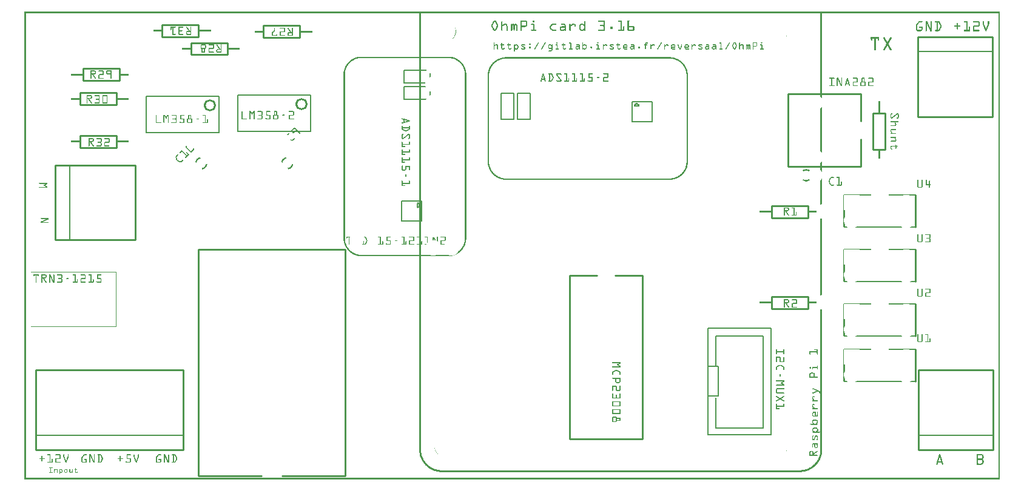
<source format=gto>
G04 MADE WITH FRITZING*
G04 WWW.FRITZING.ORG*
G04 DOUBLE SIDED*
G04 HOLES PLATED*
G04 CONTOUR ON CENTER OF CONTOUR VECTOR*
%ASAXBY*%
%FSLAX23Y23*%
%MOIN*%
%OFA0B0*%
%SFA1.0B1.0*%
%ADD10C,0.066567X0.046567*%
%ADD11R,0.354200X0.595200X0.338200X0.579200*%
%ADD12C,0.008000*%
%ADD13R,0.063000X0.173200X0.047000X0.157200*%
%ADD14C,0.011507*%
%ADD15C,0.010000*%
%ADD16C,0.005000*%
%ADD17C,0.009799*%
%ADD18C,0.002940*%
%ADD19R,0.001000X0.001000*%
%LNSILK1*%
G90*
G70*
G54D10*
X1522Y2065D03*
X1021Y2060D03*
G54D12*
X3758Y834D02*
X4104Y834D01*
X4104Y247D01*
X3758Y247D01*
X3758Y834D01*
D02*
X3758Y623D02*
X3813Y623D01*
X3813Y458D01*
X3758Y458D01*
X3758Y623D01*
D02*
G54D14*
X1762Y20D02*
X1762Y1265D01*
D02*
X1762Y1265D02*
X957Y1265D01*
D02*
X957Y1265D02*
X957Y20D01*
D02*
X1762Y20D02*
X1417Y20D01*
D02*
X1302Y20D02*
X957Y20D01*
G54D15*
D02*
X1514Y2432D02*
X1314Y2432D01*
D02*
X1314Y2432D02*
X1314Y2498D01*
D02*
X1314Y2498D02*
X1514Y2498D01*
D02*
X1514Y2498D02*
X1514Y2432D01*
D02*
X1115Y2338D02*
X915Y2338D01*
D02*
X915Y2338D02*
X915Y2404D01*
D02*
X915Y2404D02*
X1115Y2404D01*
D02*
X1115Y2404D02*
X1115Y2338D01*
D02*
X323Y2262D02*
X523Y2262D01*
D02*
X523Y2262D02*
X523Y2196D01*
D02*
X523Y2196D02*
X323Y2196D01*
D02*
X323Y2196D02*
X323Y2262D01*
D02*
X505Y2063D02*
X305Y2063D01*
D02*
X305Y2063D02*
X305Y2129D01*
D02*
X305Y2129D02*
X505Y2129D01*
D02*
X505Y2129D02*
X505Y2063D01*
G54D12*
D02*
X1572Y1915D02*
X1172Y1915D01*
D02*
X1572Y1915D02*
X1572Y2075D01*
D02*
X1172Y1915D02*
X1172Y2115D01*
D02*
X1572Y2115D02*
X1172Y2115D01*
D02*
X1572Y2115D02*
X1572Y2075D01*
D02*
X1572Y2075D02*
X1572Y2055D01*
D02*
X1071Y1910D02*
X671Y1910D01*
D02*
X1071Y1910D02*
X1071Y2070D01*
D02*
X671Y1910D02*
X671Y2110D01*
D02*
X1071Y2110D02*
X671Y2110D01*
D02*
X1071Y2110D02*
X1071Y2070D01*
D02*
X1071Y2070D02*
X1071Y2050D01*
G54D15*
D02*
X958Y2437D02*
X758Y2437D01*
D02*
X758Y2437D02*
X758Y2503D01*
D02*
X758Y2503D02*
X958Y2503D01*
D02*
X958Y2503D02*
X958Y2437D01*
D02*
X505Y1827D02*
X305Y1827D01*
D02*
X305Y1827D02*
X305Y1893D01*
D02*
X305Y1893D02*
X505Y1893D01*
D02*
X505Y1893D02*
X505Y1827D01*
G54D16*
D02*
X2087Y2183D02*
X2087Y2254D01*
D02*
X2087Y2093D02*
X2087Y2164D01*
G54D12*
D02*
X2183Y1423D02*
X2073Y1423D01*
D02*
X2073Y1423D02*
X2073Y1533D01*
D02*
X2073Y1533D02*
X2183Y1533D01*
D02*
X2183Y1533D02*
X2183Y1423D01*
D02*
X2160Y1498D02*
X2160Y1521D01*
G54D16*
D02*
X2620Y2125D02*
X2691Y2125D01*
D02*
X2691Y2125D02*
X2691Y1983D01*
D02*
X2691Y1983D02*
X2620Y1983D01*
D02*
X2620Y1983D02*
X2620Y2125D01*
D02*
X2710Y2125D02*
X2781Y2125D01*
D02*
X2781Y2125D02*
X2781Y1983D01*
D02*
X2781Y1983D02*
X2710Y1983D01*
D02*
X2710Y1983D02*
X2710Y2125D01*
G54D12*
D02*
X3451Y2079D02*
X3451Y1969D01*
D02*
X3451Y1969D02*
X3341Y1969D01*
D02*
X3341Y1969D02*
X3341Y2079D01*
D02*
X3341Y2079D02*
X3451Y2079D01*
D02*
X3376Y2056D02*
X3353Y2056D01*
G54D15*
D02*
X4596Y2124D02*
X4196Y2124D01*
D02*
X4196Y2124D02*
X4196Y1724D01*
D02*
X4196Y1724D02*
X4596Y1724D01*
D02*
X4596Y2124D02*
X4596Y1974D01*
D02*
X4596Y1874D02*
X4596Y1724D01*
D02*
X5323Y603D02*
X4913Y603D01*
D02*
X4913Y603D02*
X4913Y163D01*
D02*
X4913Y163D02*
X5323Y163D01*
D02*
X5323Y163D02*
X5323Y603D01*
G54D16*
D02*
X4913Y243D02*
X5323Y243D01*
G54D15*
D02*
X874Y603D02*
X64Y603D01*
D02*
X64Y603D02*
X64Y163D01*
D02*
X64Y163D02*
X874Y163D01*
D02*
X874Y163D02*
X874Y603D01*
G54D16*
D02*
X64Y243D02*
X874Y243D01*
G54D15*
D02*
X611Y1319D02*
X611Y1729D01*
D02*
X611Y1729D02*
X171Y1729D01*
D02*
X171Y1729D02*
X171Y1319D01*
D02*
X171Y1319D02*
X611Y1319D01*
G54D16*
D02*
X251Y1729D02*
X251Y1319D01*
G54D15*
D02*
X4909Y1995D02*
X5319Y1995D01*
D02*
X5319Y1995D02*
X5319Y2435D01*
D02*
X5319Y2435D02*
X4909Y2435D01*
D02*
X4909Y2435D02*
X4909Y1995D01*
G54D16*
D02*
X5319Y2355D02*
X4909Y2355D01*
G54D15*
D02*
X4729Y2015D02*
X4729Y1815D01*
D02*
X4729Y1815D02*
X4663Y1815D01*
D02*
X4663Y1815D02*
X4663Y2015D01*
D02*
X4663Y2015D02*
X4729Y2015D01*
G54D17*
D02*
X4896Y539D02*
X4896Y716D01*
D02*
X4896Y1089D02*
X4896Y1266D01*
D02*
X4896Y1389D02*
X4896Y1566D01*
D02*
X4896Y789D02*
X4896Y966D01*
G54D15*
D02*
X4105Y1007D02*
X4305Y1007D01*
D02*
X4305Y1007D02*
X4305Y941D01*
D02*
X4305Y941D02*
X4105Y941D01*
D02*
X4105Y941D02*
X4105Y1007D01*
D02*
X4105Y1507D02*
X4305Y1507D01*
D02*
X4305Y1507D02*
X4305Y1441D01*
D02*
X4305Y1441D02*
X4105Y1441D01*
D02*
X4105Y1441D02*
X4105Y1507D01*
D02*
X2996Y1124D02*
X3146Y1124D01*
D02*
X3246Y1124D02*
X3396Y1124D01*
D02*
X2996Y1124D02*
X2996Y224D01*
D02*
X3396Y224D02*
X3396Y1124D01*
D02*
X2996Y224D02*
X3396Y224D01*
G54D12*
X3801Y623D02*
X3801Y791D01*
X4061Y791D01*
X4061Y284D01*
X3801Y284D01*
X3801Y451D01*
D02*
G54D18*
X35Y1144D02*
X504Y1144D01*
X504Y842D01*
X35Y842D01*
D02*
G54D19*
X1Y2574D02*
X5359Y2574D01*
X1Y2573D02*
X5359Y2573D01*
X1Y2572D02*
X5359Y2572D01*
X1Y2571D02*
X5359Y2571D01*
X1Y2570D02*
X5359Y2570D01*
X1Y2569D02*
X5359Y2569D01*
X1Y2568D02*
X5359Y2568D01*
X1Y2567D02*
X5359Y2567D01*
X1Y2566D02*
X8Y2566D01*
X2170Y2566D02*
X2179Y2566D01*
X4375Y2566D02*
X4384Y2566D01*
X5352Y2566D02*
X5359Y2566D01*
X1Y2565D02*
X8Y2565D01*
X2170Y2565D02*
X2179Y2565D01*
X4375Y2565D02*
X4384Y2565D01*
X5352Y2565D02*
X5359Y2565D01*
X1Y2564D02*
X8Y2564D01*
X2170Y2564D02*
X2179Y2564D01*
X4375Y2564D02*
X4384Y2564D01*
X5352Y2564D02*
X5359Y2564D01*
X1Y2563D02*
X8Y2563D01*
X2170Y2563D02*
X2179Y2563D01*
X4375Y2563D02*
X4384Y2563D01*
X5352Y2563D02*
X5359Y2563D01*
X1Y2562D02*
X8Y2562D01*
X2170Y2562D02*
X2179Y2562D01*
X4375Y2562D02*
X4384Y2562D01*
X5352Y2562D02*
X5359Y2562D01*
X1Y2561D02*
X8Y2561D01*
X2170Y2561D02*
X2179Y2561D01*
X4375Y2561D02*
X4384Y2561D01*
X5352Y2561D02*
X5359Y2561D01*
X1Y2560D02*
X8Y2560D01*
X2170Y2560D02*
X2179Y2560D01*
X4375Y2560D02*
X4384Y2560D01*
X5352Y2560D02*
X5359Y2560D01*
X1Y2559D02*
X8Y2559D01*
X2170Y2559D02*
X2179Y2559D01*
X4375Y2559D02*
X4384Y2559D01*
X5352Y2559D02*
X5359Y2559D01*
X1Y2558D02*
X8Y2558D01*
X2170Y2558D02*
X2179Y2558D01*
X4375Y2558D02*
X4384Y2558D01*
X5352Y2558D02*
X5359Y2558D01*
X1Y2557D02*
X8Y2557D01*
X2170Y2557D02*
X2179Y2557D01*
X4375Y2557D02*
X4384Y2557D01*
X5352Y2557D02*
X5359Y2557D01*
X1Y2556D02*
X8Y2556D01*
X2170Y2556D02*
X2179Y2556D01*
X4375Y2556D02*
X4384Y2556D01*
X5352Y2556D02*
X5359Y2556D01*
X1Y2555D02*
X8Y2555D01*
X2170Y2555D02*
X2179Y2555D01*
X4375Y2555D02*
X4384Y2555D01*
X5352Y2555D02*
X5359Y2555D01*
X1Y2554D02*
X8Y2554D01*
X2170Y2554D02*
X2179Y2554D01*
X4375Y2554D02*
X4384Y2554D01*
X5352Y2554D02*
X5359Y2554D01*
X1Y2553D02*
X8Y2553D01*
X2170Y2553D02*
X2179Y2553D01*
X4375Y2553D02*
X4384Y2553D01*
X5352Y2553D02*
X5359Y2553D01*
X1Y2552D02*
X8Y2552D01*
X2170Y2552D02*
X2179Y2552D01*
X4375Y2552D02*
X4384Y2552D01*
X5352Y2552D02*
X5359Y2552D01*
X1Y2551D02*
X8Y2551D01*
X2170Y2551D02*
X2179Y2551D01*
X4375Y2551D02*
X4384Y2551D01*
X5352Y2551D02*
X5359Y2551D01*
X1Y2550D02*
X8Y2550D01*
X2170Y2550D02*
X2179Y2550D01*
X4375Y2550D02*
X4384Y2550D01*
X5352Y2550D02*
X5359Y2550D01*
X1Y2549D02*
X8Y2549D01*
X2170Y2549D02*
X2179Y2549D01*
X4375Y2549D02*
X4384Y2549D01*
X5352Y2549D02*
X5359Y2549D01*
X1Y2548D02*
X8Y2548D01*
X2170Y2548D02*
X2179Y2548D01*
X4375Y2548D02*
X4384Y2548D01*
X5352Y2548D02*
X5359Y2548D01*
X1Y2547D02*
X8Y2547D01*
X2170Y2547D02*
X2179Y2547D01*
X4375Y2547D02*
X4384Y2547D01*
X5352Y2547D02*
X5359Y2547D01*
X1Y2546D02*
X8Y2546D01*
X2170Y2546D02*
X2179Y2546D01*
X4375Y2546D02*
X4384Y2546D01*
X5352Y2546D02*
X5359Y2546D01*
X1Y2545D02*
X8Y2545D01*
X2170Y2545D02*
X2179Y2545D01*
X4375Y2545D02*
X4384Y2545D01*
X5352Y2545D02*
X5359Y2545D01*
X1Y2544D02*
X8Y2544D01*
X2170Y2544D02*
X2179Y2544D01*
X4375Y2544D02*
X4384Y2544D01*
X5352Y2544D02*
X5359Y2544D01*
X1Y2543D02*
X8Y2543D01*
X2170Y2543D02*
X2179Y2543D01*
X4375Y2543D02*
X4384Y2543D01*
X5352Y2543D02*
X5359Y2543D01*
X1Y2542D02*
X8Y2542D01*
X2170Y2542D02*
X2179Y2542D01*
X4375Y2542D02*
X4384Y2542D01*
X5352Y2542D02*
X5359Y2542D01*
X1Y2541D02*
X8Y2541D01*
X2170Y2541D02*
X2179Y2541D01*
X4375Y2541D02*
X4384Y2541D01*
X5352Y2541D02*
X5359Y2541D01*
X1Y2540D02*
X8Y2540D01*
X2170Y2540D02*
X2179Y2540D01*
X4375Y2540D02*
X4384Y2540D01*
X5352Y2540D02*
X5359Y2540D01*
X1Y2539D02*
X8Y2539D01*
X2170Y2539D02*
X2179Y2539D01*
X4375Y2539D02*
X4384Y2539D01*
X5352Y2539D02*
X5359Y2539D01*
X1Y2538D02*
X8Y2538D01*
X2170Y2538D02*
X2179Y2538D01*
X4375Y2538D02*
X4384Y2538D01*
X5352Y2538D02*
X5359Y2538D01*
X1Y2537D02*
X8Y2537D01*
X2170Y2537D02*
X2179Y2537D01*
X4375Y2537D02*
X4384Y2537D01*
X5352Y2537D02*
X5359Y2537D01*
X1Y2536D02*
X8Y2536D01*
X2170Y2536D02*
X2179Y2536D01*
X4375Y2536D02*
X4384Y2536D01*
X5352Y2536D02*
X5359Y2536D01*
X1Y2535D02*
X8Y2535D01*
X2170Y2535D02*
X2179Y2535D01*
X4375Y2535D02*
X4384Y2535D01*
X5352Y2535D02*
X5359Y2535D01*
X1Y2534D02*
X8Y2534D01*
X2170Y2534D02*
X2179Y2534D01*
X4375Y2534D02*
X4384Y2534D01*
X5352Y2534D02*
X5359Y2534D01*
X1Y2533D02*
X8Y2533D01*
X2170Y2533D02*
X2179Y2533D01*
X4375Y2533D02*
X4384Y2533D01*
X5352Y2533D02*
X5359Y2533D01*
X1Y2532D02*
X8Y2532D01*
X2170Y2532D02*
X2179Y2532D01*
X4375Y2532D02*
X4384Y2532D01*
X5352Y2532D02*
X5359Y2532D01*
X1Y2531D02*
X8Y2531D01*
X2170Y2531D02*
X2179Y2531D01*
X4375Y2531D02*
X4384Y2531D01*
X5352Y2531D02*
X5359Y2531D01*
X1Y2530D02*
X8Y2530D01*
X2170Y2530D02*
X2179Y2530D01*
X4375Y2530D02*
X4384Y2530D01*
X5352Y2530D02*
X5359Y2530D01*
X1Y2529D02*
X8Y2529D01*
X2170Y2529D02*
X2179Y2529D01*
X4375Y2529D02*
X4384Y2529D01*
X5352Y2529D02*
X5359Y2529D01*
X1Y2528D02*
X8Y2528D01*
X2170Y2528D02*
X2179Y2528D01*
X4375Y2528D02*
X4384Y2528D01*
X5352Y2528D02*
X5359Y2528D01*
X1Y2527D02*
X8Y2527D01*
X2170Y2527D02*
X2179Y2527D01*
X4375Y2527D02*
X4384Y2527D01*
X5352Y2527D02*
X5359Y2527D01*
X1Y2526D02*
X8Y2526D01*
X2170Y2526D02*
X2179Y2526D01*
X2582Y2526D02*
X2587Y2526D01*
X2727Y2526D02*
X2756Y2526D01*
X2793Y2526D02*
X2800Y2526D01*
X3156Y2526D02*
X3186Y2526D01*
X3263Y2526D02*
X3282Y2526D01*
X3317Y2526D02*
X3323Y2526D01*
X4375Y2526D02*
X4384Y2526D01*
X5352Y2526D02*
X5359Y2526D01*
X1Y2525D02*
X8Y2525D01*
X2170Y2525D02*
X2179Y2525D01*
X2580Y2525D02*
X2589Y2525D01*
X2727Y2525D02*
X2758Y2525D01*
X2792Y2525D02*
X2801Y2525D01*
X3155Y2525D02*
X3187Y2525D01*
X3262Y2525D02*
X3282Y2525D01*
X3316Y2525D02*
X3324Y2525D01*
X4375Y2525D02*
X4384Y2525D01*
X5352Y2525D02*
X5359Y2525D01*
X1Y2524D02*
X8Y2524D01*
X2170Y2524D02*
X2179Y2524D01*
X2579Y2524D02*
X2591Y2524D01*
X2727Y2524D02*
X2759Y2524D01*
X2792Y2524D02*
X2801Y2524D01*
X3155Y2524D02*
X3189Y2524D01*
X3262Y2524D02*
X3282Y2524D01*
X3315Y2524D02*
X3325Y2524D01*
X4375Y2524D02*
X4384Y2524D01*
X5352Y2524D02*
X5359Y2524D01*
X1Y2523D02*
X8Y2523D01*
X2170Y2523D02*
X2179Y2523D01*
X2578Y2523D02*
X2592Y2523D01*
X2623Y2523D02*
X2626Y2523D01*
X2727Y2523D02*
X2760Y2523D01*
X2792Y2523D02*
X2802Y2523D01*
X3078Y2523D02*
X3081Y2523D01*
X3155Y2523D02*
X3189Y2523D01*
X3262Y2523D02*
X3282Y2523D01*
X3315Y2523D02*
X3325Y2523D01*
X4375Y2523D02*
X4384Y2523D01*
X4918Y2523D02*
X4933Y2523D01*
X4952Y2523D02*
X4961Y2523D01*
X4982Y2523D02*
X4986Y2523D01*
X5006Y2523D02*
X5025Y2523D01*
X5163Y2523D02*
X5182Y2523D01*
X5216Y2523D02*
X5245Y2523D01*
X5268Y2523D02*
X5271Y2523D01*
X5297Y2523D02*
X5300Y2523D01*
X5352Y2523D02*
X5359Y2523D01*
X1Y2522D02*
X8Y2522D01*
X2170Y2522D02*
X2179Y2522D01*
X2577Y2522D02*
X2592Y2522D01*
X2622Y2522D02*
X2627Y2522D01*
X2727Y2522D02*
X2761Y2522D01*
X2792Y2522D02*
X2802Y2522D01*
X3077Y2522D02*
X3082Y2522D01*
X3155Y2522D02*
X3190Y2522D01*
X3262Y2522D02*
X3282Y2522D01*
X3315Y2522D02*
X3325Y2522D01*
X4375Y2522D02*
X4384Y2522D01*
X4916Y2522D02*
X4934Y2522D01*
X4952Y2522D02*
X4961Y2522D01*
X4982Y2522D02*
X4986Y2522D01*
X5005Y2522D02*
X5027Y2522D01*
X5162Y2522D02*
X5182Y2522D01*
X5215Y2522D02*
X5246Y2522D01*
X5267Y2522D02*
X5272Y2522D01*
X5296Y2522D02*
X5301Y2522D01*
X5352Y2522D02*
X5359Y2522D01*
X1Y2521D02*
X8Y2521D01*
X2170Y2521D02*
X2179Y2521D01*
X2576Y2521D02*
X2593Y2521D01*
X2622Y2521D02*
X2627Y2521D01*
X2727Y2521D02*
X2762Y2521D01*
X2792Y2521D02*
X2802Y2521D01*
X3077Y2521D02*
X3082Y2521D01*
X3155Y2521D02*
X3190Y2521D01*
X3262Y2521D02*
X3282Y2521D01*
X3315Y2521D02*
X3324Y2521D01*
X4375Y2521D02*
X4384Y2521D01*
X4914Y2521D02*
X4935Y2521D01*
X4952Y2521D02*
X4962Y2521D01*
X4981Y2521D02*
X4987Y2521D01*
X5005Y2521D02*
X5028Y2521D01*
X5162Y2521D02*
X5182Y2521D01*
X5214Y2521D02*
X5247Y2521D01*
X5267Y2521D02*
X5272Y2521D01*
X5295Y2521D02*
X5301Y2521D01*
X5352Y2521D02*
X5359Y2521D01*
X1Y2520D02*
X8Y2520D01*
X2170Y2520D02*
X2179Y2520D01*
X2576Y2520D02*
X2594Y2520D01*
X2621Y2520D02*
X2627Y2520D01*
X2727Y2520D02*
X2762Y2520D01*
X2792Y2520D02*
X2802Y2520D01*
X3077Y2520D02*
X3082Y2520D01*
X3157Y2520D02*
X3190Y2520D01*
X3263Y2520D02*
X3282Y2520D01*
X3315Y2520D02*
X3323Y2520D01*
X4375Y2520D02*
X4384Y2520D01*
X4913Y2520D02*
X4935Y2520D01*
X4952Y2520D02*
X4962Y2520D01*
X4981Y2520D02*
X4987Y2520D01*
X5005Y2520D02*
X5029Y2520D01*
X5162Y2520D02*
X5182Y2520D01*
X5214Y2520D02*
X5248Y2520D01*
X5266Y2520D02*
X5272Y2520D01*
X5295Y2520D02*
X5301Y2520D01*
X5352Y2520D02*
X5359Y2520D01*
X1Y2519D02*
X8Y2519D01*
X2170Y2519D02*
X2179Y2519D01*
X2575Y2519D02*
X2583Y2519D01*
X2586Y2519D02*
X2594Y2519D01*
X2621Y2519D02*
X2627Y2519D01*
X2727Y2519D02*
X2734Y2519D01*
X2754Y2519D02*
X2762Y2519D01*
X2792Y2519D02*
X2801Y2519D01*
X3077Y2519D02*
X3082Y2519D01*
X3184Y2519D02*
X3190Y2519D01*
X3276Y2519D02*
X3282Y2519D01*
X3315Y2519D02*
X3321Y2519D01*
X4375Y2519D02*
X4384Y2519D01*
X4912Y2519D02*
X4935Y2519D01*
X4952Y2519D02*
X4963Y2519D01*
X4981Y2519D02*
X4987Y2519D01*
X5005Y2519D02*
X5029Y2519D01*
X5162Y2519D02*
X5182Y2519D01*
X5214Y2519D02*
X5248Y2519D01*
X5266Y2519D02*
X5272Y2519D01*
X5295Y2519D02*
X5301Y2519D01*
X5352Y2519D02*
X5359Y2519D01*
X1Y2518D02*
X8Y2518D01*
X2170Y2518D02*
X2179Y2518D01*
X2575Y2518D02*
X2582Y2518D01*
X2587Y2518D02*
X2595Y2518D01*
X2621Y2518D02*
X2627Y2518D01*
X2727Y2518D02*
X2733Y2518D01*
X2756Y2518D02*
X2763Y2518D01*
X2793Y2518D02*
X2801Y2518D01*
X3076Y2518D02*
X3082Y2518D01*
X3184Y2518D02*
X3190Y2518D01*
X3276Y2518D02*
X3282Y2518D01*
X3315Y2518D02*
X3321Y2518D01*
X4375Y2518D02*
X4384Y2518D01*
X4912Y2518D02*
X4934Y2518D01*
X4952Y2518D02*
X4963Y2518D01*
X4981Y2518D02*
X4987Y2518D01*
X5005Y2518D02*
X5030Y2518D01*
X5162Y2518D02*
X5182Y2518D01*
X5215Y2518D02*
X5249Y2518D01*
X5266Y2518D02*
X5272Y2518D01*
X5295Y2518D02*
X5301Y2518D01*
X5352Y2518D02*
X5359Y2518D01*
X1Y2517D02*
X8Y2517D01*
X2170Y2517D02*
X2179Y2517D01*
X2574Y2517D02*
X2582Y2517D01*
X2588Y2517D02*
X2595Y2517D01*
X2621Y2517D02*
X2627Y2517D01*
X2727Y2517D02*
X2733Y2517D01*
X2756Y2517D02*
X2763Y2517D01*
X2794Y2517D02*
X2800Y2517D01*
X3076Y2517D02*
X3083Y2517D01*
X3184Y2517D02*
X3190Y2517D01*
X3276Y2517D02*
X3282Y2517D01*
X3315Y2517D02*
X3321Y2517D01*
X4375Y2517D02*
X4384Y2517D01*
X4911Y2517D02*
X4932Y2517D01*
X4952Y2517D02*
X4963Y2517D01*
X4981Y2517D02*
X4987Y2517D01*
X5007Y2517D02*
X5031Y2517D01*
X5164Y2517D02*
X5182Y2517D01*
X5216Y2517D02*
X5249Y2517D01*
X5266Y2517D02*
X5272Y2517D01*
X5295Y2517D02*
X5301Y2517D01*
X5352Y2517D02*
X5359Y2517D01*
X1Y2516D02*
X8Y2516D01*
X2170Y2516D02*
X2179Y2516D01*
X2574Y2516D02*
X2581Y2516D01*
X2588Y2516D02*
X2596Y2516D01*
X2621Y2516D02*
X2627Y2516D01*
X2727Y2516D02*
X2733Y2516D01*
X2756Y2516D02*
X2763Y2516D01*
X3076Y2516D02*
X3083Y2516D01*
X3184Y2516D02*
X3190Y2516D01*
X3276Y2516D02*
X3282Y2516D01*
X3315Y2516D02*
X3321Y2516D01*
X4375Y2516D02*
X4384Y2516D01*
X4910Y2516D02*
X4918Y2516D01*
X4952Y2516D02*
X4964Y2516D01*
X4981Y2516D02*
X4987Y2516D01*
X5012Y2516D02*
X5018Y2516D01*
X5023Y2516D02*
X5031Y2516D01*
X5176Y2516D02*
X5182Y2516D01*
X5243Y2516D02*
X5249Y2516D01*
X5266Y2516D02*
X5272Y2516D01*
X5295Y2516D02*
X5301Y2516D01*
X5352Y2516D02*
X5359Y2516D01*
X1Y2515D02*
X8Y2515D01*
X2170Y2515D02*
X2179Y2515D01*
X2573Y2515D02*
X2581Y2515D01*
X2589Y2515D02*
X2596Y2515D01*
X2621Y2515D02*
X2627Y2515D01*
X2727Y2515D02*
X2733Y2515D01*
X2757Y2515D02*
X2763Y2515D01*
X3076Y2515D02*
X3083Y2515D01*
X3184Y2515D02*
X3190Y2515D01*
X3276Y2515D02*
X3282Y2515D01*
X3315Y2515D02*
X3321Y2515D01*
X4375Y2515D02*
X4384Y2515D01*
X4909Y2515D02*
X4917Y2515D01*
X4952Y2515D02*
X4964Y2515D01*
X4981Y2515D02*
X4987Y2515D01*
X5012Y2515D02*
X5018Y2515D01*
X5024Y2515D02*
X5032Y2515D01*
X5176Y2515D02*
X5182Y2515D01*
X5243Y2515D02*
X5249Y2515D01*
X5266Y2515D02*
X5272Y2515D01*
X5295Y2515D02*
X5301Y2515D01*
X5352Y2515D02*
X5359Y2515D01*
X1Y2514D02*
X8Y2514D01*
X2170Y2514D02*
X2179Y2514D01*
X2573Y2514D02*
X2580Y2514D01*
X2589Y2514D02*
X2597Y2514D01*
X2621Y2514D02*
X2627Y2514D01*
X2727Y2514D02*
X2733Y2514D01*
X2757Y2514D02*
X2763Y2514D01*
X3076Y2514D02*
X3083Y2514D01*
X3184Y2514D02*
X3190Y2514D01*
X3276Y2514D02*
X3282Y2514D01*
X3315Y2514D02*
X3321Y2514D01*
X4375Y2514D02*
X4384Y2514D01*
X4909Y2514D02*
X4917Y2514D01*
X4952Y2514D02*
X4965Y2514D01*
X4981Y2514D02*
X4987Y2514D01*
X5012Y2514D02*
X5018Y2514D01*
X5025Y2514D02*
X5032Y2514D01*
X5176Y2514D02*
X5182Y2514D01*
X5243Y2514D02*
X5249Y2514D01*
X5266Y2514D02*
X5272Y2514D01*
X5295Y2514D02*
X5301Y2514D01*
X5352Y2514D02*
X5359Y2514D01*
X1Y2513D02*
X8Y2513D01*
X2170Y2513D02*
X2179Y2513D01*
X2573Y2513D02*
X2580Y2513D01*
X2590Y2513D02*
X2597Y2513D01*
X2621Y2513D02*
X2627Y2513D01*
X2727Y2513D02*
X2733Y2513D01*
X2757Y2513D02*
X2763Y2513D01*
X3076Y2513D02*
X3083Y2513D01*
X3184Y2513D02*
X3190Y2513D01*
X3276Y2513D02*
X3282Y2513D01*
X3315Y2513D02*
X3321Y2513D01*
X4375Y2513D02*
X4384Y2513D01*
X4908Y2513D02*
X4916Y2513D01*
X4952Y2513D02*
X4965Y2513D01*
X4981Y2513D02*
X4987Y2513D01*
X5012Y2513D02*
X5018Y2513D01*
X5026Y2513D02*
X5033Y2513D01*
X5126Y2513D02*
X5127Y2513D01*
X5176Y2513D02*
X5182Y2513D01*
X5243Y2513D02*
X5249Y2513D01*
X5266Y2513D02*
X5272Y2513D01*
X5295Y2513D02*
X5301Y2513D01*
X5352Y2513D02*
X5359Y2513D01*
X1Y2512D02*
X8Y2512D01*
X2170Y2512D02*
X2179Y2512D01*
X2572Y2512D02*
X2579Y2512D01*
X2590Y2512D02*
X2598Y2512D01*
X2621Y2512D02*
X2627Y2512D01*
X2727Y2512D02*
X2733Y2512D01*
X2757Y2512D02*
X2763Y2512D01*
X3076Y2512D02*
X3083Y2512D01*
X3184Y2512D02*
X3190Y2512D01*
X3276Y2512D02*
X3282Y2512D01*
X3315Y2512D02*
X3321Y2512D01*
X4375Y2512D02*
X4384Y2512D01*
X4907Y2512D02*
X4915Y2512D01*
X4952Y2512D02*
X4966Y2512D01*
X4981Y2512D02*
X4987Y2512D01*
X5012Y2512D02*
X5018Y2512D01*
X5026Y2512D02*
X5033Y2512D01*
X5125Y2512D02*
X5129Y2512D01*
X5176Y2512D02*
X5182Y2512D01*
X5243Y2512D02*
X5249Y2512D01*
X5266Y2512D02*
X5272Y2512D01*
X5295Y2512D02*
X5301Y2512D01*
X5352Y2512D02*
X5359Y2512D01*
X1Y2511D02*
X8Y2511D01*
X2170Y2511D02*
X2179Y2511D01*
X2572Y2511D02*
X2579Y2511D01*
X2591Y2511D02*
X2598Y2511D01*
X2621Y2511D02*
X2627Y2511D01*
X2727Y2511D02*
X2733Y2511D01*
X2757Y2511D02*
X2763Y2511D01*
X3076Y2511D02*
X3083Y2511D01*
X3184Y2511D02*
X3190Y2511D01*
X3276Y2511D02*
X3282Y2511D01*
X3315Y2511D02*
X3321Y2511D01*
X4375Y2511D02*
X4384Y2511D01*
X4906Y2511D02*
X4914Y2511D01*
X4952Y2511D02*
X4966Y2511D01*
X4981Y2511D02*
X4987Y2511D01*
X5012Y2511D02*
X5018Y2511D01*
X5027Y2511D02*
X5034Y2511D01*
X5124Y2511D02*
X5129Y2511D01*
X5176Y2511D02*
X5182Y2511D01*
X5243Y2511D02*
X5249Y2511D01*
X5266Y2511D02*
X5272Y2511D01*
X5295Y2511D02*
X5301Y2511D01*
X5352Y2511D02*
X5359Y2511D01*
X1Y2510D02*
X8Y2510D01*
X2170Y2510D02*
X2179Y2510D01*
X2571Y2510D02*
X2578Y2510D01*
X2591Y2510D02*
X2599Y2510D01*
X2621Y2510D02*
X2627Y2510D01*
X2727Y2510D02*
X2733Y2510D01*
X2757Y2510D02*
X2763Y2510D01*
X3076Y2510D02*
X3083Y2510D01*
X3184Y2510D02*
X3190Y2510D01*
X3276Y2510D02*
X3282Y2510D01*
X3315Y2510D02*
X3321Y2510D01*
X4375Y2510D02*
X4384Y2510D01*
X4905Y2510D02*
X4913Y2510D01*
X4952Y2510D02*
X4967Y2510D01*
X4981Y2510D02*
X4987Y2510D01*
X5012Y2510D02*
X5018Y2510D01*
X5027Y2510D02*
X5034Y2510D01*
X5124Y2510D02*
X5130Y2510D01*
X5176Y2510D02*
X5182Y2510D01*
X5243Y2510D02*
X5249Y2510D01*
X5266Y2510D02*
X5272Y2510D01*
X5295Y2510D02*
X5301Y2510D01*
X5352Y2510D02*
X5359Y2510D01*
X1Y2509D02*
X8Y2509D01*
X2170Y2509D02*
X2179Y2509D01*
X2571Y2509D02*
X2578Y2509D01*
X2592Y2509D02*
X2599Y2509D01*
X2621Y2509D02*
X2627Y2509D01*
X2727Y2509D02*
X2733Y2509D01*
X2757Y2509D02*
X2763Y2509D01*
X3076Y2509D02*
X3083Y2509D01*
X3184Y2509D02*
X3190Y2509D01*
X3276Y2509D02*
X3282Y2509D01*
X3315Y2509D02*
X3321Y2509D01*
X4375Y2509D02*
X4384Y2509D01*
X4905Y2509D02*
X4913Y2509D01*
X4952Y2509D02*
X4958Y2509D01*
X4960Y2509D02*
X4967Y2509D01*
X4981Y2509D02*
X4987Y2509D01*
X5012Y2509D02*
X5018Y2509D01*
X5028Y2509D02*
X5035Y2509D01*
X5124Y2509D02*
X5130Y2509D01*
X5176Y2509D02*
X5182Y2509D01*
X5243Y2509D02*
X5249Y2509D01*
X5266Y2509D02*
X5272Y2509D01*
X5295Y2509D02*
X5301Y2509D01*
X5352Y2509D02*
X5359Y2509D01*
X1Y2508D02*
X8Y2508D01*
X2170Y2508D02*
X2179Y2508D01*
X2570Y2508D02*
X2577Y2508D01*
X2592Y2508D02*
X2600Y2508D01*
X2621Y2508D02*
X2627Y2508D01*
X2637Y2508D02*
X2649Y2508D01*
X2676Y2508D02*
X2680Y2508D01*
X2684Y2508D02*
X2690Y2508D01*
X2697Y2508D02*
X2704Y2508D01*
X2727Y2508D02*
X2733Y2508D01*
X2757Y2508D02*
X2763Y2508D01*
X2786Y2508D02*
X2800Y2508D01*
X2901Y2508D02*
X2921Y2508D01*
X2950Y2508D02*
X2969Y2508D01*
X2996Y2508D02*
X3000Y2508D01*
X3011Y2508D02*
X3023Y2508D01*
X3057Y2508D02*
X3070Y2508D01*
X3076Y2508D02*
X3083Y2508D01*
X3184Y2508D02*
X3190Y2508D01*
X3276Y2508D02*
X3282Y2508D01*
X3315Y2508D02*
X3321Y2508D01*
X4375Y2508D02*
X4384Y2508D01*
X4904Y2508D02*
X4912Y2508D01*
X4952Y2508D02*
X4958Y2508D01*
X4961Y2508D02*
X4967Y2508D01*
X4981Y2508D02*
X4987Y2508D01*
X5012Y2508D02*
X5018Y2508D01*
X5028Y2508D02*
X5035Y2508D01*
X5124Y2508D02*
X5130Y2508D01*
X5176Y2508D02*
X5182Y2508D01*
X5243Y2508D02*
X5249Y2508D01*
X5266Y2508D02*
X5273Y2508D01*
X5295Y2508D02*
X5301Y2508D01*
X5352Y2508D02*
X5359Y2508D01*
X1Y2507D02*
X8Y2507D01*
X2170Y2507D02*
X2179Y2507D01*
X2570Y2507D02*
X2577Y2507D01*
X2593Y2507D02*
X2600Y2507D01*
X2621Y2507D02*
X2627Y2507D01*
X2635Y2507D02*
X2651Y2507D01*
X2675Y2507D02*
X2680Y2507D01*
X2683Y2507D02*
X2692Y2507D01*
X2696Y2507D02*
X2705Y2507D01*
X2727Y2507D02*
X2733Y2507D01*
X2757Y2507D02*
X2763Y2507D01*
X2785Y2507D02*
X2801Y2507D01*
X2899Y2507D02*
X2922Y2507D01*
X2949Y2507D02*
X2970Y2507D01*
X2996Y2507D02*
X3001Y2507D01*
X3009Y2507D02*
X3025Y2507D01*
X3056Y2507D02*
X3072Y2507D01*
X3076Y2507D02*
X3083Y2507D01*
X3184Y2507D02*
X3190Y2507D01*
X3276Y2507D02*
X3282Y2507D01*
X3315Y2507D02*
X3321Y2507D01*
X4375Y2507D02*
X4384Y2507D01*
X4903Y2507D02*
X4911Y2507D01*
X4952Y2507D02*
X4958Y2507D01*
X4961Y2507D02*
X4968Y2507D01*
X4981Y2507D02*
X4987Y2507D01*
X5012Y2507D02*
X5018Y2507D01*
X5029Y2507D02*
X5036Y2507D01*
X5124Y2507D02*
X5130Y2507D01*
X5176Y2507D02*
X5182Y2507D01*
X5243Y2507D02*
X5249Y2507D01*
X5267Y2507D02*
X5273Y2507D01*
X5294Y2507D02*
X5301Y2507D01*
X5352Y2507D02*
X5359Y2507D01*
X1Y2506D02*
X8Y2506D01*
X2170Y2506D02*
X2179Y2506D01*
X2569Y2506D02*
X2576Y2506D01*
X2593Y2506D02*
X2601Y2506D01*
X2621Y2506D02*
X2627Y2506D01*
X2633Y2506D02*
X2652Y2506D01*
X2675Y2506D02*
X2693Y2506D01*
X2695Y2506D02*
X2706Y2506D01*
X2727Y2506D02*
X2733Y2506D01*
X2757Y2506D02*
X2763Y2506D01*
X2785Y2506D02*
X2801Y2506D01*
X2898Y2506D02*
X2922Y2506D01*
X2949Y2506D02*
X2972Y2506D01*
X2995Y2506D02*
X3001Y2506D01*
X3008Y2506D02*
X3026Y2506D01*
X3054Y2506D02*
X3073Y2506D01*
X3076Y2506D02*
X3083Y2506D01*
X3184Y2506D02*
X3190Y2506D01*
X3276Y2506D02*
X3282Y2506D01*
X3315Y2506D02*
X3321Y2506D01*
X4375Y2506D02*
X4384Y2506D01*
X4902Y2506D02*
X4910Y2506D01*
X4952Y2506D02*
X4958Y2506D01*
X4961Y2506D02*
X4968Y2506D01*
X4981Y2506D02*
X4987Y2506D01*
X5012Y2506D02*
X5018Y2506D01*
X5029Y2506D02*
X5036Y2506D01*
X5124Y2506D02*
X5130Y2506D01*
X5176Y2506D02*
X5182Y2506D01*
X5243Y2506D02*
X5249Y2506D01*
X5267Y2506D02*
X5274Y2506D01*
X5294Y2506D02*
X5301Y2506D01*
X5352Y2506D02*
X5359Y2506D01*
X1Y2505D02*
X8Y2505D01*
X2170Y2505D02*
X2179Y2505D01*
X2569Y2505D02*
X2576Y2505D01*
X2594Y2505D02*
X2601Y2505D01*
X2621Y2505D02*
X2627Y2505D01*
X2632Y2505D02*
X2653Y2505D01*
X2675Y2505D02*
X2707Y2505D01*
X2727Y2505D02*
X2733Y2505D01*
X2757Y2505D02*
X2763Y2505D01*
X2785Y2505D02*
X2802Y2505D01*
X2896Y2505D02*
X2922Y2505D01*
X2949Y2505D02*
X2972Y2505D01*
X2995Y2505D02*
X3001Y2505D01*
X3007Y2505D02*
X3027Y2505D01*
X3053Y2505D02*
X3074Y2505D01*
X3076Y2505D02*
X3083Y2505D01*
X3184Y2505D02*
X3190Y2505D01*
X3276Y2505D02*
X3282Y2505D01*
X3315Y2505D02*
X3321Y2505D01*
X4375Y2505D02*
X4384Y2505D01*
X4902Y2505D02*
X4910Y2505D01*
X4952Y2505D02*
X4958Y2505D01*
X4962Y2505D02*
X4969Y2505D01*
X4981Y2505D02*
X4987Y2505D01*
X5012Y2505D02*
X5018Y2505D01*
X5030Y2505D02*
X5037Y2505D01*
X5124Y2505D02*
X5130Y2505D01*
X5176Y2505D02*
X5182Y2505D01*
X5243Y2505D02*
X5249Y2505D01*
X5267Y2505D02*
X5274Y2505D01*
X5294Y2505D02*
X5300Y2505D01*
X5352Y2505D02*
X5359Y2505D01*
X1Y2504D02*
X8Y2504D01*
X2170Y2504D02*
X2179Y2504D01*
X2568Y2504D02*
X2575Y2504D01*
X2594Y2504D02*
X2601Y2504D01*
X2621Y2504D02*
X2627Y2504D01*
X2630Y2504D02*
X2653Y2504D01*
X2675Y2504D02*
X2707Y2504D01*
X2727Y2504D02*
X2733Y2504D01*
X2757Y2504D02*
X2763Y2504D01*
X2785Y2504D02*
X2802Y2504D01*
X2895Y2504D02*
X2922Y2504D01*
X2949Y2504D02*
X2973Y2504D01*
X2995Y2504D02*
X3001Y2504D01*
X3006Y2504D02*
X3028Y2504D01*
X3052Y2504D02*
X3083Y2504D01*
X3183Y2504D02*
X3190Y2504D01*
X3276Y2504D02*
X3282Y2504D01*
X3315Y2504D02*
X3321Y2504D01*
X4375Y2504D02*
X4384Y2504D01*
X4901Y2504D02*
X4909Y2504D01*
X4952Y2504D02*
X4958Y2504D01*
X4962Y2504D02*
X4969Y2504D01*
X4981Y2504D02*
X4987Y2504D01*
X5012Y2504D02*
X5018Y2504D01*
X5030Y2504D02*
X5037Y2504D01*
X5124Y2504D02*
X5130Y2504D01*
X5176Y2504D02*
X5182Y2504D01*
X5243Y2504D02*
X5249Y2504D01*
X5268Y2504D02*
X5274Y2504D01*
X5293Y2504D02*
X5300Y2504D01*
X5352Y2504D02*
X5359Y2504D01*
X1Y2503D02*
X8Y2503D01*
X2170Y2503D02*
X2179Y2503D01*
X2568Y2503D02*
X2575Y2503D01*
X2595Y2503D02*
X2602Y2503D01*
X2621Y2503D02*
X2654Y2503D01*
X2675Y2503D02*
X2707Y2503D01*
X2727Y2503D02*
X2733Y2503D01*
X2757Y2503D02*
X2763Y2503D01*
X2786Y2503D02*
X2802Y2503D01*
X2894Y2503D02*
X2921Y2503D01*
X2950Y2503D02*
X2974Y2503D01*
X2995Y2503D02*
X3001Y2503D01*
X3004Y2503D02*
X3028Y2503D01*
X3051Y2503D02*
X3083Y2503D01*
X3183Y2503D02*
X3190Y2503D01*
X3276Y2503D02*
X3282Y2503D01*
X3315Y2503D02*
X3321Y2503D01*
X4375Y2503D02*
X4384Y2503D01*
X4901Y2503D02*
X4908Y2503D01*
X4952Y2503D02*
X4958Y2503D01*
X4963Y2503D02*
X4970Y2503D01*
X4981Y2503D02*
X4987Y2503D01*
X5012Y2503D02*
X5018Y2503D01*
X5031Y2503D02*
X5038Y2503D01*
X5124Y2503D02*
X5130Y2503D01*
X5176Y2503D02*
X5182Y2503D01*
X5243Y2503D02*
X5249Y2503D01*
X5268Y2503D02*
X5275Y2503D01*
X5293Y2503D02*
X5300Y2503D01*
X5352Y2503D02*
X5359Y2503D01*
X1Y2502D02*
X8Y2502D01*
X2170Y2502D02*
X2179Y2502D01*
X2567Y2502D02*
X2574Y2502D01*
X2595Y2502D02*
X2602Y2502D01*
X2621Y2502D02*
X2654Y2502D01*
X2675Y2502D02*
X2708Y2502D01*
X2727Y2502D02*
X2733Y2502D01*
X2757Y2502D02*
X2763Y2502D01*
X2790Y2502D02*
X2802Y2502D01*
X2893Y2502D02*
X2918Y2502D01*
X2954Y2502D02*
X2974Y2502D01*
X2995Y2502D02*
X3001Y2502D01*
X3003Y2502D02*
X3028Y2502D01*
X3050Y2502D02*
X3083Y2502D01*
X3182Y2502D02*
X3190Y2502D01*
X3276Y2502D02*
X3282Y2502D01*
X3315Y2502D02*
X3321Y2502D01*
X4375Y2502D02*
X4384Y2502D01*
X4901Y2502D02*
X4907Y2502D01*
X4952Y2502D02*
X4958Y2502D01*
X4963Y2502D02*
X4970Y2502D01*
X4981Y2502D02*
X4987Y2502D01*
X5012Y2502D02*
X5018Y2502D01*
X5031Y2502D02*
X5038Y2502D01*
X5124Y2502D02*
X5130Y2502D01*
X5176Y2502D02*
X5182Y2502D01*
X5243Y2502D02*
X5249Y2502D01*
X5268Y2502D02*
X5275Y2502D01*
X5292Y2502D02*
X5299Y2502D01*
X5352Y2502D02*
X5359Y2502D01*
X1Y2501D02*
X8Y2501D01*
X2170Y2501D02*
X2179Y2501D01*
X2567Y2501D02*
X2574Y2501D01*
X2596Y2501D02*
X2602Y2501D01*
X2621Y2501D02*
X2638Y2501D01*
X2647Y2501D02*
X2654Y2501D01*
X2675Y2501D02*
X2708Y2501D01*
X2727Y2501D02*
X2733Y2501D01*
X2756Y2501D02*
X2763Y2501D01*
X2796Y2501D02*
X2802Y2501D01*
X2892Y2501D02*
X2902Y2501D01*
X2967Y2501D02*
X2974Y2501D01*
X2995Y2501D02*
X3012Y2501D01*
X3022Y2501D02*
X3029Y2501D01*
X3050Y2501D02*
X3059Y2501D01*
X3069Y2501D02*
X3083Y2501D01*
X3164Y2501D02*
X3189Y2501D01*
X3276Y2501D02*
X3282Y2501D01*
X3315Y2501D02*
X3321Y2501D01*
X4375Y2501D02*
X4384Y2501D01*
X4900Y2501D02*
X4907Y2501D01*
X4952Y2501D02*
X4958Y2501D01*
X4964Y2501D02*
X4970Y2501D01*
X4981Y2501D02*
X4987Y2501D01*
X5012Y2501D02*
X5018Y2501D01*
X5032Y2501D02*
X5038Y2501D01*
X5124Y2501D02*
X5130Y2501D01*
X5176Y2501D02*
X5182Y2501D01*
X5243Y2501D02*
X5249Y2501D01*
X5269Y2501D02*
X5275Y2501D01*
X5292Y2501D02*
X5299Y2501D01*
X5352Y2501D02*
X5359Y2501D01*
X1Y2500D02*
X8Y2500D01*
X2170Y2500D02*
X2179Y2500D01*
X2567Y2500D02*
X2574Y2500D01*
X2596Y2500D02*
X2602Y2500D01*
X2621Y2500D02*
X2636Y2500D01*
X2648Y2500D02*
X2654Y2500D01*
X2675Y2500D02*
X2684Y2500D01*
X2688Y2500D02*
X2697Y2500D01*
X2701Y2500D02*
X2708Y2500D01*
X2727Y2500D02*
X2733Y2500D01*
X2756Y2500D02*
X2763Y2500D01*
X2796Y2500D02*
X2802Y2500D01*
X2891Y2500D02*
X2901Y2500D01*
X2968Y2500D02*
X2975Y2500D01*
X2995Y2500D02*
X3011Y2500D01*
X3023Y2500D02*
X3029Y2500D01*
X3049Y2500D02*
X3058Y2500D01*
X3070Y2500D02*
X3083Y2500D01*
X3163Y2500D02*
X3189Y2500D01*
X3276Y2500D02*
X3282Y2500D01*
X3315Y2500D02*
X3321Y2500D01*
X4375Y2500D02*
X4384Y2500D01*
X4900Y2500D02*
X4906Y2500D01*
X4952Y2500D02*
X4958Y2500D01*
X4964Y2500D02*
X4971Y2500D01*
X4981Y2500D02*
X4987Y2500D01*
X5012Y2500D02*
X5018Y2500D01*
X5032Y2500D02*
X5039Y2500D01*
X5124Y2500D02*
X5130Y2500D01*
X5176Y2500D02*
X5182Y2500D01*
X5243Y2500D02*
X5249Y2500D01*
X5269Y2500D02*
X5276Y2500D01*
X5292Y2500D02*
X5298Y2500D01*
X5352Y2500D02*
X5359Y2500D01*
X1Y2499D02*
X8Y2499D01*
X2170Y2499D02*
X2179Y2499D01*
X2567Y2499D02*
X2573Y2499D01*
X2596Y2499D02*
X2602Y2499D01*
X2621Y2499D02*
X2634Y2499D01*
X2648Y2499D02*
X2654Y2499D01*
X2675Y2499D02*
X2683Y2499D01*
X2688Y2499D02*
X2696Y2499D01*
X2702Y2499D02*
X2708Y2499D01*
X2727Y2499D02*
X2733Y2499D01*
X2755Y2499D02*
X2762Y2499D01*
X2796Y2499D02*
X2802Y2499D01*
X2890Y2499D02*
X2899Y2499D01*
X2968Y2499D02*
X2975Y2499D01*
X2995Y2499D02*
X3010Y2499D01*
X3023Y2499D02*
X3029Y2499D01*
X3049Y2499D02*
X3056Y2499D01*
X3071Y2499D02*
X3083Y2499D01*
X3162Y2499D02*
X3188Y2499D01*
X3276Y2499D02*
X3282Y2499D01*
X3315Y2499D02*
X3321Y2499D01*
X4375Y2499D02*
X4384Y2499D01*
X4900Y2499D02*
X4906Y2499D01*
X4952Y2499D02*
X4958Y2499D01*
X4965Y2499D02*
X4971Y2499D01*
X4981Y2499D02*
X4987Y2499D01*
X5012Y2499D02*
X5018Y2499D01*
X5032Y2499D02*
X5039Y2499D01*
X5123Y2499D02*
X5130Y2499D01*
X5176Y2499D02*
X5182Y2499D01*
X5220Y2499D02*
X5249Y2499D01*
X5270Y2499D02*
X5276Y2499D01*
X5291Y2499D02*
X5298Y2499D01*
X5352Y2499D02*
X5359Y2499D01*
X1Y2498D02*
X8Y2498D01*
X2170Y2498D02*
X2179Y2498D01*
X2567Y2498D02*
X2573Y2498D01*
X2596Y2498D02*
X2602Y2498D01*
X2621Y2498D02*
X2633Y2498D01*
X2648Y2498D02*
X2654Y2498D01*
X2675Y2498D02*
X2682Y2498D01*
X2688Y2498D02*
X2695Y2498D01*
X2702Y2498D02*
X2708Y2498D01*
X2727Y2498D02*
X2762Y2498D01*
X2796Y2498D02*
X2802Y2498D01*
X2889Y2498D02*
X2898Y2498D01*
X2969Y2498D02*
X2975Y2498D01*
X2995Y2498D02*
X3008Y2498D01*
X3023Y2498D02*
X3029Y2498D01*
X3049Y2498D02*
X3055Y2498D01*
X3073Y2498D02*
X3083Y2498D01*
X3162Y2498D02*
X3188Y2498D01*
X3276Y2498D02*
X3282Y2498D01*
X3315Y2498D02*
X3321Y2498D01*
X4375Y2498D02*
X4384Y2498D01*
X4900Y2498D02*
X4906Y2498D01*
X4952Y2498D02*
X4958Y2498D01*
X4965Y2498D02*
X4972Y2498D01*
X4981Y2498D02*
X4987Y2498D01*
X5012Y2498D02*
X5018Y2498D01*
X5033Y2498D02*
X5039Y2498D01*
X5111Y2498D02*
X5143Y2498D01*
X5176Y2498D02*
X5182Y2498D01*
X5217Y2498D02*
X5249Y2498D01*
X5270Y2498D02*
X5277Y2498D01*
X5291Y2498D02*
X5298Y2498D01*
X5352Y2498D02*
X5359Y2498D01*
X1Y2497D02*
X8Y2497D01*
X2170Y2497D02*
X2179Y2497D01*
X2567Y2497D02*
X2573Y2497D01*
X2596Y2497D02*
X2602Y2497D01*
X2621Y2497D02*
X2631Y2497D01*
X2648Y2497D02*
X2654Y2497D01*
X2675Y2497D02*
X2681Y2497D01*
X2688Y2497D02*
X2695Y2497D01*
X2702Y2497D02*
X2708Y2497D01*
X2727Y2497D02*
X2762Y2497D01*
X2796Y2497D02*
X2802Y2497D01*
X2889Y2497D02*
X2897Y2497D01*
X2969Y2497D02*
X2975Y2497D01*
X2995Y2497D02*
X3007Y2497D01*
X3023Y2497D02*
X3029Y2497D01*
X3049Y2497D02*
X3055Y2497D01*
X3074Y2497D02*
X3083Y2497D01*
X3162Y2497D02*
X3188Y2497D01*
X3276Y2497D02*
X3282Y2497D01*
X3315Y2497D02*
X3321Y2497D01*
X4375Y2497D02*
X4384Y2497D01*
X4900Y2497D02*
X4906Y2497D01*
X4952Y2497D02*
X4958Y2497D01*
X4965Y2497D02*
X4972Y2497D01*
X4981Y2497D02*
X4987Y2497D01*
X5012Y2497D02*
X5018Y2497D01*
X5033Y2497D02*
X5039Y2497D01*
X5110Y2497D02*
X5144Y2497D01*
X5176Y2497D02*
X5182Y2497D01*
X5216Y2497D02*
X5248Y2497D01*
X5270Y2497D02*
X5277Y2497D01*
X5291Y2497D02*
X5297Y2497D01*
X5352Y2497D02*
X5359Y2497D01*
X1Y2496D02*
X8Y2496D01*
X2170Y2496D02*
X2179Y2496D01*
X2567Y2496D02*
X2573Y2496D01*
X2596Y2496D02*
X2602Y2496D01*
X2621Y2496D02*
X2629Y2496D01*
X2648Y2496D02*
X2655Y2496D01*
X2675Y2496D02*
X2681Y2496D01*
X2688Y2496D02*
X2695Y2496D01*
X2702Y2496D02*
X2708Y2496D01*
X2727Y2496D02*
X2761Y2496D01*
X2796Y2496D02*
X2802Y2496D01*
X2889Y2496D02*
X2896Y2496D01*
X2969Y2496D02*
X2975Y2496D01*
X2995Y2496D02*
X3006Y2496D01*
X3023Y2496D02*
X3029Y2496D01*
X3049Y2496D02*
X3055Y2496D01*
X3075Y2496D02*
X3083Y2496D01*
X3162Y2496D02*
X3189Y2496D01*
X3276Y2496D02*
X3282Y2496D01*
X3315Y2496D02*
X3321Y2496D01*
X4375Y2496D02*
X4384Y2496D01*
X4900Y2496D02*
X4906Y2496D01*
X4952Y2496D02*
X4958Y2496D01*
X4966Y2496D02*
X4973Y2496D01*
X4981Y2496D02*
X4987Y2496D01*
X5012Y2496D02*
X5018Y2496D01*
X5033Y2496D02*
X5039Y2496D01*
X5110Y2496D02*
X5144Y2496D01*
X5176Y2496D02*
X5182Y2496D01*
X5215Y2496D02*
X5248Y2496D01*
X5271Y2496D02*
X5277Y2496D01*
X5290Y2496D02*
X5297Y2496D01*
X5352Y2496D02*
X5359Y2496D01*
X1Y2495D02*
X8Y2495D01*
X2170Y2495D02*
X2179Y2495D01*
X2567Y2495D02*
X2574Y2495D01*
X2596Y2495D02*
X2602Y2495D01*
X2621Y2495D02*
X2628Y2495D01*
X2649Y2495D02*
X2655Y2495D01*
X2675Y2495D02*
X2681Y2495D01*
X2688Y2495D02*
X2695Y2495D01*
X2702Y2495D02*
X2708Y2495D01*
X2727Y2495D02*
X2760Y2495D01*
X2796Y2495D02*
X2802Y2495D01*
X2889Y2495D02*
X2895Y2495D01*
X2969Y2495D02*
X2975Y2495D01*
X2995Y2495D02*
X3005Y2495D01*
X3023Y2495D02*
X3028Y2495D01*
X3049Y2495D02*
X3055Y2495D01*
X3076Y2495D02*
X3083Y2495D01*
X3163Y2495D02*
X3189Y2495D01*
X3276Y2495D02*
X3282Y2495D01*
X3294Y2495D02*
X3295Y2495D01*
X3315Y2495D02*
X3349Y2495D01*
X4375Y2495D02*
X4384Y2495D01*
X4900Y2495D02*
X4906Y2495D01*
X4952Y2495D02*
X4958Y2495D01*
X4966Y2495D02*
X4973Y2495D01*
X4981Y2495D02*
X4987Y2495D01*
X5012Y2495D02*
X5018Y2495D01*
X5033Y2495D02*
X5039Y2495D01*
X5110Y2495D02*
X5144Y2495D01*
X5176Y2495D02*
X5182Y2495D01*
X5215Y2495D02*
X5248Y2495D01*
X5271Y2495D02*
X5278Y2495D01*
X5290Y2495D02*
X5296Y2495D01*
X5352Y2495D02*
X5359Y2495D01*
X1Y2494D02*
X8Y2494D01*
X2170Y2494D02*
X2179Y2494D01*
X2567Y2494D02*
X2574Y2494D01*
X2595Y2494D02*
X2602Y2494D01*
X2621Y2494D02*
X2627Y2494D01*
X2649Y2494D02*
X2655Y2494D01*
X2675Y2494D02*
X2681Y2494D01*
X2688Y2494D02*
X2695Y2494D01*
X2702Y2494D02*
X2708Y2494D01*
X2727Y2494D02*
X2759Y2494D01*
X2796Y2494D02*
X2802Y2494D01*
X2888Y2494D02*
X2895Y2494D01*
X2952Y2494D02*
X2965Y2494D01*
X2968Y2494D02*
X2975Y2494D01*
X2995Y2494D02*
X3004Y2494D01*
X3024Y2494D02*
X3028Y2494D01*
X3049Y2494D02*
X3055Y2494D01*
X3076Y2494D02*
X3083Y2494D01*
X3181Y2494D02*
X3189Y2494D01*
X3276Y2494D02*
X3282Y2494D01*
X3292Y2494D02*
X3296Y2494D01*
X3315Y2494D02*
X3350Y2494D01*
X4375Y2494D02*
X4384Y2494D01*
X4900Y2494D02*
X4906Y2494D01*
X4952Y2494D02*
X4958Y2494D01*
X4967Y2494D02*
X4974Y2494D01*
X4981Y2494D02*
X4987Y2494D01*
X5012Y2494D02*
X5018Y2494D01*
X5033Y2494D02*
X5039Y2494D01*
X5110Y2494D02*
X5144Y2494D01*
X5176Y2494D02*
X5182Y2494D01*
X5214Y2494D02*
X5247Y2494D01*
X5271Y2494D02*
X5278Y2494D01*
X5289Y2494D02*
X5296Y2494D01*
X5352Y2494D02*
X5359Y2494D01*
X1Y2493D02*
X8Y2493D01*
X804Y2493D02*
X830Y2493D01*
X850Y2493D02*
X873Y2493D01*
X890Y2493D02*
X893Y2493D01*
X914Y2493D02*
X916Y2493D01*
X2170Y2493D02*
X2179Y2493D01*
X2568Y2493D02*
X2575Y2493D01*
X2595Y2493D02*
X2602Y2493D01*
X2621Y2493D02*
X2627Y2493D01*
X2649Y2493D02*
X2655Y2493D01*
X2675Y2493D02*
X2681Y2493D01*
X2688Y2493D02*
X2695Y2493D01*
X2702Y2493D02*
X2708Y2493D01*
X2727Y2493D02*
X2758Y2493D01*
X2796Y2493D02*
X2802Y2493D01*
X2888Y2493D02*
X2895Y2493D01*
X2948Y2493D02*
X2975Y2493D01*
X2995Y2493D02*
X3002Y2493D01*
X3049Y2493D02*
X3055Y2493D01*
X3076Y2493D02*
X3083Y2493D01*
X3183Y2493D02*
X3190Y2493D01*
X3276Y2493D02*
X3282Y2493D01*
X3291Y2493D02*
X3297Y2493D01*
X3315Y2493D02*
X3350Y2493D01*
X4375Y2493D02*
X4384Y2493D01*
X4900Y2493D02*
X4906Y2493D01*
X4952Y2493D02*
X4958Y2493D01*
X4967Y2493D02*
X4974Y2493D01*
X4981Y2493D02*
X4987Y2493D01*
X5012Y2493D02*
X5018Y2493D01*
X5033Y2493D02*
X5039Y2493D01*
X5110Y2493D02*
X5143Y2493D01*
X5176Y2493D02*
X5182Y2493D01*
X5214Y2493D02*
X5245Y2493D01*
X5272Y2493D02*
X5279Y2493D01*
X5289Y2493D02*
X5296Y2493D01*
X5352Y2493D02*
X5359Y2493D01*
X1Y2492D02*
X8Y2492D01*
X803Y2492D02*
X831Y2492D01*
X848Y2492D02*
X874Y2492D01*
X889Y2492D02*
X894Y2492D01*
X913Y2492D02*
X917Y2492D01*
X2170Y2492D02*
X2179Y2492D01*
X2568Y2492D02*
X2575Y2492D01*
X2594Y2492D02*
X2601Y2492D01*
X2621Y2492D02*
X2627Y2492D01*
X2649Y2492D02*
X2655Y2492D01*
X2675Y2492D02*
X2681Y2492D01*
X2688Y2492D02*
X2695Y2492D01*
X2702Y2492D02*
X2708Y2492D01*
X2727Y2492D02*
X2756Y2492D01*
X2796Y2492D02*
X2802Y2492D01*
X2888Y2492D02*
X2894Y2492D01*
X2946Y2492D02*
X2975Y2492D01*
X2995Y2492D02*
X3001Y2492D01*
X3049Y2492D02*
X3055Y2492D01*
X3076Y2492D02*
X3083Y2492D01*
X3183Y2492D02*
X3190Y2492D01*
X3223Y2492D02*
X3229Y2492D01*
X3276Y2492D02*
X3282Y2492D01*
X3291Y2492D02*
X3297Y2492D01*
X3315Y2492D02*
X3350Y2492D01*
X4375Y2492D02*
X4384Y2492D01*
X4900Y2492D02*
X4906Y2492D01*
X4919Y2492D02*
X4935Y2492D01*
X4952Y2492D02*
X4958Y2492D01*
X4968Y2492D02*
X4974Y2492D01*
X4981Y2492D02*
X4987Y2492D01*
X5012Y2492D02*
X5018Y2492D01*
X5032Y2492D02*
X5039Y2492D01*
X5112Y2492D02*
X5141Y2492D01*
X5176Y2492D02*
X5182Y2492D01*
X5192Y2492D02*
X5195Y2492D01*
X5214Y2492D02*
X5243Y2492D01*
X5272Y2492D02*
X5279Y2492D01*
X5289Y2492D02*
X5295Y2492D01*
X5352Y2492D02*
X5359Y2492D01*
X1Y2491D02*
X8Y2491D01*
X803Y2491D02*
X831Y2491D01*
X847Y2491D02*
X874Y2491D01*
X889Y2491D02*
X894Y2491D01*
X913Y2491D02*
X917Y2491D01*
X2170Y2491D02*
X2179Y2491D01*
X2366Y2491D02*
X2366Y2491D01*
X2568Y2491D02*
X2576Y2491D01*
X2594Y2491D02*
X2601Y2491D01*
X2621Y2491D02*
X2627Y2491D01*
X2649Y2491D02*
X2655Y2491D01*
X2675Y2491D02*
X2681Y2491D01*
X2688Y2491D02*
X2695Y2491D01*
X2702Y2491D02*
X2708Y2491D01*
X2727Y2491D02*
X2751Y2491D01*
X2796Y2491D02*
X2802Y2491D01*
X2888Y2491D02*
X2894Y2491D01*
X2945Y2491D02*
X2975Y2491D01*
X2995Y2491D02*
X3001Y2491D01*
X3049Y2491D02*
X3055Y2491D01*
X3076Y2491D02*
X3083Y2491D01*
X3183Y2491D02*
X3190Y2491D01*
X3220Y2491D02*
X3232Y2491D01*
X3276Y2491D02*
X3282Y2491D01*
X3291Y2491D02*
X3297Y2491D01*
X3315Y2491D02*
X3351Y2491D01*
X4375Y2491D02*
X4384Y2491D01*
X4900Y2491D02*
X4906Y2491D01*
X4918Y2491D02*
X4935Y2491D01*
X4952Y2491D02*
X4958Y2491D01*
X4968Y2491D02*
X4975Y2491D01*
X4981Y2491D02*
X4987Y2491D01*
X5012Y2491D02*
X5018Y2491D01*
X5032Y2491D02*
X5039Y2491D01*
X5124Y2491D02*
X5130Y2491D01*
X5176Y2491D02*
X5182Y2491D01*
X5191Y2491D02*
X5196Y2491D01*
X5214Y2491D02*
X5220Y2491D01*
X5273Y2491D02*
X5279Y2491D01*
X5288Y2491D02*
X5295Y2491D01*
X5352Y2491D02*
X5359Y2491D01*
X1Y2490D02*
X8Y2490D01*
X803Y2490D02*
X831Y2490D01*
X847Y2490D02*
X874Y2490D01*
X889Y2490D02*
X895Y2490D01*
X913Y2490D02*
X917Y2490D01*
X2170Y2490D02*
X2179Y2490D01*
X2569Y2490D02*
X2576Y2490D01*
X2593Y2490D02*
X2601Y2490D01*
X2621Y2490D02*
X2627Y2490D01*
X2649Y2490D02*
X2655Y2490D01*
X2675Y2490D02*
X2681Y2490D01*
X2688Y2490D02*
X2695Y2490D01*
X2702Y2490D02*
X2708Y2490D01*
X2727Y2490D02*
X2733Y2490D01*
X2796Y2490D02*
X2802Y2490D01*
X2888Y2490D02*
X2894Y2490D01*
X2944Y2490D02*
X2975Y2490D01*
X2995Y2490D02*
X3001Y2490D01*
X3049Y2490D02*
X3055Y2490D01*
X3076Y2490D02*
X3083Y2490D01*
X3184Y2490D02*
X3190Y2490D01*
X3220Y2490D02*
X3232Y2490D01*
X3276Y2490D02*
X3282Y2490D01*
X3291Y2490D02*
X3297Y2490D01*
X3315Y2490D02*
X3351Y2490D01*
X4375Y2490D02*
X4384Y2490D01*
X4900Y2490D02*
X4906Y2490D01*
X4918Y2490D02*
X4935Y2490D01*
X4952Y2490D02*
X4958Y2490D01*
X4968Y2490D02*
X4975Y2490D01*
X4981Y2490D02*
X4987Y2490D01*
X5012Y2490D02*
X5018Y2490D01*
X5031Y2490D02*
X5038Y2490D01*
X5124Y2490D02*
X5130Y2490D01*
X5176Y2490D02*
X5182Y2490D01*
X5191Y2490D02*
X5196Y2490D01*
X5214Y2490D02*
X5220Y2490D01*
X5273Y2490D02*
X5280Y2490D01*
X5288Y2490D02*
X5295Y2490D01*
X5352Y2490D02*
X5359Y2490D01*
X1Y2489D02*
X8Y2489D01*
X803Y2489D02*
X831Y2489D01*
X846Y2489D02*
X874Y2489D01*
X890Y2489D02*
X896Y2489D01*
X913Y2489D02*
X917Y2489D01*
X2170Y2489D02*
X2179Y2489D01*
X2367Y2489D02*
X2367Y2489D01*
X2569Y2489D02*
X2577Y2489D01*
X2593Y2489D02*
X2600Y2489D01*
X2621Y2489D02*
X2627Y2489D01*
X2649Y2489D02*
X2655Y2489D01*
X2675Y2489D02*
X2681Y2489D01*
X2688Y2489D02*
X2695Y2489D01*
X2702Y2489D02*
X2708Y2489D01*
X2727Y2489D02*
X2733Y2489D01*
X2796Y2489D02*
X2802Y2489D01*
X2888Y2489D02*
X2894Y2489D01*
X2943Y2489D02*
X2975Y2489D01*
X2995Y2489D02*
X3001Y2489D01*
X3049Y2489D02*
X3055Y2489D01*
X3076Y2489D02*
X3083Y2489D01*
X3184Y2489D02*
X3190Y2489D01*
X3219Y2489D02*
X3233Y2489D01*
X3276Y2489D02*
X3282Y2489D01*
X3291Y2489D02*
X3297Y2489D01*
X3315Y2489D02*
X3351Y2489D01*
X4375Y2489D02*
X4384Y2489D01*
X4900Y2489D02*
X4906Y2489D01*
X4918Y2489D02*
X4935Y2489D01*
X4952Y2489D02*
X4958Y2489D01*
X4969Y2489D02*
X4976Y2489D01*
X4981Y2489D02*
X4987Y2489D01*
X5012Y2489D02*
X5018Y2489D01*
X5031Y2489D02*
X5038Y2489D01*
X5124Y2489D02*
X5130Y2489D01*
X5176Y2489D02*
X5182Y2489D01*
X5191Y2489D02*
X5196Y2489D01*
X5214Y2489D02*
X5220Y2489D01*
X5273Y2489D02*
X5280Y2489D01*
X5287Y2489D02*
X5294Y2489D01*
X5352Y2489D02*
X5359Y2489D01*
X1Y2488D02*
X8Y2488D01*
X803Y2488D02*
X829Y2488D01*
X846Y2488D02*
X872Y2488D01*
X890Y2488D02*
X897Y2488D01*
X913Y2488D02*
X917Y2488D01*
X2170Y2488D02*
X2179Y2488D01*
X2367Y2488D02*
X2367Y2488D01*
X2570Y2488D02*
X2577Y2488D01*
X2592Y2488D02*
X2600Y2488D01*
X2621Y2488D02*
X2627Y2488D01*
X2649Y2488D02*
X2655Y2488D01*
X2675Y2488D02*
X2681Y2488D01*
X2688Y2488D02*
X2695Y2488D01*
X2702Y2488D02*
X2708Y2488D01*
X2727Y2488D02*
X2733Y2488D01*
X2796Y2488D02*
X2802Y2488D01*
X2888Y2488D02*
X2894Y2488D01*
X2943Y2488D02*
X2975Y2488D01*
X2995Y2488D02*
X3001Y2488D01*
X3049Y2488D02*
X3055Y2488D01*
X3076Y2488D02*
X3083Y2488D01*
X3184Y2488D02*
X3190Y2488D01*
X3219Y2488D02*
X3233Y2488D01*
X3276Y2488D02*
X3282Y2488D01*
X3291Y2488D02*
X3297Y2488D01*
X3315Y2488D02*
X3322Y2488D01*
X3344Y2488D02*
X3351Y2488D01*
X4375Y2488D02*
X4384Y2488D01*
X4900Y2488D02*
X4906Y2488D01*
X4918Y2488D02*
X4935Y2488D01*
X4952Y2488D02*
X4958Y2488D01*
X4969Y2488D02*
X4976Y2488D01*
X4981Y2488D02*
X4987Y2488D01*
X5012Y2488D02*
X5018Y2488D01*
X5031Y2488D02*
X5038Y2488D01*
X5124Y2488D02*
X5130Y2488D01*
X5176Y2488D02*
X5182Y2488D01*
X5190Y2488D02*
X5197Y2488D01*
X5214Y2488D02*
X5220Y2488D01*
X5274Y2488D02*
X5281Y2488D01*
X5287Y2488D02*
X5294Y2488D01*
X5352Y2488D02*
X5359Y2488D01*
X1Y2487D02*
X8Y2487D01*
X803Y2487D02*
X808Y2487D01*
X815Y2487D02*
X820Y2487D01*
X846Y2487D02*
X851Y2487D01*
X891Y2487D02*
X897Y2487D01*
X913Y2487D02*
X917Y2487D01*
X1373Y2487D02*
X1375Y2487D01*
X1405Y2487D02*
X1431Y2487D01*
X1448Y2487D02*
X1449Y2487D01*
X1471Y2487D02*
X1473Y2487D01*
X2170Y2487D02*
X2179Y2487D01*
X2570Y2487D02*
X2578Y2487D01*
X2592Y2487D02*
X2599Y2487D01*
X2621Y2487D02*
X2627Y2487D01*
X2649Y2487D02*
X2655Y2487D01*
X2675Y2487D02*
X2681Y2487D01*
X2688Y2487D02*
X2695Y2487D01*
X2702Y2487D02*
X2708Y2487D01*
X2727Y2487D02*
X2733Y2487D01*
X2796Y2487D02*
X2802Y2487D01*
X2888Y2487D02*
X2894Y2487D01*
X2942Y2487D02*
X2952Y2487D01*
X2965Y2487D02*
X2975Y2487D01*
X2995Y2487D02*
X3001Y2487D01*
X3049Y2487D02*
X3055Y2487D01*
X3076Y2487D02*
X3083Y2487D01*
X3184Y2487D02*
X3190Y2487D01*
X3219Y2487D02*
X3233Y2487D01*
X3276Y2487D02*
X3282Y2487D01*
X3291Y2487D02*
X3297Y2487D01*
X3315Y2487D02*
X3321Y2487D01*
X3344Y2487D02*
X3351Y2487D01*
X4375Y2487D02*
X4384Y2487D01*
X4900Y2487D02*
X4906Y2487D01*
X4919Y2487D02*
X4935Y2487D01*
X4952Y2487D02*
X4958Y2487D01*
X4970Y2487D02*
X4977Y2487D01*
X4981Y2487D02*
X4987Y2487D01*
X5012Y2487D02*
X5018Y2487D01*
X5030Y2487D02*
X5037Y2487D01*
X5124Y2487D02*
X5130Y2487D01*
X5176Y2487D02*
X5182Y2487D01*
X5190Y2487D02*
X5197Y2487D01*
X5214Y2487D02*
X5220Y2487D01*
X5274Y2487D02*
X5281Y2487D01*
X5287Y2487D02*
X5293Y2487D01*
X5352Y2487D02*
X5359Y2487D01*
X1Y2486D02*
X8Y2486D01*
X803Y2486D02*
X808Y2486D01*
X815Y2486D02*
X820Y2486D01*
X846Y2486D02*
X851Y2486D01*
X892Y2486D02*
X898Y2486D01*
X913Y2486D02*
X917Y2486D01*
X1372Y2486D02*
X1376Y2486D01*
X1404Y2486D02*
X1432Y2486D01*
X1447Y2486D02*
X1450Y2486D01*
X1470Y2486D02*
X1474Y2486D01*
X2170Y2486D02*
X2179Y2486D01*
X2368Y2486D02*
X2368Y2486D01*
X2571Y2486D02*
X2578Y2486D01*
X2591Y2486D02*
X2599Y2486D01*
X2621Y2486D02*
X2627Y2486D01*
X2649Y2486D02*
X2655Y2486D01*
X2675Y2486D02*
X2681Y2486D01*
X2688Y2486D02*
X2695Y2486D01*
X2702Y2486D02*
X2708Y2486D01*
X2727Y2486D02*
X2733Y2486D01*
X2796Y2486D02*
X2802Y2486D01*
X2888Y2486D02*
X2894Y2486D01*
X2942Y2486D02*
X2949Y2486D01*
X2968Y2486D02*
X2975Y2486D01*
X2995Y2486D02*
X3001Y2486D01*
X3049Y2486D02*
X3055Y2486D01*
X3076Y2486D02*
X3083Y2486D01*
X3184Y2486D02*
X3190Y2486D01*
X3219Y2486D02*
X3233Y2486D01*
X3276Y2486D02*
X3282Y2486D01*
X3291Y2486D02*
X3297Y2486D01*
X3315Y2486D02*
X3321Y2486D01*
X3344Y2486D02*
X3351Y2486D01*
X4375Y2486D02*
X4384Y2486D01*
X4900Y2486D02*
X4906Y2486D01*
X4920Y2486D02*
X4935Y2486D01*
X4952Y2486D02*
X4958Y2486D01*
X4970Y2486D02*
X4977Y2486D01*
X4981Y2486D02*
X4987Y2486D01*
X5012Y2486D02*
X5018Y2486D01*
X5030Y2486D02*
X5037Y2486D01*
X5124Y2486D02*
X5130Y2486D01*
X5176Y2486D02*
X5182Y2486D01*
X5190Y2486D02*
X5197Y2486D01*
X5214Y2486D02*
X5220Y2486D01*
X5275Y2486D02*
X5281Y2486D01*
X5286Y2486D02*
X5293Y2486D01*
X5352Y2486D02*
X5359Y2486D01*
X1Y2485D02*
X8Y2485D01*
X803Y2485D02*
X808Y2485D01*
X815Y2485D02*
X820Y2485D01*
X846Y2485D02*
X851Y2485D01*
X893Y2485D02*
X899Y2485D01*
X913Y2485D02*
X917Y2485D01*
X1372Y2485D02*
X1376Y2485D01*
X1403Y2485D02*
X1432Y2485D01*
X1446Y2485D02*
X1451Y2485D01*
X1470Y2485D02*
X1474Y2485D01*
X2170Y2485D02*
X2179Y2485D01*
X2368Y2485D02*
X2368Y2485D01*
X2571Y2485D02*
X2579Y2485D01*
X2591Y2485D02*
X2598Y2485D01*
X2621Y2485D02*
X2627Y2485D01*
X2649Y2485D02*
X2655Y2485D01*
X2675Y2485D02*
X2681Y2485D01*
X2688Y2485D02*
X2695Y2485D01*
X2702Y2485D02*
X2708Y2485D01*
X2727Y2485D02*
X2733Y2485D01*
X2796Y2485D02*
X2802Y2485D01*
X2888Y2485D02*
X2895Y2485D01*
X2942Y2485D02*
X2948Y2485D01*
X2969Y2485D02*
X2975Y2485D01*
X2995Y2485D02*
X3001Y2485D01*
X3049Y2485D02*
X3055Y2485D01*
X3076Y2485D02*
X3083Y2485D01*
X3184Y2485D02*
X3190Y2485D01*
X3219Y2485D02*
X3233Y2485D01*
X3276Y2485D02*
X3282Y2485D01*
X3291Y2485D02*
X3297Y2485D01*
X3315Y2485D02*
X3321Y2485D01*
X3344Y2485D02*
X3351Y2485D01*
X4375Y2485D02*
X4384Y2485D01*
X4900Y2485D02*
X4906Y2485D01*
X4929Y2485D02*
X4935Y2485D01*
X4952Y2485D02*
X4958Y2485D01*
X4971Y2485D02*
X4977Y2485D01*
X4981Y2485D02*
X4987Y2485D01*
X5012Y2485D02*
X5018Y2485D01*
X5029Y2485D02*
X5036Y2485D01*
X5124Y2485D02*
X5130Y2485D01*
X5176Y2485D02*
X5182Y2485D01*
X5190Y2485D02*
X5197Y2485D01*
X5214Y2485D02*
X5220Y2485D01*
X5275Y2485D02*
X5282Y2485D01*
X5286Y2485D02*
X5293Y2485D01*
X5352Y2485D02*
X5359Y2485D01*
X1Y2484D02*
X8Y2484D01*
X803Y2484D02*
X808Y2484D01*
X815Y2484D02*
X820Y2484D01*
X846Y2484D02*
X851Y2484D01*
X893Y2484D02*
X899Y2484D01*
X913Y2484D02*
X917Y2484D01*
X1372Y2484D02*
X1376Y2484D01*
X1403Y2484D02*
X1432Y2484D01*
X1446Y2484D02*
X1452Y2484D01*
X1470Y2484D02*
X1475Y2484D01*
X2170Y2484D02*
X2179Y2484D01*
X2368Y2484D02*
X2368Y2484D01*
X2572Y2484D02*
X2579Y2484D01*
X2590Y2484D02*
X2598Y2484D01*
X2621Y2484D02*
X2627Y2484D01*
X2649Y2484D02*
X2655Y2484D01*
X2675Y2484D02*
X2681Y2484D01*
X2688Y2484D02*
X2695Y2484D01*
X2702Y2484D02*
X2708Y2484D01*
X2727Y2484D02*
X2733Y2484D01*
X2796Y2484D02*
X2802Y2484D01*
X2888Y2484D02*
X2895Y2484D01*
X2942Y2484D02*
X2948Y2484D01*
X2969Y2484D02*
X2975Y2484D01*
X2995Y2484D02*
X3001Y2484D01*
X3049Y2484D02*
X3055Y2484D01*
X3076Y2484D02*
X3083Y2484D01*
X3184Y2484D02*
X3190Y2484D01*
X3219Y2484D02*
X3233Y2484D01*
X3276Y2484D02*
X3282Y2484D01*
X3291Y2484D02*
X3297Y2484D01*
X3315Y2484D02*
X3321Y2484D01*
X3344Y2484D02*
X3351Y2484D01*
X4375Y2484D02*
X4384Y2484D01*
X4900Y2484D02*
X4906Y2484D01*
X4929Y2484D02*
X4935Y2484D01*
X4952Y2484D02*
X4958Y2484D01*
X4971Y2484D02*
X4978Y2484D01*
X4981Y2484D02*
X4987Y2484D01*
X5012Y2484D02*
X5018Y2484D01*
X5029Y2484D02*
X5036Y2484D01*
X5124Y2484D02*
X5130Y2484D01*
X5176Y2484D02*
X5182Y2484D01*
X5190Y2484D02*
X5197Y2484D01*
X5214Y2484D02*
X5220Y2484D01*
X5275Y2484D02*
X5282Y2484D01*
X5286Y2484D02*
X5292Y2484D01*
X5352Y2484D02*
X5359Y2484D01*
X1Y2483D02*
X8Y2483D01*
X803Y2483D02*
X808Y2483D01*
X815Y2483D02*
X820Y2483D01*
X846Y2483D02*
X851Y2483D01*
X894Y2483D02*
X900Y2483D01*
X913Y2483D02*
X917Y2483D01*
X1372Y2483D02*
X1377Y2483D01*
X1403Y2483D02*
X1432Y2483D01*
X1447Y2483D02*
X1453Y2483D01*
X1470Y2483D02*
X1475Y2483D01*
X2170Y2483D02*
X2179Y2483D01*
X2369Y2483D02*
X2369Y2483D01*
X2572Y2483D02*
X2580Y2483D01*
X2590Y2483D02*
X2597Y2483D01*
X2621Y2483D02*
X2627Y2483D01*
X2649Y2483D02*
X2655Y2483D01*
X2675Y2483D02*
X2681Y2483D01*
X2688Y2483D02*
X2695Y2483D01*
X2702Y2483D02*
X2708Y2483D01*
X2727Y2483D02*
X2733Y2483D01*
X2796Y2483D02*
X2802Y2483D01*
X2889Y2483D02*
X2895Y2483D01*
X2942Y2483D02*
X2948Y2483D01*
X2969Y2483D02*
X2975Y2483D01*
X2995Y2483D02*
X3001Y2483D01*
X3049Y2483D02*
X3055Y2483D01*
X3076Y2483D02*
X3083Y2483D01*
X3184Y2483D02*
X3190Y2483D01*
X3219Y2483D02*
X3233Y2483D01*
X3276Y2483D02*
X3282Y2483D01*
X3291Y2483D02*
X3297Y2483D01*
X3315Y2483D02*
X3321Y2483D01*
X3344Y2483D02*
X3351Y2483D01*
X4375Y2483D02*
X4384Y2483D01*
X4900Y2483D02*
X4906Y2483D01*
X4929Y2483D02*
X4935Y2483D01*
X4952Y2483D02*
X4958Y2483D01*
X4972Y2483D02*
X4978Y2483D01*
X4981Y2483D02*
X4987Y2483D01*
X5012Y2483D02*
X5018Y2483D01*
X5028Y2483D02*
X5035Y2483D01*
X5124Y2483D02*
X5130Y2483D01*
X5176Y2483D02*
X5182Y2483D01*
X5190Y2483D02*
X5197Y2483D01*
X5214Y2483D02*
X5220Y2483D01*
X5276Y2483D02*
X5282Y2483D01*
X5285Y2483D02*
X5292Y2483D01*
X5352Y2483D02*
X5359Y2483D01*
X1Y2482D02*
X8Y2482D01*
X803Y2482D02*
X808Y2482D01*
X815Y2482D02*
X820Y2482D01*
X846Y2482D02*
X851Y2482D01*
X895Y2482D02*
X901Y2482D01*
X913Y2482D02*
X917Y2482D01*
X1372Y2482D02*
X1377Y2482D01*
X1405Y2482D02*
X1432Y2482D01*
X1447Y2482D02*
X1453Y2482D01*
X1470Y2482D02*
X1475Y2482D01*
X2170Y2482D02*
X2179Y2482D01*
X2369Y2482D02*
X2369Y2482D01*
X2573Y2482D02*
X2580Y2482D01*
X2589Y2482D02*
X2597Y2482D01*
X2621Y2482D02*
X2627Y2482D01*
X2649Y2482D02*
X2655Y2482D01*
X2675Y2482D02*
X2681Y2482D01*
X2688Y2482D02*
X2695Y2482D01*
X2702Y2482D02*
X2708Y2482D01*
X2727Y2482D02*
X2733Y2482D01*
X2796Y2482D02*
X2802Y2482D01*
X2889Y2482D02*
X2896Y2482D01*
X2942Y2482D02*
X2948Y2482D01*
X2969Y2482D02*
X2975Y2482D01*
X2995Y2482D02*
X3001Y2482D01*
X3049Y2482D02*
X3055Y2482D01*
X3075Y2482D02*
X3083Y2482D01*
X3184Y2482D02*
X3190Y2482D01*
X3219Y2482D02*
X3233Y2482D01*
X3276Y2482D02*
X3282Y2482D01*
X3291Y2482D02*
X3297Y2482D01*
X3315Y2482D02*
X3321Y2482D01*
X3344Y2482D02*
X3351Y2482D01*
X4375Y2482D02*
X4384Y2482D01*
X4900Y2482D02*
X4906Y2482D01*
X4929Y2482D02*
X4935Y2482D01*
X4952Y2482D02*
X4958Y2482D01*
X4972Y2482D02*
X4979Y2482D01*
X4981Y2482D02*
X4987Y2482D01*
X5012Y2482D02*
X5018Y2482D01*
X5028Y2482D02*
X5035Y2482D01*
X5124Y2482D02*
X5130Y2482D01*
X5176Y2482D02*
X5182Y2482D01*
X5190Y2482D02*
X5197Y2482D01*
X5214Y2482D02*
X5220Y2482D01*
X5276Y2482D02*
X5283Y2482D01*
X5285Y2482D02*
X5291Y2482D01*
X5352Y2482D02*
X5359Y2482D01*
X1Y2481D02*
X8Y2481D01*
X803Y2481D02*
X808Y2481D01*
X815Y2481D02*
X820Y2481D01*
X846Y2481D02*
X851Y2481D01*
X895Y2481D02*
X901Y2481D01*
X913Y2481D02*
X917Y2481D01*
X1372Y2481D02*
X1377Y2481D01*
X1427Y2481D02*
X1432Y2481D01*
X1448Y2481D02*
X1454Y2481D01*
X1470Y2481D02*
X1475Y2481D01*
X2170Y2481D02*
X2179Y2481D01*
X2369Y2481D02*
X2369Y2481D01*
X2573Y2481D02*
X2581Y2481D01*
X2589Y2481D02*
X2596Y2481D01*
X2621Y2481D02*
X2627Y2481D01*
X2649Y2481D02*
X2655Y2481D01*
X2675Y2481D02*
X2681Y2481D01*
X2688Y2481D02*
X2695Y2481D01*
X2702Y2481D02*
X2708Y2481D01*
X2727Y2481D02*
X2733Y2481D01*
X2796Y2481D02*
X2802Y2481D01*
X2889Y2481D02*
X2897Y2481D01*
X2942Y2481D02*
X2948Y2481D01*
X2969Y2481D02*
X2975Y2481D01*
X2995Y2481D02*
X3001Y2481D01*
X3049Y2481D02*
X3055Y2481D01*
X3074Y2481D02*
X3083Y2481D01*
X3184Y2481D02*
X3190Y2481D01*
X3219Y2481D02*
X3233Y2481D01*
X3276Y2481D02*
X3282Y2481D01*
X3291Y2481D02*
X3297Y2481D01*
X3315Y2481D02*
X3321Y2481D01*
X3344Y2481D02*
X3351Y2481D01*
X4375Y2481D02*
X4384Y2481D01*
X4900Y2481D02*
X4906Y2481D01*
X4929Y2481D02*
X4935Y2481D01*
X4952Y2481D02*
X4958Y2481D01*
X4972Y2481D02*
X4979Y2481D01*
X4981Y2481D02*
X4987Y2481D01*
X5012Y2481D02*
X5018Y2481D01*
X5027Y2481D02*
X5034Y2481D01*
X5124Y2481D02*
X5130Y2481D01*
X5176Y2481D02*
X5182Y2481D01*
X5190Y2481D02*
X5197Y2481D01*
X5214Y2481D02*
X5220Y2481D01*
X5277Y2481D02*
X5291Y2481D01*
X5352Y2481D02*
X5359Y2481D01*
X1Y2480D02*
X8Y2480D01*
X803Y2480D02*
X808Y2480D01*
X815Y2480D02*
X820Y2480D01*
X846Y2480D02*
X851Y2480D01*
X896Y2480D02*
X902Y2480D01*
X913Y2480D02*
X917Y2480D01*
X1372Y2480D02*
X1377Y2480D01*
X1427Y2480D02*
X1432Y2480D01*
X1449Y2480D02*
X1455Y2480D01*
X1470Y2480D02*
X1475Y2480D01*
X2170Y2480D02*
X2179Y2480D01*
X2369Y2480D02*
X2370Y2480D01*
X2574Y2480D02*
X2581Y2480D01*
X2588Y2480D02*
X2596Y2480D01*
X2621Y2480D02*
X2627Y2480D01*
X2649Y2480D02*
X2655Y2480D01*
X2675Y2480D02*
X2681Y2480D01*
X2688Y2480D02*
X2695Y2480D01*
X2702Y2480D02*
X2708Y2480D01*
X2727Y2480D02*
X2733Y2480D01*
X2796Y2480D02*
X2802Y2480D01*
X2890Y2480D02*
X2898Y2480D01*
X2942Y2480D02*
X2948Y2480D01*
X2969Y2480D02*
X2975Y2480D01*
X2995Y2480D02*
X3001Y2480D01*
X3049Y2480D02*
X3056Y2480D01*
X3072Y2480D02*
X3083Y2480D01*
X3184Y2480D02*
X3190Y2480D01*
X3220Y2480D02*
X3232Y2480D01*
X3276Y2480D02*
X3282Y2480D01*
X3291Y2480D02*
X3297Y2480D01*
X3315Y2480D02*
X3321Y2480D01*
X3344Y2480D02*
X3351Y2480D01*
X4375Y2480D02*
X4384Y2480D01*
X4900Y2480D02*
X4906Y2480D01*
X4929Y2480D02*
X4935Y2480D01*
X4952Y2480D02*
X4958Y2480D01*
X4973Y2480D02*
X4987Y2480D01*
X5012Y2480D02*
X5018Y2480D01*
X5027Y2480D02*
X5034Y2480D01*
X5124Y2480D02*
X5129Y2480D01*
X5176Y2480D02*
X5182Y2480D01*
X5190Y2480D02*
X5197Y2480D01*
X5214Y2480D02*
X5220Y2480D01*
X5277Y2480D02*
X5291Y2480D01*
X5352Y2480D02*
X5359Y2480D01*
X1Y2479D02*
X8Y2479D01*
X803Y2479D02*
X808Y2479D01*
X815Y2479D02*
X820Y2479D01*
X846Y2479D02*
X851Y2479D01*
X897Y2479D02*
X903Y2479D01*
X913Y2479D02*
X917Y2479D01*
X1372Y2479D02*
X1377Y2479D01*
X1427Y2479D02*
X1432Y2479D01*
X1449Y2479D02*
X1455Y2479D01*
X1470Y2479D02*
X1475Y2479D01*
X2170Y2479D02*
X2179Y2479D01*
X2369Y2479D02*
X2370Y2479D01*
X2574Y2479D02*
X2582Y2479D01*
X2588Y2479D02*
X2595Y2479D01*
X2621Y2479D02*
X2627Y2479D01*
X2649Y2479D02*
X2655Y2479D01*
X2675Y2479D02*
X2681Y2479D01*
X2688Y2479D02*
X2695Y2479D01*
X2702Y2479D02*
X2708Y2479D01*
X2727Y2479D02*
X2733Y2479D01*
X2796Y2479D02*
X2802Y2479D01*
X2890Y2479D02*
X2900Y2479D01*
X2942Y2479D02*
X2948Y2479D01*
X2967Y2479D02*
X2975Y2479D01*
X2995Y2479D02*
X3001Y2479D01*
X3049Y2479D02*
X3056Y2479D01*
X3071Y2479D02*
X3083Y2479D01*
X3184Y2479D02*
X3190Y2479D01*
X3221Y2479D02*
X3231Y2479D01*
X3276Y2479D02*
X3282Y2479D01*
X3291Y2479D02*
X3297Y2479D01*
X3315Y2479D02*
X3321Y2479D01*
X3344Y2479D02*
X3351Y2479D01*
X4375Y2479D02*
X4384Y2479D01*
X4900Y2479D02*
X4906Y2479D01*
X4929Y2479D02*
X4935Y2479D01*
X4952Y2479D02*
X4958Y2479D01*
X4973Y2479D02*
X4987Y2479D01*
X5012Y2479D02*
X5018Y2479D01*
X5026Y2479D02*
X5033Y2479D01*
X5124Y2479D02*
X5129Y2479D01*
X5176Y2479D02*
X5182Y2479D01*
X5190Y2479D02*
X5197Y2479D01*
X5214Y2479D02*
X5220Y2479D01*
X5277Y2479D02*
X5290Y2479D01*
X5352Y2479D02*
X5359Y2479D01*
X1Y2478D02*
X8Y2478D01*
X803Y2478D02*
X808Y2478D01*
X815Y2478D02*
X820Y2478D01*
X846Y2478D02*
X851Y2478D01*
X897Y2478D02*
X904Y2478D01*
X913Y2478D02*
X917Y2478D01*
X1372Y2478D02*
X1377Y2478D01*
X1427Y2478D02*
X1432Y2478D01*
X1450Y2478D02*
X1456Y2478D01*
X1470Y2478D02*
X1475Y2478D01*
X2170Y2478D02*
X2179Y2478D01*
X2369Y2478D02*
X2370Y2478D01*
X2575Y2478D02*
X2582Y2478D01*
X2587Y2478D02*
X2595Y2478D01*
X2621Y2478D02*
X2627Y2478D01*
X2649Y2478D02*
X2655Y2478D01*
X2675Y2478D02*
X2681Y2478D01*
X2688Y2478D02*
X2695Y2478D01*
X2702Y2478D02*
X2708Y2478D01*
X2727Y2478D02*
X2733Y2478D01*
X2796Y2478D02*
X2802Y2478D01*
X2891Y2478D02*
X2901Y2478D01*
X2942Y2478D02*
X2948Y2478D01*
X2965Y2478D02*
X2975Y2478D01*
X2995Y2478D02*
X3001Y2478D01*
X3049Y2478D02*
X3058Y2478D01*
X3070Y2478D02*
X3083Y2478D01*
X3184Y2478D02*
X3190Y2478D01*
X3276Y2478D02*
X3282Y2478D01*
X3291Y2478D02*
X3297Y2478D01*
X3315Y2478D02*
X3321Y2478D01*
X3344Y2478D02*
X3351Y2478D01*
X4375Y2478D02*
X4384Y2478D01*
X4900Y2478D02*
X4906Y2478D01*
X4929Y2478D02*
X4935Y2478D01*
X4952Y2478D02*
X4958Y2478D01*
X4974Y2478D02*
X4987Y2478D01*
X5012Y2478D02*
X5018Y2478D01*
X5026Y2478D02*
X5033Y2478D01*
X5126Y2478D02*
X5128Y2478D01*
X5176Y2478D02*
X5182Y2478D01*
X5190Y2478D02*
X5197Y2478D01*
X5214Y2478D02*
X5220Y2478D01*
X5278Y2478D02*
X5290Y2478D01*
X5352Y2478D02*
X5359Y2478D01*
X1Y2477D02*
X8Y2477D01*
X803Y2477D02*
X808Y2477D01*
X815Y2477D02*
X820Y2477D01*
X846Y2477D02*
X851Y2477D01*
X898Y2477D02*
X904Y2477D01*
X913Y2477D02*
X917Y2477D01*
X1372Y2477D02*
X1377Y2477D01*
X1427Y2477D02*
X1432Y2477D01*
X1451Y2477D02*
X1457Y2477D01*
X1470Y2477D02*
X1475Y2477D01*
X2170Y2477D02*
X2179Y2477D01*
X2369Y2477D02*
X2370Y2477D01*
X2575Y2477D02*
X2583Y2477D01*
X2586Y2477D02*
X2594Y2477D01*
X2621Y2477D02*
X2627Y2477D01*
X2649Y2477D02*
X2655Y2477D01*
X2675Y2477D02*
X2681Y2477D01*
X2688Y2477D02*
X2695Y2477D01*
X2702Y2477D02*
X2708Y2477D01*
X2727Y2477D02*
X2733Y2477D01*
X2796Y2477D02*
X2802Y2477D01*
X2892Y2477D02*
X2902Y2477D01*
X2942Y2477D02*
X2949Y2477D01*
X2963Y2477D02*
X2976Y2477D01*
X2995Y2477D02*
X3001Y2477D01*
X3050Y2477D02*
X3059Y2477D01*
X3069Y2477D02*
X3083Y2477D01*
X3184Y2477D02*
X3190Y2477D01*
X3276Y2477D02*
X3282Y2477D01*
X3291Y2477D02*
X3297Y2477D01*
X3315Y2477D02*
X3321Y2477D01*
X3344Y2477D02*
X3351Y2477D01*
X4375Y2477D02*
X4384Y2477D01*
X4900Y2477D02*
X4906Y2477D01*
X4928Y2477D02*
X4935Y2477D01*
X4952Y2477D02*
X4958Y2477D01*
X4974Y2477D02*
X4987Y2477D01*
X5012Y2477D02*
X5018Y2477D01*
X5025Y2477D02*
X5032Y2477D01*
X5176Y2477D02*
X5182Y2477D01*
X5190Y2477D02*
X5197Y2477D01*
X5214Y2477D02*
X5220Y2477D01*
X5278Y2477D02*
X5290Y2477D01*
X5352Y2477D02*
X5359Y2477D01*
X1Y2476D02*
X8Y2476D01*
X803Y2476D02*
X808Y2476D01*
X815Y2476D02*
X820Y2476D01*
X846Y2476D02*
X851Y2476D01*
X899Y2476D02*
X905Y2476D01*
X913Y2476D02*
X917Y2476D01*
X1372Y2476D02*
X1377Y2476D01*
X1427Y2476D02*
X1432Y2476D01*
X1451Y2476D02*
X1458Y2476D01*
X1470Y2476D02*
X1475Y2476D01*
X2170Y2476D02*
X2179Y2476D01*
X2370Y2476D02*
X2370Y2476D01*
X2576Y2476D02*
X2594Y2476D01*
X2621Y2476D02*
X2627Y2476D01*
X2649Y2476D02*
X2655Y2476D01*
X2675Y2476D02*
X2681Y2476D01*
X2688Y2476D02*
X2695Y2476D01*
X2702Y2476D02*
X2708Y2476D01*
X2727Y2476D02*
X2733Y2476D01*
X2788Y2476D02*
X2809Y2476D01*
X2893Y2476D02*
X2920Y2476D01*
X2942Y2476D02*
X2976Y2476D01*
X2995Y2476D02*
X3001Y2476D01*
X3050Y2476D02*
X3083Y2476D01*
X3157Y2476D02*
X3190Y2476D01*
X3264Y2476D02*
X3297Y2476D01*
X3315Y2476D02*
X3351Y2476D01*
X4375Y2476D02*
X4384Y2476D01*
X4900Y2476D02*
X4907Y2476D01*
X4928Y2476D02*
X4935Y2476D01*
X4952Y2476D02*
X4958Y2476D01*
X4975Y2476D02*
X4987Y2476D01*
X5012Y2476D02*
X5018Y2476D01*
X5025Y2476D02*
X5032Y2476D01*
X5176Y2476D02*
X5182Y2476D01*
X5190Y2476D02*
X5197Y2476D01*
X5214Y2476D02*
X5220Y2476D01*
X5278Y2476D02*
X5289Y2476D01*
X5352Y2476D02*
X5359Y2476D01*
X1Y2475D02*
X8Y2475D01*
X803Y2475D02*
X808Y2475D01*
X815Y2475D02*
X820Y2475D01*
X846Y2475D02*
X852Y2475D01*
X899Y2475D02*
X906Y2475D01*
X913Y2475D02*
X917Y2475D01*
X1372Y2475D02*
X1377Y2475D01*
X1427Y2475D02*
X1432Y2475D01*
X1452Y2475D02*
X1458Y2475D01*
X1470Y2475D02*
X1475Y2475D01*
X2170Y2475D02*
X2179Y2475D01*
X2370Y2475D02*
X2371Y2475D01*
X2576Y2475D02*
X2593Y2475D01*
X2621Y2475D02*
X2627Y2475D01*
X2649Y2475D02*
X2655Y2475D01*
X2675Y2475D02*
X2681Y2475D01*
X2688Y2475D02*
X2695Y2475D01*
X2702Y2475D02*
X2708Y2475D01*
X2727Y2475D02*
X2733Y2475D01*
X2786Y2475D02*
X2811Y2475D01*
X2894Y2475D02*
X2921Y2475D01*
X2943Y2475D02*
X2976Y2475D01*
X2995Y2475D02*
X3001Y2475D01*
X3051Y2475D02*
X3082Y2475D01*
X3155Y2475D02*
X3190Y2475D01*
X3262Y2475D02*
X3297Y2475D01*
X3315Y2475D02*
X3351Y2475D01*
X4375Y2475D02*
X4384Y2475D01*
X4900Y2475D02*
X4908Y2475D01*
X4927Y2475D02*
X4934Y2475D01*
X4952Y2475D02*
X4958Y2475D01*
X4975Y2475D02*
X4987Y2475D01*
X5012Y2475D02*
X5018Y2475D01*
X5023Y2475D02*
X5031Y2475D01*
X5176Y2475D02*
X5182Y2475D01*
X5190Y2475D02*
X5197Y2475D01*
X5214Y2475D02*
X5220Y2475D01*
X5279Y2475D02*
X5289Y2475D01*
X5352Y2475D02*
X5359Y2475D01*
X1Y2474D02*
X8Y2474D01*
X710Y2474D02*
X758Y2474D01*
X803Y2474D02*
X807Y2474D01*
X815Y2474D02*
X820Y2474D01*
X847Y2474D02*
X853Y2474D01*
X900Y2474D02*
X906Y2474D01*
X913Y2474D02*
X917Y2474D01*
X959Y2474D02*
X1025Y2474D01*
X1372Y2474D02*
X1377Y2474D01*
X1427Y2474D02*
X1432Y2474D01*
X1453Y2474D02*
X1459Y2474D01*
X1470Y2474D02*
X1475Y2474D01*
X2170Y2474D02*
X2179Y2474D01*
X2370Y2474D02*
X2371Y2474D01*
X2577Y2474D02*
X2593Y2474D01*
X2621Y2474D02*
X2627Y2474D01*
X2649Y2474D02*
X2655Y2474D01*
X2675Y2474D02*
X2681Y2474D01*
X2689Y2474D02*
X2694Y2474D01*
X2702Y2474D02*
X2708Y2474D01*
X2727Y2474D02*
X2733Y2474D01*
X2785Y2474D02*
X2812Y2474D01*
X2896Y2474D02*
X2922Y2474D01*
X2943Y2474D02*
X2976Y2474D01*
X2995Y2474D02*
X3001Y2474D01*
X3052Y2474D02*
X3082Y2474D01*
X3155Y2474D02*
X3190Y2474D01*
X3262Y2474D02*
X3297Y2474D01*
X3315Y2474D02*
X3351Y2474D01*
X4375Y2474D02*
X4384Y2474D01*
X4901Y2474D02*
X4934Y2474D01*
X4952Y2474D02*
X4958Y2474D01*
X4976Y2474D02*
X4987Y2474D01*
X5007Y2474D02*
X5031Y2474D01*
X5164Y2474D02*
X5197Y2474D01*
X5214Y2474D02*
X5247Y2474D01*
X5279Y2474D02*
X5288Y2474D01*
X5352Y2474D02*
X5359Y2474D01*
X1Y2473D02*
X8Y2473D01*
X710Y2473D02*
X758Y2473D01*
X804Y2473D02*
X806Y2473D01*
X815Y2473D02*
X820Y2473D01*
X847Y2473D02*
X867Y2473D01*
X901Y2473D02*
X907Y2473D01*
X913Y2473D02*
X917Y2473D01*
X959Y2473D02*
X1025Y2473D01*
X1372Y2473D02*
X1377Y2473D01*
X1427Y2473D02*
X1432Y2473D01*
X1454Y2473D02*
X1460Y2473D01*
X1470Y2473D02*
X1475Y2473D01*
X2170Y2473D02*
X2179Y2473D01*
X2370Y2473D02*
X2371Y2473D01*
X2578Y2473D02*
X2592Y2473D01*
X2621Y2473D02*
X2627Y2473D01*
X2649Y2473D02*
X2655Y2473D01*
X2675Y2473D02*
X2681Y2473D01*
X2689Y2473D02*
X2694Y2473D01*
X2702Y2473D02*
X2708Y2473D01*
X2727Y2473D02*
X2733Y2473D01*
X2785Y2473D02*
X2812Y2473D01*
X2897Y2473D02*
X2922Y2473D01*
X2944Y2473D02*
X2976Y2473D01*
X2995Y2473D02*
X3001Y2473D01*
X3053Y2473D02*
X3074Y2473D01*
X3076Y2473D02*
X3082Y2473D01*
X3155Y2473D02*
X3189Y2473D01*
X3262Y2473D02*
X3297Y2473D01*
X3315Y2473D02*
X3351Y2473D01*
X4375Y2473D02*
X4384Y2473D01*
X4901Y2473D02*
X4933Y2473D01*
X4952Y2473D02*
X4958Y2473D01*
X4976Y2473D02*
X4987Y2473D01*
X5005Y2473D02*
X5030Y2473D01*
X5162Y2473D02*
X5197Y2473D01*
X5214Y2473D02*
X5248Y2473D01*
X5280Y2473D02*
X5288Y2473D01*
X5352Y2473D02*
X5359Y2473D01*
X1Y2472D02*
X8Y2472D01*
X710Y2472D02*
X758Y2472D01*
X815Y2472D02*
X820Y2472D01*
X847Y2472D02*
X868Y2472D01*
X902Y2472D02*
X908Y2472D01*
X913Y2472D02*
X917Y2472D01*
X959Y2472D02*
X1025Y2472D01*
X1372Y2472D02*
X1377Y2472D01*
X1427Y2472D02*
X1432Y2472D01*
X1454Y2472D02*
X1460Y2472D01*
X1470Y2472D02*
X1475Y2472D01*
X2170Y2472D02*
X2179Y2472D01*
X2370Y2472D02*
X2371Y2472D01*
X2579Y2472D02*
X2591Y2472D01*
X2621Y2472D02*
X2627Y2472D01*
X2649Y2472D02*
X2655Y2472D01*
X2675Y2472D02*
X2681Y2472D01*
X2689Y2472D02*
X2694Y2472D01*
X2703Y2472D02*
X2708Y2472D01*
X2727Y2472D02*
X2733Y2472D01*
X2785Y2472D02*
X2812Y2472D01*
X2898Y2472D02*
X2922Y2472D01*
X2945Y2472D02*
X2967Y2472D01*
X2970Y2472D02*
X2976Y2472D01*
X2995Y2472D02*
X3001Y2472D01*
X3055Y2472D02*
X3073Y2472D01*
X3077Y2472D02*
X3082Y2472D01*
X3155Y2472D02*
X3189Y2472D01*
X3262Y2472D02*
X3297Y2472D01*
X3315Y2472D02*
X3350Y2472D01*
X4375Y2472D02*
X4384Y2472D01*
X4902Y2472D02*
X4933Y2472D01*
X4952Y2472D02*
X4958Y2472D01*
X4976Y2472D02*
X4987Y2472D01*
X5005Y2472D02*
X5029Y2472D01*
X5162Y2472D02*
X5197Y2472D01*
X5214Y2472D02*
X5249Y2472D01*
X5280Y2472D02*
X5288Y2472D01*
X5352Y2472D02*
X5359Y2472D01*
X1Y2471D02*
X8Y2471D01*
X711Y2471D02*
X758Y2471D01*
X815Y2471D02*
X820Y2471D01*
X848Y2471D02*
X869Y2471D01*
X902Y2471D02*
X908Y2471D01*
X913Y2471D02*
X917Y2471D01*
X959Y2471D02*
X1025Y2471D01*
X1371Y2471D02*
X1377Y2471D01*
X1427Y2471D02*
X1432Y2471D01*
X1455Y2471D02*
X1461Y2471D01*
X1470Y2471D02*
X1475Y2471D01*
X2170Y2471D02*
X2179Y2471D01*
X2370Y2471D02*
X2371Y2471D01*
X2580Y2471D02*
X2590Y2471D01*
X2622Y2471D02*
X2627Y2471D01*
X2650Y2471D02*
X2655Y2471D01*
X2675Y2471D02*
X2680Y2471D01*
X2689Y2471D02*
X2694Y2471D01*
X2703Y2471D02*
X2708Y2471D01*
X2728Y2471D02*
X2733Y2471D01*
X2786Y2471D02*
X2811Y2471D01*
X2899Y2471D02*
X2922Y2471D01*
X2946Y2471D02*
X2965Y2471D01*
X2970Y2471D02*
X2975Y2471D01*
X2996Y2471D02*
X3001Y2471D01*
X3056Y2471D02*
X3072Y2471D01*
X3077Y2471D02*
X3082Y2471D01*
X3155Y2471D02*
X3188Y2471D01*
X3262Y2471D02*
X3297Y2471D01*
X3316Y2471D02*
X3350Y2471D01*
X4375Y2471D02*
X4384Y2471D01*
X4903Y2471D02*
X4932Y2471D01*
X4952Y2471D02*
X4958Y2471D01*
X4977Y2471D02*
X4987Y2471D01*
X5005Y2471D02*
X5029Y2471D01*
X5162Y2471D02*
X5196Y2471D01*
X5214Y2471D02*
X5249Y2471D01*
X5280Y2471D02*
X5287Y2471D01*
X5352Y2471D02*
X5359Y2471D01*
X1Y2470D02*
X8Y2470D01*
X711Y2470D02*
X758Y2470D01*
X815Y2470D02*
X820Y2470D01*
X848Y2470D02*
X868Y2470D01*
X903Y2470D02*
X909Y2470D01*
X913Y2470D02*
X917Y2470D01*
X959Y2470D02*
X1025Y2470D01*
X1371Y2470D02*
X1377Y2470D01*
X1427Y2470D02*
X1432Y2470D01*
X1456Y2470D02*
X1462Y2470D01*
X1470Y2470D02*
X1475Y2470D01*
X2170Y2470D02*
X2179Y2470D01*
X2370Y2470D02*
X2371Y2470D01*
X2581Y2470D02*
X2588Y2470D01*
X2623Y2470D02*
X2626Y2470D01*
X2650Y2470D02*
X2654Y2470D01*
X2676Y2470D02*
X2679Y2470D01*
X2690Y2470D02*
X2693Y2470D01*
X2704Y2470D02*
X2707Y2470D01*
X2729Y2470D02*
X2732Y2470D01*
X2786Y2470D02*
X2811Y2470D01*
X2901Y2470D02*
X2921Y2470D01*
X2948Y2470D02*
X2963Y2470D01*
X2971Y2470D02*
X2975Y2470D01*
X2997Y2470D02*
X3000Y2470D01*
X3058Y2470D02*
X3070Y2470D01*
X3078Y2470D02*
X3081Y2470D01*
X3156Y2470D02*
X3186Y2470D01*
X3263Y2470D02*
X3296Y2470D01*
X3316Y2470D02*
X3349Y2470D01*
X4375Y2470D02*
X4384Y2470D01*
X4904Y2470D02*
X4931Y2470D01*
X4953Y2470D02*
X4958Y2470D01*
X4977Y2470D02*
X4987Y2470D01*
X5005Y2470D02*
X5028Y2470D01*
X5162Y2470D02*
X5196Y2470D01*
X5214Y2470D02*
X5249Y2470D01*
X5281Y2470D02*
X5287Y2470D01*
X5352Y2470D02*
X5359Y2470D01*
X1Y2469D02*
X8Y2469D01*
X711Y2469D02*
X758Y2469D01*
X815Y2469D02*
X820Y2469D01*
X847Y2469D02*
X868Y2469D01*
X904Y2469D02*
X910Y2469D01*
X913Y2469D02*
X917Y2469D01*
X959Y2469D02*
X1025Y2469D01*
X1267Y2469D02*
X1314Y2469D01*
X1370Y2469D02*
X1377Y2469D01*
X1427Y2469D02*
X1432Y2469D01*
X1456Y2469D02*
X1462Y2469D01*
X1470Y2469D02*
X1475Y2469D01*
X1515Y2469D02*
X1581Y2469D01*
X2170Y2469D02*
X2179Y2469D01*
X2370Y2469D02*
X2371Y2469D01*
X4375Y2469D02*
X4384Y2469D01*
X4905Y2469D02*
X4930Y2469D01*
X4953Y2469D02*
X4958Y2469D01*
X4978Y2469D02*
X4987Y2469D01*
X5005Y2469D02*
X5026Y2469D01*
X5162Y2469D02*
X5196Y2469D01*
X5214Y2469D02*
X5248Y2469D01*
X5281Y2469D02*
X5286Y2469D01*
X5352Y2469D02*
X5359Y2469D01*
X1Y2468D02*
X8Y2468D01*
X710Y2468D02*
X758Y2468D01*
X815Y2468D02*
X820Y2468D01*
X847Y2468D02*
X867Y2468D01*
X895Y2468D02*
X917Y2468D01*
X959Y2468D02*
X1025Y2468D01*
X1267Y2468D02*
X1314Y2468D01*
X1369Y2468D02*
X1376Y2468D01*
X1427Y2468D02*
X1432Y2468D01*
X1457Y2468D02*
X1463Y2468D01*
X1470Y2468D02*
X1475Y2468D01*
X1515Y2468D02*
X1581Y2468D01*
X2170Y2468D02*
X2179Y2468D01*
X2370Y2468D02*
X2371Y2468D01*
X4375Y2468D02*
X4384Y2468D01*
X4907Y2468D02*
X4927Y2468D01*
X4954Y2468D02*
X4957Y2468D01*
X4978Y2468D02*
X4987Y2468D01*
X5006Y2468D02*
X5024Y2468D01*
X5164Y2468D02*
X5195Y2468D01*
X5214Y2468D02*
X5247Y2468D01*
X5282Y2468D02*
X5285Y2468D01*
X5352Y2468D02*
X5359Y2468D01*
X1Y2467D02*
X8Y2467D01*
X710Y2467D02*
X758Y2467D01*
X815Y2467D02*
X820Y2467D01*
X846Y2467D02*
X852Y2467D01*
X893Y2467D02*
X917Y2467D01*
X959Y2467D02*
X1025Y2467D01*
X1267Y2467D02*
X1314Y2467D01*
X1368Y2467D02*
X1376Y2467D01*
X1408Y2467D02*
X1432Y2467D01*
X1458Y2467D02*
X1464Y2467D01*
X1470Y2467D02*
X1475Y2467D01*
X1515Y2467D02*
X1581Y2467D01*
X2170Y2467D02*
X2179Y2467D01*
X2370Y2467D02*
X2371Y2467D01*
X4375Y2467D02*
X4384Y2467D01*
X5352Y2467D02*
X5359Y2467D01*
X1Y2466D02*
X8Y2466D01*
X710Y2466D02*
X758Y2466D01*
X815Y2466D02*
X820Y2466D01*
X846Y2466D02*
X852Y2466D01*
X892Y2466D02*
X917Y2466D01*
X959Y2466D02*
X1025Y2466D01*
X1267Y2466D02*
X1314Y2466D01*
X1366Y2466D02*
X1374Y2466D01*
X1406Y2466D02*
X1431Y2466D01*
X1458Y2466D02*
X1465Y2466D01*
X1470Y2466D02*
X1475Y2466D01*
X1515Y2466D02*
X1581Y2466D01*
X2170Y2466D02*
X2179Y2466D01*
X2370Y2466D02*
X2371Y2466D01*
X4375Y2466D02*
X4384Y2466D01*
X5352Y2466D02*
X5359Y2466D01*
X1Y2465D02*
X8Y2465D01*
X710Y2465D02*
X757Y2465D01*
X815Y2465D02*
X820Y2465D01*
X846Y2465D02*
X851Y2465D01*
X891Y2465D02*
X917Y2465D01*
X959Y2465D02*
X1025Y2465D01*
X1267Y2465D02*
X1314Y2465D01*
X1365Y2465D02*
X1373Y2465D01*
X1404Y2465D02*
X1431Y2465D01*
X1459Y2465D02*
X1465Y2465D01*
X1470Y2465D02*
X1475Y2465D01*
X1515Y2465D02*
X1581Y2465D01*
X2170Y2465D02*
X2179Y2465D01*
X2370Y2465D02*
X2371Y2465D01*
X4375Y2465D02*
X4384Y2465D01*
X5352Y2465D02*
X5359Y2465D01*
X1Y2464D02*
X8Y2464D01*
X815Y2464D02*
X820Y2464D01*
X846Y2464D02*
X851Y2464D01*
X890Y2464D02*
X917Y2464D01*
X1267Y2464D02*
X1314Y2464D01*
X1364Y2464D02*
X1372Y2464D01*
X1404Y2464D02*
X1431Y2464D01*
X1460Y2464D02*
X1466Y2464D01*
X1470Y2464D02*
X1475Y2464D01*
X1515Y2464D02*
X1581Y2464D01*
X2170Y2464D02*
X2179Y2464D01*
X2370Y2464D02*
X2371Y2464D01*
X4375Y2464D02*
X4384Y2464D01*
X5352Y2464D02*
X5359Y2464D01*
X1Y2463D02*
X8Y2463D01*
X815Y2463D02*
X820Y2463D01*
X846Y2463D02*
X851Y2463D01*
X890Y2463D02*
X917Y2463D01*
X1267Y2463D02*
X1314Y2463D01*
X1363Y2463D02*
X1371Y2463D01*
X1403Y2463D02*
X1430Y2463D01*
X1461Y2463D02*
X1467Y2463D01*
X1470Y2463D02*
X1475Y2463D01*
X1515Y2463D02*
X1581Y2463D01*
X2170Y2463D02*
X2179Y2463D01*
X2370Y2463D02*
X2371Y2463D01*
X4375Y2463D02*
X4384Y2463D01*
X5352Y2463D02*
X5359Y2463D01*
X1Y2462D02*
X8Y2462D01*
X815Y2462D02*
X820Y2462D01*
X846Y2462D02*
X851Y2462D01*
X889Y2462D02*
X895Y2462D01*
X913Y2462D02*
X917Y2462D01*
X1267Y2462D02*
X1314Y2462D01*
X1362Y2462D02*
X1370Y2462D01*
X1403Y2462D02*
X1428Y2462D01*
X1454Y2462D02*
X1475Y2462D01*
X1515Y2462D02*
X1581Y2462D01*
X2170Y2462D02*
X2179Y2462D01*
X2369Y2462D02*
X2371Y2462D01*
X4375Y2462D02*
X4384Y2462D01*
X5352Y2462D02*
X5359Y2462D01*
X1Y2461D02*
X8Y2461D01*
X815Y2461D02*
X820Y2461D01*
X846Y2461D02*
X851Y2461D01*
X889Y2461D02*
X894Y2461D01*
X913Y2461D02*
X917Y2461D01*
X1267Y2461D02*
X1314Y2461D01*
X1361Y2461D02*
X1369Y2461D01*
X1403Y2461D02*
X1408Y2461D01*
X1451Y2461D02*
X1475Y2461D01*
X1515Y2461D02*
X1581Y2461D01*
X2170Y2461D02*
X2179Y2461D01*
X2369Y2461D02*
X2371Y2461D01*
X4375Y2461D02*
X4384Y2461D01*
X5352Y2461D02*
X5359Y2461D01*
X1Y2460D02*
X8Y2460D01*
X815Y2460D02*
X820Y2460D01*
X846Y2460D02*
X851Y2460D01*
X889Y2460D02*
X894Y2460D01*
X913Y2460D02*
X917Y2460D01*
X1267Y2460D02*
X1314Y2460D01*
X1360Y2460D02*
X1368Y2460D01*
X1403Y2460D02*
X1408Y2460D01*
X1449Y2460D02*
X1475Y2460D01*
X1515Y2460D02*
X1581Y2460D01*
X2170Y2460D02*
X2179Y2460D01*
X2369Y2460D02*
X2371Y2460D01*
X4375Y2460D02*
X4384Y2460D01*
X5352Y2460D02*
X5359Y2460D01*
X1Y2459D02*
X8Y2459D01*
X815Y2459D02*
X820Y2459D01*
X846Y2459D02*
X851Y2459D01*
X889Y2459D02*
X894Y2459D01*
X913Y2459D02*
X917Y2459D01*
X1360Y2459D02*
X1366Y2459D01*
X1403Y2459D02*
X1408Y2459D01*
X1448Y2459D02*
X1475Y2459D01*
X2170Y2459D02*
X2179Y2459D01*
X2369Y2459D02*
X2371Y2459D01*
X4183Y2459D02*
X4183Y2459D01*
X4375Y2459D02*
X4384Y2459D01*
X5352Y2459D02*
X5359Y2459D01*
X1Y2458D02*
X8Y2458D01*
X815Y2458D02*
X820Y2458D01*
X846Y2458D02*
X851Y2458D01*
X889Y2458D02*
X894Y2458D01*
X913Y2458D02*
X917Y2458D01*
X1360Y2458D02*
X1366Y2458D01*
X1403Y2458D02*
X1408Y2458D01*
X1447Y2458D02*
X1475Y2458D01*
X2170Y2458D02*
X2179Y2458D01*
X2369Y2458D02*
X2371Y2458D01*
X4183Y2458D02*
X4183Y2458D01*
X4375Y2458D02*
X4384Y2458D01*
X5352Y2458D02*
X5359Y2458D01*
X1Y2457D02*
X8Y2457D01*
X815Y2457D02*
X820Y2457D01*
X846Y2457D02*
X851Y2457D01*
X889Y2457D02*
X894Y2457D01*
X913Y2457D02*
X917Y2457D01*
X1360Y2457D02*
X1365Y2457D01*
X1403Y2457D02*
X1408Y2457D01*
X1447Y2457D02*
X1475Y2457D01*
X2170Y2457D02*
X2179Y2457D01*
X2369Y2457D02*
X2371Y2457D01*
X4375Y2457D02*
X4384Y2457D01*
X5352Y2457D02*
X5359Y2457D01*
X1Y2456D02*
X8Y2456D01*
X815Y2456D02*
X820Y2456D01*
X846Y2456D02*
X851Y2456D01*
X889Y2456D02*
X894Y2456D01*
X913Y2456D02*
X917Y2456D01*
X1360Y2456D02*
X1365Y2456D01*
X1403Y2456D02*
X1408Y2456D01*
X1447Y2456D02*
X1453Y2456D01*
X1470Y2456D02*
X1475Y2456D01*
X2170Y2456D02*
X2179Y2456D01*
X2368Y2456D02*
X2370Y2456D01*
X4375Y2456D02*
X4384Y2456D01*
X5352Y2456D02*
X5359Y2456D01*
X1Y2455D02*
X8Y2455D01*
X815Y2455D02*
X820Y2455D01*
X846Y2455D02*
X851Y2455D01*
X889Y2455D02*
X894Y2455D01*
X913Y2455D02*
X917Y2455D01*
X1360Y2455D02*
X1365Y2455D01*
X1403Y2455D02*
X1408Y2455D01*
X1446Y2455D02*
X1452Y2455D01*
X1470Y2455D02*
X1475Y2455D01*
X2170Y2455D02*
X2179Y2455D01*
X2368Y2455D02*
X2370Y2455D01*
X4375Y2455D02*
X4384Y2455D01*
X5352Y2455D02*
X5359Y2455D01*
X1Y2454D02*
X8Y2454D01*
X815Y2454D02*
X820Y2454D01*
X846Y2454D02*
X851Y2454D01*
X889Y2454D02*
X895Y2454D01*
X913Y2454D02*
X917Y2454D01*
X1360Y2454D02*
X1365Y2454D01*
X1403Y2454D02*
X1408Y2454D01*
X1446Y2454D02*
X1451Y2454D01*
X1470Y2454D02*
X1475Y2454D01*
X2170Y2454D02*
X2179Y2454D01*
X2368Y2454D02*
X2370Y2454D01*
X4184Y2454D02*
X4184Y2454D01*
X4375Y2454D02*
X4384Y2454D01*
X5352Y2454D02*
X5359Y2454D01*
X1Y2453D02*
X8Y2453D01*
X815Y2453D02*
X829Y2453D01*
X846Y2453D02*
X872Y2453D01*
X890Y2453D02*
X917Y2453D01*
X1360Y2453D02*
X1365Y2453D01*
X1403Y2453D02*
X1408Y2453D01*
X1446Y2453D02*
X1451Y2453D01*
X1470Y2453D02*
X1475Y2453D01*
X2170Y2453D02*
X2179Y2453D01*
X2368Y2453D02*
X2370Y2453D01*
X4184Y2453D02*
X4184Y2453D01*
X4375Y2453D02*
X4384Y2453D01*
X5352Y2453D02*
X5359Y2453D01*
X1Y2452D02*
X8Y2452D01*
X815Y2452D02*
X831Y2452D01*
X846Y2452D02*
X874Y2452D01*
X890Y2452D02*
X917Y2452D01*
X1360Y2452D02*
X1365Y2452D01*
X1403Y2452D02*
X1408Y2452D01*
X1446Y2452D02*
X1451Y2452D01*
X1470Y2452D02*
X1475Y2452D01*
X2170Y2452D02*
X2179Y2452D01*
X2367Y2452D02*
X2369Y2452D01*
X4375Y2452D02*
X4384Y2452D01*
X5352Y2452D02*
X5359Y2452D01*
X1Y2451D02*
X8Y2451D01*
X815Y2451D02*
X831Y2451D01*
X846Y2451D02*
X874Y2451D01*
X891Y2451D02*
X917Y2451D01*
X1360Y2451D02*
X1365Y2451D01*
X1403Y2451D02*
X1408Y2451D01*
X1446Y2451D02*
X1451Y2451D01*
X1470Y2451D02*
X1475Y2451D01*
X2170Y2451D02*
X2179Y2451D01*
X2367Y2451D02*
X2369Y2451D01*
X4375Y2451D02*
X4384Y2451D01*
X5352Y2451D02*
X5359Y2451D01*
X1Y2450D02*
X8Y2450D01*
X815Y2450D02*
X831Y2450D01*
X847Y2450D02*
X874Y2450D01*
X892Y2450D02*
X917Y2450D01*
X1360Y2450D02*
X1365Y2450D01*
X1403Y2450D02*
X1408Y2450D01*
X1446Y2450D02*
X1451Y2450D01*
X1470Y2450D02*
X1475Y2450D01*
X2170Y2450D02*
X2179Y2450D01*
X2367Y2450D02*
X2369Y2450D01*
X4185Y2450D02*
X4185Y2450D01*
X4375Y2450D02*
X4384Y2450D01*
X5352Y2450D02*
X5359Y2450D01*
X1Y2449D02*
X8Y2449D01*
X815Y2449D02*
X831Y2449D01*
X848Y2449D02*
X874Y2449D01*
X893Y2449D02*
X917Y2449D01*
X1360Y2449D02*
X1365Y2449D01*
X1385Y2449D02*
X1387Y2449D01*
X1403Y2449D02*
X1408Y2449D01*
X1446Y2449D02*
X1451Y2449D01*
X1470Y2449D02*
X1475Y2449D01*
X2170Y2449D02*
X2179Y2449D01*
X2366Y2449D02*
X2369Y2449D01*
X4185Y2449D02*
X4185Y2449D01*
X4375Y2449D02*
X4384Y2449D01*
X5352Y2449D02*
X5359Y2449D01*
X1Y2448D02*
X8Y2448D01*
X815Y2448D02*
X830Y2448D01*
X849Y2448D02*
X873Y2448D01*
X894Y2448D02*
X917Y2448D01*
X1360Y2448D02*
X1365Y2448D01*
X1384Y2448D02*
X1388Y2448D01*
X1403Y2448D02*
X1408Y2448D01*
X1446Y2448D02*
X1452Y2448D01*
X1470Y2448D02*
X1475Y2448D01*
X2170Y2448D02*
X2179Y2448D01*
X2366Y2448D02*
X2368Y2448D01*
X4375Y2448D02*
X4384Y2448D01*
X5352Y2448D02*
X5359Y2448D01*
X1Y2447D02*
X8Y2447D01*
X1360Y2447D02*
X1365Y2447D01*
X1383Y2447D02*
X1388Y2447D01*
X1403Y2447D02*
X1408Y2447D01*
X1447Y2447D02*
X1454Y2447D01*
X1469Y2447D02*
X1475Y2447D01*
X2170Y2447D02*
X2179Y2447D01*
X2366Y2447D02*
X2368Y2447D01*
X4186Y2447D02*
X4186Y2447D01*
X4375Y2447D02*
X4384Y2447D01*
X5352Y2447D02*
X5359Y2447D01*
X1Y2446D02*
X8Y2446D01*
X1360Y2446D02*
X1388Y2446D01*
X1403Y2446D02*
X1431Y2446D01*
X1447Y2446D02*
X1475Y2446D01*
X2170Y2446D02*
X2179Y2446D01*
X2365Y2446D02*
X2368Y2446D01*
X4186Y2446D02*
X4186Y2446D01*
X4375Y2446D02*
X4384Y2446D01*
X5352Y2446D02*
X5359Y2446D01*
X1Y2445D02*
X8Y2445D01*
X1360Y2445D02*
X1388Y2445D01*
X1403Y2445D02*
X1431Y2445D01*
X1448Y2445D02*
X1475Y2445D01*
X2170Y2445D02*
X2179Y2445D01*
X2365Y2445D02*
X2367Y2445D01*
X4375Y2445D02*
X4384Y2445D01*
X5352Y2445D02*
X5359Y2445D01*
X1Y2444D02*
X8Y2444D01*
X1360Y2444D02*
X1388Y2444D01*
X1404Y2444D02*
X1432Y2444D01*
X1448Y2444D02*
X1475Y2444D01*
X2170Y2444D02*
X2179Y2444D01*
X2365Y2444D02*
X2367Y2444D01*
X4187Y2444D02*
X4187Y2444D01*
X4375Y2444D02*
X4384Y2444D01*
X5352Y2444D02*
X5359Y2444D01*
X1Y2443D02*
X8Y2443D01*
X1360Y2443D02*
X1388Y2443D01*
X1405Y2443D02*
X1431Y2443D01*
X1449Y2443D02*
X1475Y2443D01*
X2170Y2443D02*
X2179Y2443D01*
X2364Y2443D02*
X2367Y2443D01*
X4187Y2443D02*
X4187Y2443D01*
X4375Y2443D02*
X4384Y2443D01*
X5352Y2443D02*
X5359Y2443D01*
X1Y2442D02*
X8Y2442D01*
X1360Y2442D02*
X1388Y2442D01*
X1406Y2442D02*
X1431Y2442D01*
X1451Y2442D02*
X1475Y2442D01*
X2170Y2442D02*
X2179Y2442D01*
X2364Y2442D02*
X2366Y2442D01*
X4188Y2442D02*
X4188Y2442D01*
X4375Y2442D02*
X4384Y2442D01*
X5352Y2442D02*
X5359Y2442D01*
X1Y2441D02*
X8Y2441D01*
X2170Y2441D02*
X2179Y2441D01*
X2363Y2441D02*
X2366Y2441D01*
X4188Y2441D02*
X4188Y2441D01*
X4375Y2441D02*
X4384Y2441D01*
X5352Y2441D02*
X5359Y2441D01*
X1Y2440D02*
X8Y2440D01*
X2170Y2440D02*
X2179Y2440D01*
X2363Y2440D02*
X2365Y2440D01*
X4189Y2440D02*
X4189Y2440D01*
X4375Y2440D02*
X4384Y2440D01*
X5352Y2440D02*
X5359Y2440D01*
X1Y2439D02*
X8Y2439D01*
X2170Y2439D02*
X2179Y2439D01*
X2362Y2439D02*
X2365Y2439D01*
X4189Y2439D02*
X4189Y2439D01*
X4375Y2439D02*
X4384Y2439D01*
X5352Y2439D02*
X5359Y2439D01*
X1Y2438D02*
X8Y2438D01*
X2170Y2438D02*
X2179Y2438D01*
X2362Y2438D02*
X2364Y2438D01*
X4190Y2438D02*
X4190Y2438D01*
X4375Y2438D02*
X4384Y2438D01*
X5352Y2438D02*
X5359Y2438D01*
X1Y2437D02*
X8Y2437D01*
X2170Y2437D02*
X2179Y2437D01*
X2361Y2437D02*
X2364Y2437D01*
X4190Y2437D02*
X4190Y2437D01*
X4375Y2437D02*
X4384Y2437D01*
X5352Y2437D02*
X5359Y2437D01*
X1Y2436D02*
X8Y2436D01*
X2170Y2436D02*
X2179Y2436D01*
X2361Y2436D02*
X2363Y2436D01*
X4191Y2436D02*
X4191Y2436D01*
X4375Y2436D02*
X4384Y2436D01*
X5352Y2436D02*
X5359Y2436D01*
X1Y2435D02*
X8Y2435D01*
X2170Y2435D02*
X2179Y2435D01*
X2360Y2435D02*
X2362Y2435D01*
X4375Y2435D02*
X4384Y2435D01*
X5352Y2435D02*
X5359Y2435D01*
X1Y2434D02*
X8Y2434D01*
X2170Y2434D02*
X2179Y2434D01*
X2360Y2434D02*
X2362Y2434D01*
X4192Y2434D02*
X4192Y2434D01*
X4375Y2434D02*
X4384Y2434D01*
X4651Y2434D02*
X4697Y2434D01*
X4722Y2434D02*
X4725Y2434D01*
X4760Y2434D02*
X4763Y2434D01*
X5352Y2434D02*
X5359Y2434D01*
X1Y2433D02*
X8Y2433D01*
X2170Y2433D02*
X2179Y2433D01*
X2359Y2433D02*
X2361Y2433D01*
X4193Y2433D02*
X4193Y2433D01*
X4375Y2433D02*
X4384Y2433D01*
X4651Y2433D02*
X4697Y2433D01*
X4721Y2433D02*
X4727Y2433D01*
X4759Y2433D02*
X4764Y2433D01*
X5352Y2433D02*
X5359Y2433D01*
X1Y2432D02*
X8Y2432D01*
X2170Y2432D02*
X2179Y2432D01*
X2358Y2432D02*
X2360Y2432D01*
X4375Y2432D02*
X4384Y2432D01*
X4651Y2432D02*
X4697Y2432D01*
X4720Y2432D02*
X4727Y2432D01*
X4758Y2432D02*
X4765Y2432D01*
X5352Y2432D02*
X5359Y2432D01*
X1Y2431D02*
X8Y2431D01*
X2170Y2431D02*
X2179Y2431D01*
X2358Y2431D02*
X2360Y2431D01*
X4194Y2431D02*
X4194Y2431D01*
X4375Y2431D02*
X4384Y2431D01*
X4651Y2431D02*
X4697Y2431D01*
X4720Y2431D02*
X4728Y2431D01*
X4757Y2431D02*
X4765Y2431D01*
X5352Y2431D02*
X5359Y2431D01*
X1Y2430D02*
X8Y2430D01*
X2170Y2430D02*
X2179Y2430D01*
X2357Y2430D02*
X2359Y2430D01*
X4195Y2430D02*
X4195Y2430D01*
X4375Y2430D02*
X4384Y2430D01*
X4651Y2430D02*
X4697Y2430D01*
X4720Y2430D02*
X4729Y2430D01*
X4756Y2430D02*
X4765Y2430D01*
X5352Y2430D02*
X5359Y2430D01*
X1Y2429D02*
X8Y2429D01*
X2170Y2429D02*
X2179Y2429D01*
X2356Y2429D02*
X2358Y2429D01*
X4375Y2429D02*
X4384Y2429D01*
X4651Y2429D02*
X4697Y2429D01*
X4720Y2429D02*
X4729Y2429D01*
X4756Y2429D02*
X4765Y2429D01*
X5352Y2429D02*
X5359Y2429D01*
X1Y2428D02*
X8Y2428D01*
X2170Y2428D02*
X2179Y2428D01*
X2355Y2428D02*
X2357Y2428D01*
X4375Y2428D02*
X4384Y2428D01*
X4651Y2428D02*
X4697Y2428D01*
X4720Y2428D02*
X4730Y2428D01*
X4755Y2428D02*
X4765Y2428D01*
X5352Y2428D02*
X5359Y2428D01*
X1Y2427D02*
X8Y2427D01*
X2170Y2427D02*
X2179Y2427D01*
X2355Y2427D02*
X2357Y2427D01*
X4197Y2427D02*
X4197Y2427D01*
X4375Y2427D02*
X4384Y2427D01*
X4651Y2427D02*
X4697Y2427D01*
X4721Y2427D02*
X4730Y2427D01*
X4755Y2427D02*
X4765Y2427D01*
X5352Y2427D02*
X5359Y2427D01*
X1Y2426D02*
X8Y2426D01*
X2170Y2426D02*
X2179Y2426D01*
X2354Y2426D02*
X2356Y2426D01*
X4198Y2426D02*
X4198Y2426D01*
X4375Y2426D02*
X4384Y2426D01*
X4651Y2426D02*
X4697Y2426D01*
X4721Y2426D02*
X4731Y2426D01*
X4754Y2426D02*
X4764Y2426D01*
X5352Y2426D02*
X5359Y2426D01*
X1Y2425D02*
X8Y2425D01*
X2170Y2425D02*
X2179Y2425D01*
X2353Y2425D02*
X2355Y2425D01*
X4199Y2425D02*
X4199Y2425D01*
X4375Y2425D02*
X4384Y2425D01*
X4651Y2425D02*
X4660Y2425D01*
X4670Y2425D02*
X4678Y2425D01*
X4689Y2425D02*
X4697Y2425D01*
X4722Y2425D02*
X4732Y2425D01*
X4753Y2425D02*
X4763Y2425D01*
X5352Y2425D02*
X5359Y2425D01*
X1Y2424D02*
X8Y2424D01*
X2170Y2424D02*
X2179Y2424D01*
X2352Y2424D02*
X2354Y2424D01*
X4200Y2424D02*
X4200Y2424D01*
X4375Y2424D02*
X4384Y2424D01*
X4651Y2424D02*
X4660Y2424D01*
X4670Y2424D02*
X4678Y2424D01*
X4689Y2424D02*
X4697Y2424D01*
X4722Y2424D02*
X4732Y2424D01*
X4753Y2424D02*
X4763Y2424D01*
X5352Y2424D02*
X5359Y2424D01*
X1Y2423D02*
X8Y2423D01*
X2170Y2423D02*
X2179Y2423D01*
X2351Y2423D02*
X2353Y2423D01*
X4375Y2423D02*
X4384Y2423D01*
X4651Y2423D02*
X4660Y2423D01*
X4670Y2423D02*
X4678Y2423D01*
X4689Y2423D02*
X4697Y2423D01*
X4723Y2423D02*
X4733Y2423D01*
X4752Y2423D02*
X4762Y2423D01*
X5352Y2423D02*
X5359Y2423D01*
X1Y2422D02*
X8Y2422D01*
X2170Y2422D02*
X2179Y2422D01*
X2350Y2422D02*
X2352Y2422D01*
X4375Y2422D02*
X4384Y2422D01*
X4651Y2422D02*
X4659Y2422D01*
X4670Y2422D02*
X4678Y2422D01*
X4689Y2422D02*
X4697Y2422D01*
X4724Y2422D02*
X4733Y2422D01*
X4752Y2422D02*
X4762Y2422D01*
X5352Y2422D02*
X5359Y2422D01*
X1Y2421D02*
X8Y2421D01*
X2170Y2421D02*
X2179Y2421D01*
X2349Y2421D02*
X2350Y2421D01*
X4375Y2421D02*
X4384Y2421D01*
X4652Y2421D02*
X4659Y2421D01*
X4670Y2421D02*
X4678Y2421D01*
X4689Y2421D02*
X4697Y2421D01*
X4724Y2421D02*
X4734Y2421D01*
X4751Y2421D02*
X4761Y2421D01*
X5352Y2421D02*
X5359Y2421D01*
X1Y2420D02*
X8Y2420D01*
X2170Y2420D02*
X2179Y2420D01*
X2348Y2420D02*
X2349Y2420D01*
X4375Y2420D02*
X4384Y2420D01*
X4652Y2420D02*
X4659Y2420D01*
X4670Y2420D02*
X4678Y2420D01*
X4689Y2420D02*
X4697Y2420D01*
X4725Y2420D02*
X4735Y2420D01*
X4751Y2420D02*
X4761Y2420D01*
X5352Y2420D02*
X5359Y2420D01*
X1Y2419D02*
X8Y2419D01*
X2170Y2419D02*
X2179Y2419D01*
X2347Y2419D02*
X2348Y2419D01*
X4375Y2419D02*
X4384Y2419D01*
X4652Y2419D02*
X4659Y2419D01*
X4670Y2419D02*
X4678Y2419D01*
X4690Y2419D02*
X4696Y2419D01*
X4725Y2419D02*
X4735Y2419D01*
X4750Y2419D02*
X4760Y2419D01*
X5352Y2419D02*
X5359Y2419D01*
X1Y2418D02*
X8Y2418D01*
X2170Y2418D02*
X2179Y2418D01*
X2346Y2418D02*
X2347Y2418D01*
X4375Y2418D02*
X4384Y2418D01*
X4653Y2418D02*
X4658Y2418D01*
X4670Y2418D02*
X4678Y2418D01*
X4691Y2418D02*
X4695Y2418D01*
X4726Y2418D02*
X4736Y2418D01*
X4749Y2418D02*
X4759Y2418D01*
X5352Y2418D02*
X5359Y2418D01*
X1Y2417D02*
X8Y2417D01*
X2170Y2417D02*
X2179Y2417D01*
X2345Y2417D02*
X2345Y2417D01*
X4375Y2417D02*
X4384Y2417D01*
X4670Y2417D02*
X4678Y2417D01*
X4726Y2417D02*
X4736Y2417D01*
X4749Y2417D02*
X4759Y2417D01*
X5352Y2417D02*
X5359Y2417D01*
X1Y2416D02*
X8Y2416D01*
X2170Y2416D02*
X2179Y2416D01*
X2343Y2416D02*
X2344Y2416D01*
X4375Y2416D02*
X4384Y2416D01*
X4670Y2416D02*
X4678Y2416D01*
X4727Y2416D02*
X4737Y2416D01*
X4748Y2416D02*
X4758Y2416D01*
X5352Y2416D02*
X5359Y2416D01*
X1Y2415D02*
X8Y2415D01*
X2170Y2415D02*
X2179Y2415D01*
X2342Y2415D02*
X2342Y2415D01*
X4375Y2415D02*
X4384Y2415D01*
X4670Y2415D02*
X4678Y2415D01*
X4728Y2415D02*
X4738Y2415D01*
X4748Y2415D02*
X4758Y2415D01*
X5352Y2415D02*
X5359Y2415D01*
X1Y2414D02*
X8Y2414D01*
X2170Y2414D02*
X2179Y2414D01*
X4375Y2414D02*
X4384Y2414D01*
X4670Y2414D02*
X4678Y2414D01*
X4728Y2414D02*
X4738Y2414D01*
X4747Y2414D02*
X4757Y2414D01*
X5352Y2414D02*
X5359Y2414D01*
X1Y2413D02*
X8Y2413D01*
X2170Y2413D02*
X2179Y2413D01*
X4375Y2413D02*
X4384Y2413D01*
X4670Y2413D02*
X4678Y2413D01*
X4729Y2413D02*
X4739Y2413D01*
X4746Y2413D02*
X4756Y2413D01*
X5352Y2413D02*
X5359Y2413D01*
X1Y2412D02*
X8Y2412D01*
X2170Y2412D02*
X2179Y2412D01*
X4375Y2412D02*
X4384Y2412D01*
X4670Y2412D02*
X4678Y2412D01*
X4729Y2412D02*
X4739Y2412D01*
X4746Y2412D02*
X4756Y2412D01*
X5352Y2412D02*
X5359Y2412D01*
X1Y2411D02*
X8Y2411D01*
X2170Y2411D02*
X2179Y2411D01*
X4375Y2411D02*
X4384Y2411D01*
X4670Y2411D02*
X4678Y2411D01*
X4730Y2411D02*
X4740Y2411D01*
X4745Y2411D02*
X4755Y2411D01*
X5352Y2411D02*
X5359Y2411D01*
X1Y2410D02*
X8Y2410D01*
X2170Y2410D02*
X2179Y2410D01*
X4375Y2410D02*
X4384Y2410D01*
X4670Y2410D02*
X4678Y2410D01*
X4731Y2410D02*
X4740Y2410D01*
X4745Y2410D02*
X4755Y2410D01*
X5352Y2410D02*
X5359Y2410D01*
X1Y2409D02*
X8Y2409D01*
X2170Y2409D02*
X2179Y2409D01*
X4375Y2409D02*
X4384Y2409D01*
X4670Y2409D02*
X4678Y2409D01*
X4731Y2409D02*
X4741Y2409D01*
X4744Y2409D02*
X4754Y2409D01*
X5352Y2409D02*
X5359Y2409D01*
X1Y2408D02*
X8Y2408D01*
X2170Y2408D02*
X2179Y2408D01*
X4375Y2408D02*
X4384Y2408D01*
X4670Y2408D02*
X4678Y2408D01*
X4732Y2408D02*
X4742Y2408D01*
X4744Y2408D02*
X4754Y2408D01*
X5352Y2408D02*
X5359Y2408D01*
X1Y2407D02*
X8Y2407D01*
X2170Y2407D02*
X2179Y2407D01*
X2825Y2407D02*
X2827Y2407D01*
X2862Y2407D02*
X2864Y2407D01*
X2924Y2407D02*
X2929Y2407D01*
X3149Y2407D02*
X3154Y2407D01*
X3500Y2407D02*
X3501Y2407D01*
X3874Y2407D02*
X3876Y2407D01*
X3900Y2407D02*
X3905Y2407D01*
X4003Y2407D02*
X4023Y2407D01*
X4049Y2407D02*
X4054Y2407D01*
X4375Y2407D02*
X4384Y2407D01*
X4670Y2407D02*
X4678Y2407D01*
X4732Y2407D02*
X4753Y2407D01*
X5352Y2407D02*
X5359Y2407D01*
X1Y2406D02*
X8Y2406D01*
X2170Y2406D02*
X2179Y2406D01*
X2824Y2406D02*
X2827Y2406D01*
X2861Y2406D02*
X2865Y2406D01*
X2924Y2406D02*
X2930Y2406D01*
X3149Y2406D02*
X3155Y2406D01*
X3499Y2406D02*
X3502Y2406D01*
X3874Y2406D02*
X3877Y2406D01*
X3899Y2406D02*
X3906Y2406D01*
X4003Y2406D02*
X4024Y2406D01*
X4048Y2406D02*
X4054Y2406D01*
X4375Y2406D02*
X4384Y2406D01*
X4670Y2406D02*
X4678Y2406D01*
X4733Y2406D02*
X4752Y2406D01*
X5352Y2406D02*
X5359Y2406D01*
X1Y2405D02*
X8Y2405D01*
X2170Y2405D02*
X2179Y2405D01*
X2580Y2405D02*
X2581Y2405D01*
X2823Y2405D02*
X2828Y2405D01*
X2861Y2405D02*
X2865Y2405D01*
X2923Y2405D02*
X2930Y2405D01*
X2995Y2405D02*
X3004Y2405D01*
X3067Y2405D02*
X3069Y2405D01*
X3148Y2405D02*
X3155Y2405D01*
X3417Y2405D02*
X3426Y2405D01*
X3498Y2405D02*
X3502Y2405D01*
X3820Y2405D02*
X3828Y2405D01*
X3873Y2405D02*
X3877Y2405D01*
X3898Y2405D02*
X3907Y2405D01*
X3930Y2405D02*
X3931Y2405D01*
X4003Y2405D02*
X4025Y2405D01*
X4048Y2405D02*
X4055Y2405D01*
X4375Y2405D02*
X4384Y2405D01*
X4670Y2405D02*
X4678Y2405D01*
X4734Y2405D02*
X4752Y2405D01*
X5352Y2405D02*
X5359Y2405D01*
X1Y2404D02*
X8Y2404D01*
X2170Y2404D02*
X2179Y2404D01*
X2579Y2404D02*
X2582Y2404D01*
X2823Y2404D02*
X2827Y2404D01*
X2860Y2404D02*
X2865Y2404D01*
X2923Y2404D02*
X2930Y2404D01*
X2994Y2404D02*
X3004Y2404D01*
X3066Y2404D02*
X3070Y2404D01*
X3148Y2404D02*
X3155Y2404D01*
X3414Y2404D02*
X3427Y2404D01*
X3497Y2404D02*
X3502Y2404D01*
X3819Y2404D02*
X3829Y2404D01*
X3872Y2404D02*
X3877Y2404D01*
X3897Y2404D02*
X3908Y2404D01*
X3929Y2404D02*
X3932Y2404D01*
X4003Y2404D02*
X4026Y2404D01*
X4048Y2404D02*
X4055Y2404D01*
X4375Y2404D02*
X4384Y2404D01*
X4670Y2404D02*
X4678Y2404D01*
X4734Y2404D02*
X4751Y2404D01*
X5352Y2404D02*
X5359Y2404D01*
X1Y2403D02*
X8Y2403D01*
X2170Y2403D02*
X2179Y2403D01*
X2579Y2403D02*
X2583Y2403D01*
X2622Y2403D02*
X2624Y2403D01*
X2660Y2403D02*
X2662Y2403D01*
X2822Y2403D02*
X2827Y2403D01*
X2859Y2403D02*
X2864Y2403D01*
X2923Y2403D02*
X2930Y2403D01*
X2959Y2403D02*
X2962Y2403D01*
X2994Y2403D02*
X3005Y2403D01*
X3066Y2403D02*
X3070Y2403D01*
X3148Y2403D02*
X3155Y2403D01*
X3259Y2403D02*
X3262Y2403D01*
X3413Y2403D02*
X3427Y2403D01*
X3497Y2403D02*
X3502Y2403D01*
X3818Y2403D02*
X3830Y2403D01*
X3872Y2403D02*
X3877Y2403D01*
X3897Y2403D02*
X3908Y2403D01*
X3928Y2403D02*
X3932Y2403D01*
X4003Y2403D02*
X4027Y2403D01*
X4048Y2403D02*
X4055Y2403D01*
X4375Y2403D02*
X4384Y2403D01*
X4670Y2403D02*
X4678Y2403D01*
X4735Y2403D02*
X4751Y2403D01*
X5352Y2403D02*
X5359Y2403D01*
X1Y2402D02*
X8Y2402D01*
X2170Y2402D02*
X2179Y2402D01*
X2579Y2402D02*
X2583Y2402D01*
X2622Y2402D02*
X2625Y2402D01*
X2659Y2402D02*
X2662Y2402D01*
X2821Y2402D02*
X2826Y2402D01*
X2859Y2402D02*
X2864Y2402D01*
X2924Y2402D02*
X2930Y2402D01*
X2959Y2402D02*
X2962Y2402D01*
X2994Y2402D02*
X3005Y2402D01*
X3066Y2402D02*
X3070Y2402D01*
X3148Y2402D02*
X3155Y2402D01*
X3259Y2402D02*
X3262Y2402D01*
X3412Y2402D02*
X3427Y2402D01*
X3496Y2402D02*
X3501Y2402D01*
X3819Y2402D02*
X3830Y2402D01*
X3871Y2402D02*
X3876Y2402D01*
X3896Y2402D02*
X3901Y2402D01*
X3904Y2402D02*
X3909Y2402D01*
X3928Y2402D02*
X3932Y2402D01*
X4003Y2402D02*
X4007Y2402D01*
X4022Y2402D02*
X4027Y2402D01*
X4048Y2402D02*
X4054Y2402D01*
X4375Y2402D02*
X4384Y2402D01*
X4670Y2402D02*
X4678Y2402D01*
X4735Y2402D02*
X4750Y2402D01*
X5352Y2402D02*
X5359Y2402D01*
X1Y2401D02*
X8Y2401D01*
X2170Y2401D02*
X2179Y2401D01*
X2579Y2401D02*
X2583Y2401D01*
X2621Y2401D02*
X2625Y2401D01*
X2659Y2401D02*
X2663Y2401D01*
X2821Y2401D02*
X2826Y2401D01*
X2858Y2401D02*
X2863Y2401D01*
X2924Y2401D02*
X2929Y2401D01*
X2959Y2401D02*
X2963Y2401D01*
X2995Y2401D02*
X3005Y2401D01*
X3066Y2401D02*
X3070Y2401D01*
X3149Y2401D02*
X3154Y2401D01*
X3259Y2401D02*
X3262Y2401D01*
X3412Y2401D02*
X3426Y2401D01*
X3496Y2401D02*
X3501Y2401D01*
X3819Y2401D02*
X3830Y2401D01*
X3871Y2401D02*
X3876Y2401D01*
X3896Y2401D02*
X3900Y2401D01*
X3905Y2401D02*
X3909Y2401D01*
X3928Y2401D02*
X3932Y2401D01*
X4003Y2401D02*
X4007Y2401D01*
X4023Y2401D02*
X4027Y2401D01*
X4049Y2401D02*
X4054Y2401D01*
X4375Y2401D02*
X4384Y2401D01*
X4670Y2401D02*
X4678Y2401D01*
X4736Y2401D02*
X4749Y2401D01*
X5352Y2401D02*
X5359Y2401D01*
X1Y2400D02*
X8Y2400D01*
X2170Y2400D02*
X2179Y2400D01*
X2579Y2400D02*
X2583Y2400D01*
X2621Y2400D02*
X2625Y2400D01*
X2659Y2400D02*
X2663Y2400D01*
X2774Y2400D02*
X2782Y2400D01*
X2820Y2400D02*
X2825Y2400D01*
X2858Y2400D02*
X2863Y2400D01*
X2959Y2400D02*
X2963Y2400D01*
X3001Y2400D02*
X3005Y2400D01*
X3066Y2400D02*
X3070Y2400D01*
X3259Y2400D02*
X3262Y2400D01*
X3411Y2400D02*
X3417Y2400D01*
X3495Y2400D02*
X3500Y2400D01*
X3826Y2400D02*
X3830Y2400D01*
X3870Y2400D02*
X3875Y2400D01*
X3895Y2400D02*
X3900Y2400D01*
X3905Y2400D02*
X3910Y2400D01*
X3928Y2400D02*
X3932Y2400D01*
X4003Y2400D02*
X4007Y2400D01*
X4023Y2400D02*
X4027Y2400D01*
X4375Y2400D02*
X4384Y2400D01*
X4670Y2400D02*
X4678Y2400D01*
X4736Y2400D02*
X4749Y2400D01*
X5352Y2400D02*
X5359Y2400D01*
X1Y2399D02*
X8Y2399D01*
X2170Y2399D02*
X2179Y2399D01*
X2579Y2399D02*
X2583Y2399D01*
X2621Y2399D02*
X2625Y2399D01*
X2659Y2399D02*
X2663Y2399D01*
X2773Y2399D02*
X2782Y2399D01*
X2820Y2399D02*
X2825Y2399D01*
X2857Y2399D02*
X2862Y2399D01*
X2959Y2399D02*
X2963Y2399D01*
X3001Y2399D02*
X3005Y2399D01*
X3066Y2399D02*
X3070Y2399D01*
X3259Y2399D02*
X3262Y2399D01*
X3411Y2399D02*
X3415Y2399D01*
X3494Y2399D02*
X3499Y2399D01*
X3826Y2399D02*
X3830Y2399D01*
X3869Y2399D02*
X3874Y2399D01*
X3895Y2399D02*
X3899Y2399D01*
X3906Y2399D02*
X3910Y2399D01*
X3928Y2399D02*
X3932Y2399D01*
X4003Y2399D02*
X4007Y2399D01*
X4023Y2399D02*
X4027Y2399D01*
X4375Y2399D02*
X4384Y2399D01*
X4670Y2399D02*
X4678Y2399D01*
X4737Y2399D02*
X4748Y2399D01*
X5352Y2399D02*
X5359Y2399D01*
X1Y2398D02*
X8Y2398D01*
X2170Y2398D02*
X2179Y2398D01*
X2579Y2398D02*
X2583Y2398D01*
X2621Y2398D02*
X2625Y2398D01*
X2659Y2398D02*
X2663Y2398D01*
X2773Y2398D02*
X2783Y2398D01*
X2819Y2398D02*
X2824Y2398D01*
X2857Y2398D02*
X2862Y2398D01*
X2959Y2398D02*
X2963Y2398D01*
X3001Y2398D02*
X3005Y2398D01*
X3066Y2398D02*
X3070Y2398D01*
X3259Y2398D02*
X3262Y2398D01*
X3411Y2398D02*
X3415Y2398D01*
X3494Y2398D02*
X3499Y2398D01*
X3826Y2398D02*
X3830Y2398D01*
X3869Y2398D02*
X3874Y2398D01*
X3894Y2398D02*
X3899Y2398D01*
X3906Y2398D02*
X3911Y2398D01*
X3928Y2398D02*
X3932Y2398D01*
X4003Y2398D02*
X4007Y2398D01*
X4023Y2398D02*
X4027Y2398D01*
X4375Y2398D02*
X4384Y2398D01*
X4670Y2398D02*
X4678Y2398D01*
X4738Y2398D02*
X4748Y2398D01*
X5352Y2398D02*
X5359Y2398D01*
X1Y2397D02*
X8Y2397D01*
X2170Y2397D02*
X2179Y2397D01*
X2579Y2397D02*
X2583Y2397D01*
X2621Y2397D02*
X2625Y2397D01*
X2659Y2397D02*
X2663Y2397D01*
X2773Y2397D02*
X2783Y2397D01*
X2819Y2397D02*
X2824Y2397D01*
X2856Y2397D02*
X2861Y2397D01*
X2959Y2397D02*
X2963Y2397D01*
X3001Y2397D02*
X3005Y2397D01*
X3066Y2397D02*
X3070Y2397D01*
X3259Y2397D02*
X3262Y2397D01*
X3411Y2397D02*
X3415Y2397D01*
X3493Y2397D02*
X3498Y2397D01*
X3826Y2397D02*
X3830Y2397D01*
X3868Y2397D02*
X3873Y2397D01*
X3894Y2397D02*
X3898Y2397D01*
X3907Y2397D02*
X3911Y2397D01*
X3928Y2397D02*
X3932Y2397D01*
X4003Y2397D02*
X4007Y2397D01*
X4023Y2397D02*
X4027Y2397D01*
X4375Y2397D02*
X4384Y2397D01*
X4670Y2397D02*
X4678Y2397D01*
X4737Y2397D02*
X4748Y2397D01*
X5352Y2397D02*
X5359Y2397D01*
X1Y2396D02*
X8Y2396D01*
X2170Y2396D02*
X2179Y2396D01*
X2579Y2396D02*
X2583Y2396D01*
X2621Y2396D02*
X2625Y2396D01*
X2659Y2396D02*
X2663Y2396D01*
X2773Y2396D02*
X2783Y2396D01*
X2818Y2396D02*
X2823Y2396D01*
X2855Y2396D02*
X2860Y2396D01*
X2959Y2396D02*
X2963Y2396D01*
X3001Y2396D02*
X3005Y2396D01*
X3066Y2396D02*
X3070Y2396D01*
X3259Y2396D02*
X3262Y2396D01*
X3411Y2396D02*
X3415Y2396D01*
X3493Y2396D02*
X3498Y2396D01*
X3826Y2396D02*
X3830Y2396D01*
X3868Y2396D02*
X3873Y2396D01*
X3893Y2396D02*
X3898Y2396D01*
X3907Y2396D02*
X3912Y2396D01*
X3928Y2396D02*
X3932Y2396D01*
X4003Y2396D02*
X4007Y2396D01*
X4023Y2396D02*
X4027Y2396D01*
X4375Y2396D02*
X4384Y2396D01*
X4670Y2396D02*
X4678Y2396D01*
X4737Y2396D02*
X4749Y2396D01*
X5352Y2396D02*
X5359Y2396D01*
X1Y2395D02*
X8Y2395D01*
X974Y2395D02*
X993Y2395D01*
X1015Y2395D02*
X1040Y2395D01*
X1057Y2395D02*
X1058Y2395D01*
X1081Y2395D02*
X1082Y2395D01*
X2170Y2395D02*
X2179Y2395D01*
X2579Y2395D02*
X2583Y2395D01*
X2592Y2395D02*
X2596Y2395D01*
X2618Y2395D02*
X2635Y2395D01*
X2656Y2395D02*
X2672Y2395D01*
X2693Y2395D02*
X2693Y2395D01*
X2701Y2395D02*
X2704Y2395D01*
X2735Y2395D02*
X2746Y2395D01*
X2773Y2395D02*
X2783Y2395D01*
X2817Y2395D02*
X2822Y2395D01*
X2855Y2395D02*
X2860Y2395D01*
X2887Y2395D02*
X2891Y2395D01*
X2900Y2395D02*
X2900Y2395D01*
X2920Y2395D02*
X2928Y2395D01*
X2955Y2395D02*
X2972Y2395D01*
X3001Y2395D02*
X3005Y2395D01*
X3035Y2395D02*
X3045Y2395D01*
X3066Y2395D02*
X3070Y2395D01*
X3076Y2395D02*
X3081Y2395D01*
X3145Y2395D02*
X3153Y2395D01*
X3180Y2395D02*
X3181Y2395D01*
X3191Y2395D02*
X3196Y2395D01*
X3222Y2395D02*
X3233Y2395D01*
X3255Y2395D02*
X3272Y2395D01*
X3299Y2395D02*
X3306Y2395D01*
X3335Y2395D02*
X3345Y2395D01*
X3408Y2395D02*
X3420Y2395D01*
X3443Y2395D02*
X3443Y2395D01*
X3454Y2395D02*
X3458Y2395D01*
X3492Y2395D02*
X3497Y2395D01*
X3518Y2395D02*
X3518Y2395D01*
X3529Y2395D02*
X3533Y2395D01*
X3562Y2395D02*
X3568Y2395D01*
X3593Y2395D02*
X3593Y2395D01*
X3612Y2395D02*
X3613Y2395D01*
X3637Y2395D02*
X3643Y2395D01*
X3668Y2395D02*
X3668Y2395D01*
X3679Y2395D02*
X3683Y2395D01*
X3709Y2395D02*
X3720Y2395D01*
X3748Y2395D02*
X3757Y2395D01*
X3785Y2395D02*
X3795Y2395D01*
X3826Y2395D02*
X3830Y2395D01*
X3867Y2395D02*
X3872Y2395D01*
X3893Y2395D02*
X3897Y2395D01*
X3908Y2395D02*
X3912Y2395D01*
X3928Y2395D02*
X3932Y2395D01*
X3941Y2395D02*
X3946Y2395D01*
X3967Y2395D02*
X3968Y2395D01*
X3974Y2395D02*
X3975Y2395D01*
X3983Y2395D02*
X3985Y2395D01*
X4003Y2395D02*
X4007Y2395D01*
X4023Y2395D02*
X4027Y2395D01*
X4045Y2395D02*
X4052Y2395D01*
X4375Y2395D02*
X4384Y2395D01*
X4670Y2395D02*
X4678Y2395D01*
X4736Y2395D02*
X4749Y2395D01*
X5352Y2395D02*
X5359Y2395D01*
X1Y2394D02*
X8Y2394D01*
X972Y2394D02*
X995Y2394D01*
X1013Y2394D02*
X1041Y2394D01*
X1056Y2394D02*
X1059Y2394D01*
X1079Y2394D02*
X1083Y2394D01*
X2170Y2394D02*
X2179Y2394D01*
X2579Y2394D02*
X2583Y2394D01*
X2589Y2394D02*
X2599Y2394D01*
X2617Y2394D02*
X2637Y2394D01*
X2654Y2394D02*
X2674Y2394D01*
X2692Y2394D02*
X2695Y2394D01*
X2699Y2394D02*
X2707Y2394D01*
X2732Y2394D02*
X2749Y2394D01*
X2773Y2394D02*
X2783Y2394D01*
X2817Y2394D02*
X2822Y2394D01*
X2854Y2394D02*
X2859Y2394D01*
X2884Y2394D02*
X2894Y2394D01*
X2899Y2394D02*
X2902Y2394D01*
X2919Y2394D02*
X2929Y2394D01*
X2954Y2394D02*
X2974Y2394D01*
X3001Y2394D02*
X3005Y2394D01*
X3034Y2394D02*
X3048Y2394D01*
X3066Y2394D02*
X3070Y2394D01*
X3074Y2394D02*
X3084Y2394D01*
X3144Y2394D02*
X3154Y2394D01*
X3179Y2394D02*
X3182Y2394D01*
X3189Y2394D02*
X3199Y2394D01*
X3219Y2394D02*
X3236Y2394D01*
X3254Y2394D02*
X3274Y2394D01*
X3296Y2394D02*
X3309Y2394D01*
X3334Y2394D02*
X3348Y2394D01*
X3406Y2394D02*
X3422Y2394D01*
X3441Y2394D02*
X3444Y2394D01*
X3451Y2394D02*
X3461Y2394D01*
X3492Y2394D02*
X3497Y2394D01*
X3516Y2394D02*
X3519Y2394D01*
X3526Y2394D02*
X3536Y2394D01*
X3559Y2394D02*
X3571Y2394D01*
X3591Y2394D02*
X3594Y2394D01*
X3611Y2394D02*
X3614Y2394D01*
X3634Y2394D02*
X3646Y2394D01*
X3666Y2394D02*
X3669Y2394D01*
X3676Y2394D02*
X3686Y2394D01*
X3707Y2394D02*
X3723Y2394D01*
X3746Y2394D02*
X3760Y2394D01*
X3784Y2394D02*
X3798Y2394D01*
X3826Y2394D02*
X3830Y2394D01*
X3866Y2394D02*
X3871Y2394D01*
X3892Y2394D02*
X3897Y2394D01*
X3908Y2394D02*
X3913Y2394D01*
X3928Y2394D02*
X3932Y2394D01*
X3938Y2394D02*
X3948Y2394D01*
X3966Y2394D02*
X3969Y2394D01*
X3972Y2394D02*
X3977Y2394D01*
X3981Y2394D02*
X3987Y2394D01*
X4003Y2394D02*
X4007Y2394D01*
X4023Y2394D02*
X4027Y2394D01*
X4044Y2394D02*
X4054Y2394D01*
X4375Y2394D02*
X4384Y2394D01*
X4670Y2394D02*
X4678Y2394D01*
X4735Y2394D02*
X4750Y2394D01*
X5352Y2394D02*
X5359Y2394D01*
X1Y2393D02*
X8Y2393D01*
X971Y2393D02*
X996Y2393D01*
X1012Y2393D02*
X1041Y2393D01*
X1055Y2393D02*
X1060Y2393D01*
X1079Y2393D02*
X1083Y2393D01*
X2170Y2393D02*
X2179Y2393D01*
X2579Y2393D02*
X2583Y2393D01*
X2587Y2393D02*
X2600Y2393D01*
X2616Y2393D02*
X2637Y2393D01*
X2654Y2393D02*
X2674Y2393D01*
X2691Y2393D02*
X2695Y2393D01*
X2698Y2393D02*
X2708Y2393D01*
X2731Y2393D02*
X2750Y2393D01*
X2773Y2393D02*
X2782Y2393D01*
X2816Y2393D02*
X2821Y2393D01*
X2854Y2393D02*
X2859Y2393D01*
X2883Y2393D02*
X2895Y2393D01*
X2898Y2393D02*
X2902Y2393D01*
X2919Y2393D02*
X2930Y2393D01*
X2954Y2393D02*
X2974Y2393D01*
X3001Y2393D02*
X3005Y2393D01*
X3034Y2393D02*
X3049Y2393D01*
X3066Y2393D02*
X3070Y2393D01*
X3073Y2393D02*
X3086Y2393D01*
X3144Y2393D02*
X3155Y2393D01*
X3179Y2393D02*
X3182Y2393D01*
X3187Y2393D02*
X3200Y2393D01*
X3218Y2393D02*
X3237Y2393D01*
X3254Y2393D02*
X3274Y2393D01*
X3295Y2393D02*
X3310Y2393D01*
X3334Y2393D02*
X3349Y2393D01*
X3406Y2393D02*
X3422Y2393D01*
X3441Y2393D02*
X3445Y2393D01*
X3450Y2393D02*
X3462Y2393D01*
X3491Y2393D02*
X3496Y2393D01*
X3516Y2393D02*
X3520Y2393D01*
X3525Y2393D02*
X3537Y2393D01*
X3558Y2393D02*
X3573Y2393D01*
X3591Y2393D02*
X3595Y2393D01*
X3611Y2393D02*
X3614Y2393D01*
X3633Y2393D02*
X3648Y2393D01*
X3666Y2393D02*
X3670Y2393D01*
X3675Y2393D02*
X3687Y2393D01*
X3706Y2393D02*
X3725Y2393D01*
X3746Y2393D02*
X3762Y2393D01*
X3783Y2393D02*
X3799Y2393D01*
X3826Y2393D02*
X3830Y2393D01*
X3866Y2393D02*
X3871Y2393D01*
X3892Y2393D02*
X3896Y2393D01*
X3909Y2393D02*
X3913Y2393D01*
X3928Y2393D02*
X3932Y2393D01*
X3937Y2393D02*
X3949Y2393D01*
X3966Y2393D02*
X3978Y2393D01*
X3980Y2393D02*
X3988Y2393D01*
X4003Y2393D02*
X4007Y2393D01*
X4023Y2393D02*
X4027Y2393D01*
X4043Y2393D02*
X4054Y2393D01*
X4375Y2393D02*
X4384Y2393D01*
X4670Y2393D02*
X4678Y2393D01*
X4735Y2393D02*
X4750Y2393D01*
X5352Y2393D02*
X5359Y2393D01*
X1Y2392D02*
X8Y2392D01*
X970Y2392D02*
X997Y2392D01*
X1012Y2392D02*
X1041Y2392D01*
X1055Y2392D02*
X1061Y2392D01*
X1079Y2392D02*
X1084Y2392D01*
X2170Y2392D02*
X2179Y2392D01*
X2579Y2392D02*
X2583Y2392D01*
X2585Y2392D02*
X2601Y2392D01*
X2616Y2392D02*
X2637Y2392D01*
X2654Y2392D02*
X2674Y2392D01*
X2691Y2392D02*
X2695Y2392D01*
X2697Y2392D02*
X2709Y2392D01*
X2730Y2392D02*
X2751Y2392D01*
X2774Y2392D02*
X2782Y2392D01*
X2816Y2392D02*
X2821Y2392D01*
X2853Y2392D02*
X2858Y2392D01*
X2881Y2392D02*
X2902Y2392D01*
X2919Y2392D02*
X2930Y2392D01*
X2954Y2392D02*
X2974Y2392D01*
X3001Y2392D02*
X3005Y2392D01*
X3034Y2392D02*
X3050Y2392D01*
X3066Y2392D02*
X3087Y2392D01*
X3144Y2392D02*
X3155Y2392D01*
X3179Y2392D02*
X3182Y2392D01*
X3186Y2392D02*
X3201Y2392D01*
X3217Y2392D02*
X3238Y2392D01*
X3254Y2392D02*
X3274Y2392D01*
X3294Y2392D02*
X3311Y2392D01*
X3334Y2392D02*
X3350Y2392D01*
X3406Y2392D02*
X3422Y2392D01*
X3441Y2392D02*
X3445Y2392D01*
X3449Y2392D02*
X3463Y2392D01*
X3490Y2392D02*
X3495Y2392D01*
X3516Y2392D02*
X3520Y2392D01*
X3524Y2392D02*
X3538Y2392D01*
X3556Y2392D02*
X3574Y2392D01*
X3591Y2392D02*
X3595Y2392D01*
X3610Y2392D02*
X3614Y2392D01*
X3631Y2392D02*
X3649Y2392D01*
X3666Y2392D02*
X3670Y2392D01*
X3674Y2392D02*
X3688Y2392D01*
X3705Y2392D02*
X3726Y2392D01*
X3746Y2392D02*
X3762Y2392D01*
X3783Y2392D02*
X3800Y2392D01*
X3826Y2392D02*
X3830Y2392D01*
X3865Y2392D02*
X3870Y2392D01*
X3891Y2392D02*
X3896Y2392D01*
X3909Y2392D02*
X3914Y2392D01*
X3928Y2392D02*
X3932Y2392D01*
X3935Y2392D02*
X3950Y2392D01*
X3966Y2392D02*
X3988Y2392D01*
X4003Y2392D02*
X4007Y2392D01*
X4023Y2392D02*
X4027Y2392D01*
X4043Y2392D02*
X4055Y2392D01*
X4375Y2392D02*
X4384Y2392D01*
X4670Y2392D02*
X4678Y2392D01*
X4734Y2392D02*
X4751Y2392D01*
X5352Y2392D02*
X5359Y2392D01*
X1Y2391D02*
X8Y2391D01*
X969Y2391D02*
X997Y2391D01*
X1013Y2391D02*
X1041Y2391D01*
X1056Y2391D02*
X1062Y2391D01*
X1079Y2391D02*
X1084Y2391D01*
X2170Y2391D02*
X2179Y2391D01*
X2579Y2391D02*
X2601Y2391D01*
X2617Y2391D02*
X2636Y2391D01*
X2654Y2391D02*
X2674Y2391D01*
X2691Y2391D02*
X2711Y2391D01*
X2730Y2391D02*
X2751Y2391D01*
X2815Y2391D02*
X2820Y2391D01*
X2852Y2391D02*
X2857Y2391D01*
X2880Y2391D02*
X2902Y2391D01*
X2919Y2391D02*
X2930Y2391D01*
X2954Y2391D02*
X2974Y2391D01*
X3001Y2391D02*
X3005Y2391D01*
X3034Y2391D02*
X3051Y2391D01*
X3066Y2391D02*
X3088Y2391D01*
X3144Y2391D02*
X3155Y2391D01*
X3179Y2391D02*
X3182Y2391D01*
X3185Y2391D02*
X3201Y2391D01*
X3217Y2391D02*
X3239Y2391D01*
X3254Y2391D02*
X3274Y2391D01*
X3293Y2391D02*
X3313Y2391D01*
X3334Y2391D02*
X3351Y2391D01*
X3407Y2391D02*
X3422Y2391D01*
X3441Y2391D02*
X3445Y2391D01*
X3447Y2391D02*
X3464Y2391D01*
X3490Y2391D02*
X3495Y2391D01*
X3516Y2391D02*
X3520Y2391D01*
X3522Y2391D02*
X3539Y2391D01*
X3555Y2391D02*
X3575Y2391D01*
X3591Y2391D02*
X3595Y2391D01*
X3610Y2391D02*
X3614Y2391D01*
X3630Y2391D02*
X3650Y2391D01*
X3666Y2391D02*
X3670Y2391D01*
X3672Y2391D02*
X3689Y2391D01*
X3704Y2391D02*
X3726Y2391D01*
X3747Y2391D02*
X3763Y2391D01*
X3784Y2391D02*
X3800Y2391D01*
X3826Y2391D02*
X3830Y2391D01*
X3865Y2391D02*
X3870Y2391D01*
X3891Y2391D02*
X3895Y2391D01*
X3910Y2391D02*
X3914Y2391D01*
X3928Y2391D02*
X3951Y2391D01*
X3966Y2391D02*
X3988Y2391D01*
X4003Y2391D02*
X4007Y2391D01*
X4023Y2391D02*
X4027Y2391D01*
X4044Y2391D02*
X4055Y2391D01*
X4375Y2391D02*
X4384Y2391D01*
X4670Y2391D02*
X4678Y2391D01*
X4734Y2391D02*
X4752Y2391D01*
X5352Y2391D02*
X5359Y2391D01*
X1Y2390D02*
X8Y2390D01*
X969Y2390D02*
X997Y2390D01*
X1013Y2390D02*
X1041Y2390D01*
X1056Y2390D02*
X1062Y2390D01*
X1079Y2390D02*
X1084Y2390D01*
X2170Y2390D02*
X2179Y2390D01*
X2579Y2390D02*
X2591Y2390D01*
X2596Y2390D02*
X2601Y2390D01*
X2621Y2390D02*
X2625Y2390D01*
X2658Y2390D02*
X2663Y2390D01*
X2691Y2390D02*
X2701Y2390D01*
X2705Y2390D02*
X2712Y2390D01*
X2729Y2390D02*
X2734Y2390D01*
X2747Y2390D02*
X2751Y2390D01*
X2814Y2390D02*
X2819Y2390D01*
X2852Y2390D02*
X2857Y2390D01*
X2880Y2390D02*
X2886Y2390D01*
X2892Y2390D02*
X2902Y2390D01*
X2926Y2390D02*
X2930Y2390D01*
X2958Y2390D02*
X2963Y2390D01*
X3001Y2390D02*
X3005Y2390D01*
X3045Y2390D02*
X3051Y2390D01*
X3066Y2390D02*
X3076Y2390D01*
X3082Y2390D02*
X3089Y2390D01*
X3151Y2390D02*
X3155Y2390D01*
X3179Y2390D02*
X3191Y2390D01*
X3196Y2390D02*
X3202Y2390D01*
X3217Y2390D02*
X3222Y2390D01*
X3234Y2390D02*
X3239Y2390D01*
X3258Y2390D02*
X3263Y2390D01*
X3292Y2390D02*
X3299Y2390D01*
X3307Y2390D02*
X3313Y2390D01*
X3345Y2390D02*
X3351Y2390D01*
X3411Y2390D02*
X3415Y2390D01*
X3441Y2390D02*
X3454Y2390D01*
X3459Y2390D02*
X3464Y2390D01*
X3489Y2390D02*
X3494Y2390D01*
X3516Y2390D02*
X3529Y2390D01*
X3534Y2390D02*
X3539Y2390D01*
X3554Y2390D02*
X3561Y2390D01*
X3569Y2390D02*
X3576Y2390D01*
X3591Y2390D02*
X3595Y2390D01*
X3610Y2390D02*
X3614Y2390D01*
X3629Y2390D02*
X3636Y2390D01*
X3644Y2390D02*
X3651Y2390D01*
X3666Y2390D02*
X3679Y2390D01*
X3684Y2390D02*
X3689Y2390D01*
X3704Y2390D02*
X3709Y2390D01*
X3721Y2390D02*
X3726Y2390D01*
X3757Y2390D02*
X3763Y2390D01*
X3795Y2390D02*
X3801Y2390D01*
X3826Y2390D02*
X3830Y2390D01*
X3864Y2390D02*
X3869Y2390D01*
X3891Y2390D02*
X3895Y2390D01*
X3910Y2390D02*
X3915Y2390D01*
X3928Y2390D02*
X3941Y2390D01*
X3946Y2390D02*
X3951Y2390D01*
X3966Y2390D02*
X3989Y2390D01*
X4003Y2390D02*
X4007Y2390D01*
X4023Y2390D02*
X4027Y2390D01*
X4050Y2390D02*
X4055Y2390D01*
X4375Y2390D02*
X4384Y2390D01*
X4670Y2390D02*
X4678Y2390D01*
X4733Y2390D02*
X4752Y2390D01*
X5352Y2390D02*
X5359Y2390D01*
X1Y2389D02*
X8Y2389D01*
X969Y2389D02*
X974Y2389D01*
X993Y2389D02*
X998Y2389D01*
X1036Y2389D02*
X1041Y2389D01*
X1057Y2389D02*
X1063Y2389D01*
X1079Y2389D02*
X1084Y2389D01*
X2170Y2389D02*
X2179Y2389D01*
X2579Y2389D02*
X2589Y2389D01*
X2597Y2389D02*
X2602Y2389D01*
X2621Y2389D02*
X2625Y2389D01*
X2659Y2389D02*
X2663Y2389D01*
X2691Y2389D02*
X2700Y2389D01*
X2706Y2389D02*
X2713Y2389D01*
X2729Y2389D02*
X2734Y2389D01*
X2748Y2389D02*
X2751Y2389D01*
X2814Y2389D02*
X2819Y2389D01*
X2851Y2389D02*
X2856Y2389D01*
X2879Y2389D02*
X2884Y2389D01*
X2893Y2389D02*
X2902Y2389D01*
X2926Y2389D02*
X2930Y2389D01*
X2959Y2389D02*
X2963Y2389D01*
X3001Y2389D02*
X3005Y2389D01*
X3047Y2389D02*
X3051Y2389D01*
X3066Y2389D02*
X3075Y2389D01*
X3083Y2389D02*
X3089Y2389D01*
X3151Y2389D02*
X3155Y2389D01*
X3179Y2389D02*
X3189Y2389D01*
X3198Y2389D02*
X3202Y2389D01*
X3217Y2389D02*
X3221Y2389D01*
X3235Y2389D02*
X3238Y2389D01*
X3259Y2389D02*
X3262Y2389D01*
X3291Y2389D02*
X3297Y2389D01*
X3308Y2389D02*
X3314Y2389D01*
X3347Y2389D02*
X3351Y2389D01*
X3411Y2389D02*
X3415Y2389D01*
X3441Y2389D02*
X3452Y2389D01*
X3460Y2389D02*
X3464Y2389D01*
X3489Y2389D02*
X3494Y2389D01*
X3516Y2389D02*
X3527Y2389D01*
X3535Y2389D02*
X3539Y2389D01*
X3554Y2389D02*
X3559Y2389D01*
X3571Y2389D02*
X3576Y2389D01*
X3591Y2389D02*
X3595Y2389D01*
X3610Y2389D02*
X3614Y2389D01*
X3629Y2389D02*
X3634Y2389D01*
X3646Y2389D02*
X3651Y2389D01*
X3666Y2389D02*
X3677Y2389D01*
X3685Y2389D02*
X3689Y2389D01*
X3704Y2389D02*
X3708Y2389D01*
X3723Y2389D02*
X3725Y2389D01*
X3759Y2389D02*
X3764Y2389D01*
X3797Y2389D02*
X3801Y2389D01*
X3826Y2389D02*
X3830Y2389D01*
X3864Y2389D02*
X3869Y2389D01*
X3890Y2389D02*
X3895Y2389D01*
X3911Y2389D02*
X3915Y2389D01*
X3928Y2389D02*
X3939Y2389D01*
X3947Y2389D02*
X3951Y2389D01*
X3966Y2389D02*
X3972Y2389D01*
X3975Y2389D02*
X3982Y2389D01*
X3984Y2389D02*
X3989Y2389D01*
X4003Y2389D02*
X4007Y2389D01*
X4023Y2389D02*
X4027Y2389D01*
X4051Y2389D02*
X4055Y2389D01*
X4375Y2389D02*
X4384Y2389D01*
X4670Y2389D02*
X4678Y2389D01*
X4733Y2389D02*
X4753Y2389D01*
X5352Y2389D02*
X5359Y2389D01*
X1Y2388D02*
X8Y2388D01*
X969Y2388D02*
X974Y2388D01*
X993Y2388D02*
X998Y2388D01*
X1036Y2388D02*
X1041Y2388D01*
X1058Y2388D02*
X1064Y2388D01*
X1079Y2388D02*
X1084Y2388D01*
X2170Y2388D02*
X2179Y2388D01*
X2579Y2388D02*
X2587Y2388D01*
X2598Y2388D02*
X2602Y2388D01*
X2621Y2388D02*
X2625Y2388D01*
X2659Y2388D02*
X2663Y2388D01*
X2691Y2388D02*
X2699Y2388D01*
X2707Y2388D02*
X2714Y2388D01*
X2729Y2388D02*
X2734Y2388D01*
X2813Y2388D02*
X2818Y2388D01*
X2851Y2388D02*
X2856Y2388D01*
X2879Y2388D02*
X2883Y2388D01*
X2895Y2388D02*
X2902Y2388D01*
X2926Y2388D02*
X2930Y2388D01*
X2959Y2388D02*
X2963Y2388D01*
X3001Y2388D02*
X3005Y2388D01*
X3047Y2388D02*
X3051Y2388D01*
X3066Y2388D02*
X3073Y2388D01*
X3085Y2388D02*
X3089Y2388D01*
X3151Y2388D02*
X3155Y2388D01*
X3179Y2388D02*
X3188Y2388D01*
X3198Y2388D02*
X3202Y2388D01*
X3217Y2388D02*
X3221Y2388D01*
X3259Y2388D02*
X3262Y2388D01*
X3291Y2388D02*
X3296Y2388D01*
X3310Y2388D02*
X3314Y2388D01*
X3347Y2388D02*
X3351Y2388D01*
X3411Y2388D02*
X3415Y2388D01*
X3441Y2388D02*
X3451Y2388D01*
X3460Y2388D02*
X3464Y2388D01*
X3488Y2388D02*
X3493Y2388D01*
X3516Y2388D02*
X3526Y2388D01*
X3535Y2388D02*
X3539Y2388D01*
X3554Y2388D02*
X3558Y2388D01*
X3572Y2388D02*
X3577Y2388D01*
X3591Y2388D02*
X3595Y2388D01*
X3610Y2388D02*
X3614Y2388D01*
X3629Y2388D02*
X3633Y2388D01*
X3647Y2388D02*
X3652Y2388D01*
X3666Y2388D02*
X3676Y2388D01*
X3685Y2388D02*
X3689Y2388D01*
X3704Y2388D02*
X3709Y2388D01*
X3760Y2388D02*
X3764Y2388D01*
X3797Y2388D02*
X3801Y2388D01*
X3826Y2388D02*
X3830Y2388D01*
X3863Y2388D02*
X3868Y2388D01*
X3890Y2388D02*
X3894Y2388D01*
X3911Y2388D02*
X3915Y2388D01*
X3928Y2388D02*
X3937Y2388D01*
X3947Y2388D02*
X3951Y2388D01*
X3966Y2388D02*
X3971Y2388D01*
X3975Y2388D02*
X3981Y2388D01*
X3985Y2388D02*
X3989Y2388D01*
X4003Y2388D02*
X4007Y2388D01*
X4022Y2388D02*
X4027Y2388D01*
X4051Y2388D02*
X4055Y2388D01*
X4375Y2388D02*
X4384Y2388D01*
X4670Y2388D02*
X4678Y2388D01*
X4732Y2388D02*
X4753Y2388D01*
X5352Y2388D02*
X5359Y2388D01*
X1Y2387D02*
X8Y2387D01*
X969Y2387D02*
X974Y2387D01*
X993Y2387D02*
X998Y2387D01*
X1036Y2387D02*
X1041Y2387D01*
X1058Y2387D02*
X1064Y2387D01*
X1079Y2387D02*
X1084Y2387D01*
X2170Y2387D02*
X2179Y2387D01*
X2579Y2387D02*
X2586Y2387D01*
X2598Y2387D02*
X2602Y2387D01*
X2621Y2387D02*
X2625Y2387D01*
X2659Y2387D02*
X2663Y2387D01*
X2691Y2387D02*
X2698Y2387D01*
X2709Y2387D02*
X2714Y2387D01*
X2730Y2387D02*
X2735Y2387D01*
X2813Y2387D02*
X2818Y2387D01*
X2850Y2387D02*
X2855Y2387D01*
X2879Y2387D02*
X2883Y2387D01*
X2896Y2387D02*
X2902Y2387D01*
X2926Y2387D02*
X2930Y2387D01*
X2959Y2387D02*
X2963Y2387D01*
X3001Y2387D02*
X3005Y2387D01*
X3047Y2387D02*
X3051Y2387D01*
X3066Y2387D02*
X3072Y2387D01*
X3085Y2387D02*
X3089Y2387D01*
X3151Y2387D02*
X3155Y2387D01*
X3179Y2387D02*
X3187Y2387D01*
X3198Y2387D02*
X3202Y2387D01*
X3217Y2387D02*
X3223Y2387D01*
X3259Y2387D02*
X3262Y2387D01*
X3291Y2387D02*
X3295Y2387D01*
X3310Y2387D02*
X3314Y2387D01*
X3347Y2387D02*
X3351Y2387D01*
X3411Y2387D02*
X3415Y2387D01*
X3441Y2387D02*
X3449Y2387D01*
X3460Y2387D02*
X3464Y2387D01*
X3487Y2387D02*
X3492Y2387D01*
X3516Y2387D02*
X3524Y2387D01*
X3535Y2387D02*
X3539Y2387D01*
X3553Y2387D02*
X3558Y2387D01*
X3573Y2387D02*
X3577Y2387D01*
X3591Y2387D02*
X3596Y2387D01*
X3610Y2387D02*
X3614Y2387D01*
X3628Y2387D02*
X3633Y2387D01*
X3648Y2387D02*
X3652Y2387D01*
X3666Y2387D02*
X3674Y2387D01*
X3685Y2387D02*
X3689Y2387D01*
X3704Y2387D02*
X3710Y2387D01*
X3760Y2387D02*
X3764Y2387D01*
X3797Y2387D02*
X3801Y2387D01*
X3826Y2387D02*
X3830Y2387D01*
X3862Y2387D02*
X3867Y2387D01*
X3890Y2387D02*
X3894Y2387D01*
X3911Y2387D02*
X3915Y2387D01*
X3928Y2387D02*
X3935Y2387D01*
X3947Y2387D02*
X3951Y2387D01*
X3966Y2387D02*
X3970Y2387D01*
X3975Y2387D02*
X3980Y2387D01*
X3985Y2387D02*
X3989Y2387D01*
X4003Y2387D02*
X4027Y2387D01*
X4051Y2387D02*
X4055Y2387D01*
X4375Y2387D02*
X4384Y2387D01*
X4670Y2387D02*
X4678Y2387D01*
X4731Y2387D02*
X4741Y2387D01*
X4744Y2387D02*
X4754Y2387D01*
X5352Y2387D02*
X5359Y2387D01*
X1Y2386D02*
X8Y2386D01*
X969Y2386D02*
X974Y2386D01*
X993Y2386D02*
X998Y2386D01*
X1036Y2386D02*
X1041Y2386D01*
X1059Y2386D02*
X1065Y2386D01*
X1079Y2386D02*
X1084Y2386D01*
X2170Y2386D02*
X2179Y2386D01*
X2579Y2386D02*
X2584Y2386D01*
X2598Y2386D02*
X2602Y2386D01*
X2621Y2386D02*
X2625Y2386D01*
X2659Y2386D02*
X2663Y2386D01*
X2691Y2386D02*
X2697Y2386D01*
X2710Y2386D02*
X2714Y2386D01*
X2730Y2386D02*
X2738Y2386D01*
X2812Y2386D02*
X2817Y2386D01*
X2850Y2386D02*
X2855Y2386D01*
X2879Y2386D02*
X2883Y2386D01*
X2897Y2386D02*
X2902Y2386D01*
X2926Y2386D02*
X2930Y2386D01*
X2959Y2386D02*
X2963Y2386D01*
X3001Y2386D02*
X3005Y2386D01*
X3047Y2386D02*
X3051Y2386D01*
X3066Y2386D02*
X3071Y2386D01*
X3085Y2386D02*
X3090Y2386D01*
X3151Y2386D02*
X3155Y2386D01*
X3179Y2386D02*
X3186Y2386D01*
X3198Y2386D02*
X3202Y2386D01*
X3217Y2386D02*
X3225Y2386D01*
X3259Y2386D02*
X3262Y2386D01*
X3291Y2386D02*
X3295Y2386D01*
X3310Y2386D02*
X3314Y2386D01*
X3347Y2386D02*
X3351Y2386D01*
X3411Y2386D02*
X3415Y2386D01*
X3441Y2386D02*
X3448Y2386D01*
X3461Y2386D02*
X3464Y2386D01*
X3487Y2386D02*
X3492Y2386D01*
X3516Y2386D02*
X3523Y2386D01*
X3536Y2386D02*
X3539Y2386D01*
X3553Y2386D02*
X3557Y2386D01*
X3573Y2386D02*
X3577Y2386D01*
X3592Y2386D02*
X3596Y2386D01*
X3609Y2386D02*
X3613Y2386D01*
X3628Y2386D02*
X3632Y2386D01*
X3648Y2386D02*
X3652Y2386D01*
X3666Y2386D02*
X3673Y2386D01*
X3685Y2386D02*
X3689Y2386D01*
X3705Y2386D02*
X3712Y2386D01*
X3760Y2386D02*
X3764Y2386D01*
X3797Y2386D02*
X3801Y2386D01*
X3826Y2386D02*
X3830Y2386D01*
X3862Y2386D02*
X3867Y2386D01*
X3890Y2386D02*
X3895Y2386D01*
X3911Y2386D02*
X3915Y2386D01*
X3928Y2386D02*
X3934Y2386D01*
X3947Y2386D02*
X3951Y2386D01*
X3966Y2386D02*
X3970Y2386D01*
X3975Y2386D02*
X3979Y2386D01*
X3985Y2386D02*
X3989Y2386D01*
X4003Y2386D02*
X4026Y2386D01*
X4051Y2386D02*
X4055Y2386D01*
X4375Y2386D02*
X4384Y2386D01*
X4670Y2386D02*
X4678Y2386D01*
X4731Y2386D02*
X4741Y2386D01*
X4744Y2386D02*
X4754Y2386D01*
X5352Y2386D02*
X5359Y2386D01*
X1Y2385D02*
X8Y2385D01*
X969Y2385D02*
X974Y2385D01*
X993Y2385D02*
X998Y2385D01*
X1036Y2385D02*
X1041Y2385D01*
X1060Y2385D02*
X1066Y2385D01*
X1079Y2385D02*
X1084Y2385D01*
X2170Y2385D02*
X2179Y2385D01*
X2579Y2385D02*
X2583Y2385D01*
X2598Y2385D02*
X2602Y2385D01*
X2621Y2385D02*
X2625Y2385D01*
X2659Y2385D02*
X2663Y2385D01*
X2691Y2385D02*
X2696Y2385D01*
X2710Y2385D02*
X2714Y2385D01*
X2731Y2385D02*
X2740Y2385D01*
X2812Y2385D02*
X2816Y2385D01*
X2849Y2385D02*
X2854Y2385D01*
X2879Y2385D02*
X2883Y2385D01*
X2898Y2385D02*
X2902Y2385D01*
X2926Y2385D02*
X2930Y2385D01*
X2959Y2385D02*
X2963Y2385D01*
X3001Y2385D02*
X3005Y2385D01*
X3047Y2385D02*
X3052Y2385D01*
X3066Y2385D02*
X3070Y2385D01*
X3086Y2385D02*
X3090Y2385D01*
X3151Y2385D02*
X3155Y2385D01*
X3179Y2385D02*
X3185Y2385D01*
X3199Y2385D02*
X3201Y2385D01*
X3218Y2385D02*
X3227Y2385D01*
X3259Y2385D02*
X3262Y2385D01*
X3291Y2385D02*
X3295Y2385D01*
X3310Y2385D02*
X3314Y2385D01*
X3347Y2385D02*
X3351Y2385D01*
X3411Y2385D02*
X3415Y2385D01*
X3441Y2385D02*
X3447Y2385D01*
X3461Y2385D02*
X3464Y2385D01*
X3486Y2385D02*
X3491Y2385D01*
X3516Y2385D02*
X3522Y2385D01*
X3536Y2385D02*
X3539Y2385D01*
X3553Y2385D02*
X3557Y2385D01*
X3573Y2385D02*
X3577Y2385D01*
X3592Y2385D02*
X3597Y2385D01*
X3609Y2385D02*
X3613Y2385D01*
X3628Y2385D02*
X3632Y2385D01*
X3648Y2385D02*
X3652Y2385D01*
X3666Y2385D02*
X3672Y2385D01*
X3686Y2385D02*
X3689Y2385D01*
X3705Y2385D02*
X3715Y2385D01*
X3760Y2385D02*
X3764Y2385D01*
X3797Y2385D02*
X3801Y2385D01*
X3826Y2385D02*
X3830Y2385D01*
X3861Y2385D02*
X3866Y2385D01*
X3890Y2385D02*
X3895Y2385D01*
X3910Y2385D02*
X3915Y2385D01*
X3928Y2385D02*
X3932Y2385D01*
X3947Y2385D02*
X3951Y2385D01*
X3966Y2385D02*
X3970Y2385D01*
X3975Y2385D02*
X3979Y2385D01*
X3985Y2385D02*
X3989Y2385D01*
X4003Y2385D02*
X4025Y2385D01*
X4051Y2385D02*
X4055Y2385D01*
X4375Y2385D02*
X4384Y2385D01*
X4670Y2385D02*
X4678Y2385D01*
X4730Y2385D02*
X4740Y2385D01*
X4745Y2385D02*
X4755Y2385D01*
X5352Y2385D02*
X5359Y2385D01*
X1Y2384D02*
X8Y2384D01*
X969Y2384D02*
X974Y2384D01*
X993Y2384D02*
X998Y2384D01*
X1036Y2384D02*
X1041Y2384D01*
X1060Y2384D02*
X1067Y2384D01*
X1079Y2384D02*
X1084Y2384D01*
X2170Y2384D02*
X2179Y2384D01*
X2579Y2384D02*
X2583Y2384D01*
X2598Y2384D02*
X2602Y2384D01*
X2621Y2384D02*
X2625Y2384D01*
X2659Y2384D02*
X2663Y2384D01*
X2691Y2384D02*
X2695Y2384D01*
X2711Y2384D02*
X2715Y2384D01*
X2732Y2384D02*
X2742Y2384D01*
X2811Y2384D02*
X2816Y2384D01*
X2848Y2384D02*
X2853Y2384D01*
X2879Y2384D02*
X2883Y2384D01*
X2898Y2384D02*
X2902Y2384D01*
X2926Y2384D02*
X2930Y2384D01*
X2959Y2384D02*
X2963Y2384D01*
X3001Y2384D02*
X3005Y2384D01*
X3033Y2384D02*
X3052Y2384D01*
X3066Y2384D02*
X3070Y2384D01*
X3086Y2384D02*
X3090Y2384D01*
X3151Y2384D02*
X3155Y2384D01*
X3179Y2384D02*
X3183Y2384D01*
X3219Y2384D02*
X3229Y2384D01*
X3259Y2384D02*
X3262Y2384D01*
X3291Y2384D02*
X3295Y2384D01*
X3310Y2384D02*
X3314Y2384D01*
X3333Y2384D02*
X3351Y2384D01*
X3411Y2384D02*
X3415Y2384D01*
X3441Y2384D02*
X3446Y2384D01*
X3486Y2384D02*
X3491Y2384D01*
X3516Y2384D02*
X3521Y2384D01*
X3553Y2384D02*
X3557Y2384D01*
X3573Y2384D02*
X3577Y2384D01*
X3593Y2384D02*
X3597Y2384D01*
X3608Y2384D02*
X3613Y2384D01*
X3628Y2384D02*
X3632Y2384D01*
X3648Y2384D02*
X3652Y2384D01*
X3666Y2384D02*
X3671Y2384D01*
X3706Y2384D02*
X3717Y2384D01*
X3745Y2384D02*
X3764Y2384D01*
X3783Y2384D02*
X3801Y2384D01*
X3826Y2384D02*
X3830Y2384D01*
X3861Y2384D02*
X3866Y2384D01*
X3891Y2384D02*
X3895Y2384D01*
X3910Y2384D02*
X3914Y2384D01*
X3928Y2384D02*
X3932Y2384D01*
X3947Y2384D02*
X3951Y2384D01*
X3966Y2384D02*
X3970Y2384D01*
X3975Y2384D02*
X3979Y2384D01*
X3985Y2384D02*
X3989Y2384D01*
X4003Y2384D02*
X4024Y2384D01*
X4051Y2384D02*
X4055Y2384D01*
X4375Y2384D02*
X4384Y2384D01*
X4670Y2384D02*
X4678Y2384D01*
X4730Y2384D02*
X4740Y2384D01*
X4746Y2384D02*
X4756Y2384D01*
X5352Y2384D02*
X5359Y2384D01*
X1Y2383D02*
X8Y2383D01*
X969Y2383D02*
X974Y2383D01*
X993Y2383D02*
X998Y2383D01*
X1036Y2383D02*
X1041Y2383D01*
X1061Y2383D02*
X1067Y2383D01*
X1079Y2383D02*
X1084Y2383D01*
X2170Y2383D02*
X2179Y2383D01*
X2579Y2383D02*
X2583Y2383D01*
X2598Y2383D02*
X2602Y2383D01*
X2621Y2383D02*
X2625Y2383D01*
X2659Y2383D02*
X2663Y2383D01*
X2691Y2383D02*
X2695Y2383D01*
X2711Y2383D02*
X2715Y2383D01*
X2733Y2383D02*
X2744Y2383D01*
X2775Y2383D02*
X2781Y2383D01*
X2810Y2383D02*
X2815Y2383D01*
X2848Y2383D02*
X2853Y2383D01*
X2879Y2383D02*
X2883Y2383D01*
X2898Y2383D02*
X2902Y2383D01*
X2926Y2383D02*
X2930Y2383D01*
X2959Y2383D02*
X2963Y2383D01*
X3001Y2383D02*
X3005Y2383D01*
X3031Y2383D02*
X3052Y2383D01*
X3066Y2383D02*
X3070Y2383D01*
X3086Y2383D02*
X3090Y2383D01*
X3112Y2383D02*
X3119Y2383D01*
X3151Y2383D02*
X3155Y2383D01*
X3179Y2383D02*
X3183Y2383D01*
X3221Y2383D02*
X3232Y2383D01*
X3259Y2383D02*
X3262Y2383D01*
X3291Y2383D02*
X3295Y2383D01*
X3310Y2383D02*
X3314Y2383D01*
X3331Y2383D02*
X3351Y2383D01*
X3375Y2383D02*
X3381Y2383D01*
X3411Y2383D02*
X3415Y2383D01*
X3441Y2383D02*
X3445Y2383D01*
X3485Y2383D02*
X3490Y2383D01*
X3516Y2383D02*
X3520Y2383D01*
X3553Y2383D02*
X3557Y2383D01*
X3573Y2383D02*
X3577Y2383D01*
X3593Y2383D02*
X3597Y2383D01*
X3608Y2383D02*
X3612Y2383D01*
X3628Y2383D02*
X3632Y2383D01*
X3648Y2383D02*
X3652Y2383D01*
X3666Y2383D02*
X3670Y2383D01*
X3708Y2383D02*
X3719Y2383D01*
X3743Y2383D02*
X3764Y2383D01*
X3781Y2383D02*
X3801Y2383D01*
X3826Y2383D02*
X3830Y2383D01*
X3860Y2383D02*
X3865Y2383D01*
X3891Y2383D02*
X3896Y2383D01*
X3909Y2383D02*
X3914Y2383D01*
X3928Y2383D02*
X3932Y2383D01*
X3947Y2383D02*
X3951Y2383D01*
X3966Y2383D02*
X3970Y2383D01*
X3975Y2383D02*
X3979Y2383D01*
X3985Y2383D02*
X3989Y2383D01*
X4003Y2383D02*
X4022Y2383D01*
X4051Y2383D02*
X4055Y2383D01*
X4375Y2383D02*
X4384Y2383D01*
X4670Y2383D02*
X4678Y2383D01*
X4729Y2383D02*
X4739Y2383D01*
X4746Y2383D02*
X4756Y2383D01*
X5352Y2383D02*
X5359Y2383D01*
X1Y2382D02*
X8Y2382D01*
X969Y2382D02*
X974Y2382D01*
X993Y2382D02*
X998Y2382D01*
X1036Y2382D02*
X1041Y2382D01*
X1062Y2382D02*
X1068Y2382D01*
X1079Y2382D02*
X1084Y2382D01*
X2170Y2382D02*
X2179Y2382D01*
X2579Y2382D02*
X2583Y2382D01*
X2598Y2382D02*
X2602Y2382D01*
X2621Y2382D02*
X2625Y2382D01*
X2659Y2382D02*
X2663Y2382D01*
X2691Y2382D02*
X2695Y2382D01*
X2711Y2382D02*
X2715Y2382D01*
X2735Y2382D02*
X2746Y2382D01*
X2774Y2382D02*
X2782Y2382D01*
X2810Y2382D02*
X2815Y2382D01*
X2847Y2382D02*
X2852Y2382D01*
X2879Y2382D02*
X2883Y2382D01*
X2898Y2382D02*
X2902Y2382D01*
X2926Y2382D02*
X2930Y2382D01*
X2959Y2382D02*
X2963Y2382D01*
X3001Y2382D02*
X3005Y2382D01*
X3030Y2382D02*
X3052Y2382D01*
X3066Y2382D02*
X3070Y2382D01*
X3086Y2382D02*
X3090Y2382D01*
X3111Y2382D02*
X3120Y2382D01*
X3151Y2382D02*
X3155Y2382D01*
X3179Y2382D02*
X3183Y2382D01*
X3223Y2382D02*
X3234Y2382D01*
X3259Y2382D02*
X3262Y2382D01*
X3291Y2382D02*
X3314Y2382D01*
X3330Y2382D02*
X3352Y2382D01*
X3374Y2382D02*
X3382Y2382D01*
X3411Y2382D02*
X3415Y2382D01*
X3441Y2382D02*
X3445Y2382D01*
X3485Y2382D02*
X3490Y2382D01*
X3516Y2382D02*
X3520Y2382D01*
X3553Y2382D02*
X3577Y2382D01*
X3594Y2382D02*
X3598Y2382D01*
X3607Y2382D02*
X3612Y2382D01*
X3628Y2382D02*
X3652Y2382D01*
X3666Y2382D02*
X3670Y2382D01*
X3710Y2382D02*
X3721Y2382D01*
X3742Y2382D02*
X3764Y2382D01*
X3780Y2382D02*
X3801Y2382D01*
X3826Y2382D02*
X3830Y2382D01*
X3859Y2382D02*
X3864Y2382D01*
X3891Y2382D02*
X3896Y2382D01*
X3909Y2382D02*
X3914Y2382D01*
X3928Y2382D02*
X3932Y2382D01*
X3948Y2382D02*
X3951Y2382D01*
X3966Y2382D02*
X3970Y2382D01*
X3975Y2382D02*
X3979Y2382D01*
X3985Y2382D02*
X3989Y2382D01*
X4003Y2382D02*
X4007Y2382D01*
X4051Y2382D02*
X4055Y2382D01*
X4375Y2382D02*
X4384Y2382D01*
X4670Y2382D02*
X4678Y2382D01*
X4728Y2382D02*
X4738Y2382D01*
X4747Y2382D02*
X4757Y2382D01*
X5352Y2382D02*
X5359Y2382D01*
X1Y2381D02*
X8Y2381D01*
X969Y2381D02*
X974Y2381D01*
X993Y2381D02*
X998Y2381D01*
X1036Y2381D02*
X1041Y2381D01*
X1063Y2381D02*
X1069Y2381D01*
X1079Y2381D02*
X1084Y2381D01*
X2170Y2381D02*
X2179Y2381D01*
X2579Y2381D02*
X2583Y2381D01*
X2598Y2381D02*
X2602Y2381D01*
X2621Y2381D02*
X2625Y2381D01*
X2659Y2381D02*
X2663Y2381D01*
X2691Y2381D02*
X2695Y2381D01*
X2711Y2381D02*
X2715Y2381D01*
X2738Y2381D02*
X2748Y2381D01*
X2773Y2381D02*
X2783Y2381D01*
X2809Y2381D02*
X2814Y2381D01*
X2847Y2381D02*
X2852Y2381D01*
X2879Y2381D02*
X2883Y2381D01*
X2898Y2381D02*
X2902Y2381D01*
X2926Y2381D02*
X2930Y2381D01*
X2959Y2381D02*
X2963Y2381D01*
X3001Y2381D02*
X3005Y2381D01*
X3029Y2381D02*
X3052Y2381D01*
X3066Y2381D02*
X3070Y2381D01*
X3086Y2381D02*
X3090Y2381D01*
X3111Y2381D02*
X3120Y2381D01*
X3151Y2381D02*
X3155Y2381D01*
X3179Y2381D02*
X3183Y2381D01*
X3225Y2381D02*
X3236Y2381D01*
X3259Y2381D02*
X3262Y2381D01*
X3291Y2381D02*
X3314Y2381D01*
X3329Y2381D02*
X3352Y2381D01*
X3373Y2381D02*
X3382Y2381D01*
X3411Y2381D02*
X3415Y2381D01*
X3441Y2381D02*
X3445Y2381D01*
X3484Y2381D02*
X3489Y2381D01*
X3516Y2381D02*
X3520Y2381D01*
X3553Y2381D02*
X3577Y2381D01*
X3594Y2381D02*
X3598Y2381D01*
X3607Y2381D02*
X3611Y2381D01*
X3628Y2381D02*
X3652Y2381D01*
X3666Y2381D02*
X3670Y2381D01*
X3712Y2381D02*
X3723Y2381D01*
X3742Y2381D02*
X3764Y2381D01*
X3779Y2381D02*
X3801Y2381D01*
X3826Y2381D02*
X3830Y2381D01*
X3859Y2381D02*
X3864Y2381D01*
X3892Y2381D02*
X3897Y2381D01*
X3908Y2381D02*
X3913Y2381D01*
X3928Y2381D02*
X3932Y2381D01*
X3948Y2381D02*
X3951Y2381D01*
X3966Y2381D02*
X3970Y2381D01*
X3975Y2381D02*
X3979Y2381D01*
X3985Y2381D02*
X3989Y2381D01*
X4003Y2381D02*
X4007Y2381D01*
X4051Y2381D02*
X4055Y2381D01*
X4375Y2381D02*
X4384Y2381D01*
X4670Y2381D02*
X4678Y2381D01*
X4728Y2381D02*
X4738Y2381D01*
X4747Y2381D02*
X4757Y2381D01*
X5352Y2381D02*
X5359Y2381D01*
X1Y2380D02*
X8Y2380D01*
X969Y2380D02*
X974Y2380D01*
X993Y2380D02*
X998Y2380D01*
X1036Y2380D02*
X1041Y2380D01*
X1063Y2380D02*
X1069Y2380D01*
X1079Y2380D02*
X1084Y2380D01*
X2170Y2380D02*
X2179Y2380D01*
X2579Y2380D02*
X2583Y2380D01*
X2598Y2380D02*
X2602Y2380D01*
X2621Y2380D02*
X2625Y2380D01*
X2659Y2380D02*
X2663Y2380D01*
X2691Y2380D02*
X2695Y2380D01*
X2711Y2380D02*
X2715Y2380D01*
X2740Y2380D02*
X2750Y2380D01*
X2773Y2380D02*
X2783Y2380D01*
X2809Y2380D02*
X2814Y2380D01*
X2846Y2380D02*
X2851Y2380D01*
X2879Y2380D02*
X2883Y2380D01*
X2898Y2380D02*
X2902Y2380D01*
X2926Y2380D02*
X2930Y2380D01*
X2959Y2380D02*
X2963Y2380D01*
X3001Y2380D02*
X3005Y2380D01*
X3029Y2380D02*
X3052Y2380D01*
X3066Y2380D02*
X3070Y2380D01*
X3086Y2380D02*
X3090Y2380D01*
X3111Y2380D02*
X3120Y2380D01*
X3151Y2380D02*
X3155Y2380D01*
X3179Y2380D02*
X3183Y2380D01*
X3227Y2380D02*
X3237Y2380D01*
X3259Y2380D02*
X3262Y2380D01*
X3291Y2380D02*
X3314Y2380D01*
X3329Y2380D02*
X3352Y2380D01*
X3373Y2380D02*
X3382Y2380D01*
X3411Y2380D02*
X3415Y2380D01*
X3441Y2380D02*
X3445Y2380D01*
X3483Y2380D02*
X3488Y2380D01*
X3516Y2380D02*
X3520Y2380D01*
X3553Y2380D02*
X3577Y2380D01*
X3595Y2380D02*
X3599Y2380D01*
X3606Y2380D02*
X3611Y2380D01*
X3628Y2380D02*
X3652Y2380D01*
X3666Y2380D02*
X3670Y2380D01*
X3715Y2380D02*
X3725Y2380D01*
X3741Y2380D02*
X3764Y2380D01*
X3779Y2380D02*
X3801Y2380D01*
X3826Y2380D02*
X3830Y2380D01*
X3858Y2380D02*
X3863Y2380D01*
X3892Y2380D02*
X3897Y2380D01*
X3908Y2380D02*
X3913Y2380D01*
X3928Y2380D02*
X3932Y2380D01*
X3948Y2380D02*
X3951Y2380D01*
X3966Y2380D02*
X3970Y2380D01*
X3975Y2380D02*
X3979Y2380D01*
X3985Y2380D02*
X3989Y2380D01*
X4003Y2380D02*
X4007Y2380D01*
X4051Y2380D02*
X4055Y2380D01*
X4375Y2380D02*
X4384Y2380D01*
X4670Y2380D02*
X4678Y2380D01*
X4727Y2380D02*
X4737Y2380D01*
X4748Y2380D02*
X4758Y2380D01*
X5352Y2380D02*
X5359Y2380D01*
X1Y2379D02*
X8Y2379D01*
X969Y2379D02*
X974Y2379D01*
X993Y2379D02*
X998Y2379D01*
X1036Y2379D02*
X1041Y2379D01*
X1064Y2379D02*
X1070Y2379D01*
X1079Y2379D02*
X1084Y2379D01*
X2170Y2379D02*
X2179Y2379D01*
X2579Y2379D02*
X2583Y2379D01*
X2598Y2379D02*
X2602Y2379D01*
X2621Y2379D02*
X2625Y2379D01*
X2659Y2379D02*
X2663Y2379D01*
X2691Y2379D02*
X2695Y2379D01*
X2711Y2379D02*
X2715Y2379D01*
X2742Y2379D02*
X2751Y2379D01*
X2773Y2379D02*
X2783Y2379D01*
X2808Y2379D02*
X2813Y2379D01*
X2845Y2379D02*
X2850Y2379D01*
X2879Y2379D02*
X2883Y2379D01*
X2898Y2379D02*
X2902Y2379D01*
X2926Y2379D02*
X2930Y2379D01*
X2959Y2379D02*
X2963Y2379D01*
X3001Y2379D02*
X3005Y2379D01*
X3029Y2379D02*
X3033Y2379D01*
X3047Y2379D02*
X3052Y2379D01*
X3066Y2379D02*
X3070Y2379D01*
X3086Y2379D02*
X3090Y2379D01*
X3111Y2379D02*
X3120Y2379D01*
X3151Y2379D02*
X3155Y2379D01*
X3179Y2379D02*
X3183Y2379D01*
X3229Y2379D02*
X3238Y2379D01*
X3259Y2379D02*
X3262Y2379D01*
X3291Y2379D02*
X3314Y2379D01*
X3329Y2379D02*
X3333Y2379D01*
X3347Y2379D02*
X3352Y2379D01*
X3373Y2379D02*
X3382Y2379D01*
X3411Y2379D02*
X3415Y2379D01*
X3441Y2379D02*
X3445Y2379D01*
X3483Y2379D02*
X3488Y2379D01*
X3516Y2379D02*
X3520Y2379D01*
X3553Y2379D02*
X3576Y2379D01*
X3595Y2379D02*
X3599Y2379D01*
X3606Y2379D02*
X3610Y2379D01*
X3628Y2379D02*
X3651Y2379D01*
X3666Y2379D02*
X3670Y2379D01*
X3717Y2379D02*
X3725Y2379D01*
X3741Y2379D02*
X3746Y2379D01*
X3759Y2379D02*
X3764Y2379D01*
X3778Y2379D02*
X3783Y2379D01*
X3797Y2379D02*
X3801Y2379D01*
X3826Y2379D02*
X3830Y2379D01*
X3858Y2379D02*
X3863Y2379D01*
X3893Y2379D02*
X3898Y2379D01*
X3907Y2379D02*
X3912Y2379D01*
X3928Y2379D02*
X3932Y2379D01*
X3948Y2379D02*
X3951Y2379D01*
X3966Y2379D02*
X3970Y2379D01*
X3975Y2379D02*
X3979Y2379D01*
X3985Y2379D02*
X3989Y2379D01*
X4003Y2379D02*
X4007Y2379D01*
X4051Y2379D02*
X4055Y2379D01*
X4375Y2379D02*
X4384Y2379D01*
X4670Y2379D02*
X4678Y2379D01*
X4727Y2379D02*
X4737Y2379D01*
X4749Y2379D02*
X4759Y2379D01*
X5352Y2379D02*
X5359Y2379D01*
X1Y2378D02*
X8Y2378D01*
X969Y2378D02*
X974Y2378D01*
X993Y2378D02*
X998Y2378D01*
X1036Y2378D02*
X1041Y2378D01*
X1065Y2378D02*
X1071Y2378D01*
X1079Y2378D02*
X1084Y2378D01*
X2170Y2378D02*
X2179Y2378D01*
X2579Y2378D02*
X2583Y2378D01*
X2598Y2378D02*
X2602Y2378D01*
X2621Y2378D02*
X2625Y2378D01*
X2659Y2378D02*
X2663Y2378D01*
X2691Y2378D02*
X2695Y2378D01*
X2711Y2378D02*
X2715Y2378D01*
X2744Y2378D02*
X2751Y2378D01*
X2773Y2378D02*
X2783Y2378D01*
X2807Y2378D02*
X2812Y2378D01*
X2845Y2378D02*
X2850Y2378D01*
X2879Y2378D02*
X2883Y2378D01*
X2897Y2378D02*
X2902Y2378D01*
X2926Y2378D02*
X2930Y2378D01*
X2959Y2378D02*
X2963Y2378D01*
X3001Y2378D02*
X3005Y2378D01*
X3029Y2378D02*
X3033Y2378D01*
X3048Y2378D02*
X3052Y2378D01*
X3066Y2378D02*
X3070Y2378D01*
X3086Y2378D02*
X3090Y2378D01*
X3111Y2378D02*
X3120Y2378D01*
X3151Y2378D02*
X3155Y2378D01*
X3179Y2378D02*
X3183Y2378D01*
X3232Y2378D02*
X3239Y2378D01*
X3259Y2378D02*
X3262Y2378D01*
X3291Y2378D02*
X3313Y2378D01*
X3328Y2378D02*
X3333Y2378D01*
X3347Y2378D02*
X3352Y2378D01*
X3373Y2378D02*
X3382Y2378D01*
X3411Y2378D02*
X3415Y2378D01*
X3441Y2378D02*
X3445Y2378D01*
X3482Y2378D02*
X3487Y2378D01*
X3516Y2378D02*
X3520Y2378D01*
X3553Y2378D02*
X3575Y2378D01*
X3595Y2378D02*
X3600Y2378D01*
X3606Y2378D02*
X3610Y2378D01*
X3628Y2378D02*
X3650Y2378D01*
X3666Y2378D02*
X3670Y2378D01*
X3719Y2378D02*
X3726Y2378D01*
X3741Y2378D02*
X3745Y2378D01*
X3760Y2378D02*
X3764Y2378D01*
X3778Y2378D02*
X3782Y2378D01*
X3797Y2378D02*
X3802Y2378D01*
X3826Y2378D02*
X3830Y2378D01*
X3857Y2378D02*
X3862Y2378D01*
X3893Y2378D02*
X3898Y2378D01*
X3907Y2378D02*
X3912Y2378D01*
X3928Y2378D02*
X3932Y2378D01*
X3948Y2378D02*
X3952Y2378D01*
X3966Y2378D02*
X3970Y2378D01*
X3975Y2378D02*
X3979Y2378D01*
X3985Y2378D02*
X3989Y2378D01*
X4003Y2378D02*
X4007Y2378D01*
X4051Y2378D02*
X4055Y2378D01*
X4375Y2378D02*
X4384Y2378D01*
X4670Y2378D02*
X4678Y2378D01*
X4726Y2378D02*
X4736Y2378D01*
X4749Y2378D02*
X4759Y2378D01*
X5352Y2378D02*
X5359Y2378D01*
X1Y2377D02*
X8Y2377D01*
X969Y2377D02*
X974Y2377D01*
X993Y2377D02*
X998Y2377D01*
X1036Y2377D02*
X1041Y2377D01*
X1065Y2377D02*
X1071Y2377D01*
X1079Y2377D02*
X1084Y2377D01*
X2170Y2377D02*
X2179Y2377D01*
X2579Y2377D02*
X2583Y2377D01*
X2598Y2377D02*
X2602Y2377D01*
X2621Y2377D02*
X2625Y2377D01*
X2659Y2377D02*
X2663Y2377D01*
X2691Y2377D02*
X2695Y2377D01*
X2710Y2377D02*
X2715Y2377D01*
X2746Y2377D02*
X2752Y2377D01*
X2773Y2377D02*
X2783Y2377D01*
X2807Y2377D02*
X2812Y2377D01*
X2844Y2377D02*
X2849Y2377D01*
X2879Y2377D02*
X2883Y2377D01*
X2895Y2377D02*
X2902Y2377D01*
X2926Y2377D02*
X2930Y2377D01*
X2959Y2377D02*
X2963Y2377D01*
X3001Y2377D02*
X3005Y2377D01*
X3029Y2377D02*
X3033Y2377D01*
X3048Y2377D02*
X3052Y2377D01*
X3066Y2377D02*
X3070Y2377D01*
X3085Y2377D02*
X3090Y2377D01*
X3111Y2377D02*
X3120Y2377D01*
X3151Y2377D02*
X3155Y2377D01*
X3179Y2377D02*
X3183Y2377D01*
X3234Y2377D02*
X3239Y2377D01*
X3259Y2377D02*
X3262Y2377D01*
X3291Y2377D02*
X3295Y2377D01*
X3328Y2377D02*
X3332Y2377D01*
X3348Y2377D02*
X3352Y2377D01*
X3373Y2377D02*
X3382Y2377D01*
X3411Y2377D02*
X3415Y2377D01*
X3441Y2377D02*
X3445Y2377D01*
X3482Y2377D02*
X3487Y2377D01*
X3516Y2377D02*
X3520Y2377D01*
X3553Y2377D02*
X3557Y2377D01*
X3596Y2377D02*
X3600Y2377D01*
X3605Y2377D02*
X3609Y2377D01*
X3628Y2377D02*
X3632Y2377D01*
X3666Y2377D02*
X3670Y2377D01*
X3721Y2377D02*
X3726Y2377D01*
X3741Y2377D02*
X3745Y2377D01*
X3760Y2377D02*
X3764Y2377D01*
X3778Y2377D02*
X3782Y2377D01*
X3797Y2377D02*
X3802Y2377D01*
X3826Y2377D02*
X3830Y2377D01*
X3857Y2377D02*
X3861Y2377D01*
X3894Y2377D02*
X3899Y2377D01*
X3906Y2377D02*
X3911Y2377D01*
X3928Y2377D02*
X3932Y2377D01*
X3948Y2377D02*
X3952Y2377D01*
X3966Y2377D02*
X3970Y2377D01*
X3975Y2377D02*
X3979Y2377D01*
X3985Y2377D02*
X3989Y2377D01*
X4003Y2377D02*
X4007Y2377D01*
X4051Y2377D02*
X4055Y2377D01*
X4375Y2377D02*
X4384Y2377D01*
X4670Y2377D02*
X4678Y2377D01*
X4725Y2377D02*
X4735Y2377D01*
X4750Y2377D02*
X4760Y2377D01*
X5352Y2377D02*
X5359Y2377D01*
X1Y2376D02*
X8Y2376D01*
X867Y2376D02*
X914Y2376D01*
X969Y2376D02*
X974Y2376D01*
X993Y2376D02*
X998Y2376D01*
X1036Y2376D02*
X1041Y2376D01*
X1066Y2376D02*
X1072Y2376D01*
X1079Y2376D02*
X1084Y2376D01*
X1116Y2376D02*
X1182Y2376D01*
X2170Y2376D02*
X2179Y2376D01*
X2579Y2376D02*
X2583Y2376D01*
X2598Y2376D02*
X2602Y2376D01*
X2621Y2376D02*
X2625Y2376D01*
X2637Y2376D02*
X2638Y2376D01*
X2659Y2376D02*
X2663Y2376D01*
X2674Y2376D02*
X2676Y2376D01*
X2691Y2376D02*
X2696Y2376D01*
X2710Y2376D02*
X2714Y2376D01*
X2747Y2376D02*
X2752Y2376D01*
X2773Y2376D02*
X2783Y2376D01*
X2806Y2376D02*
X2811Y2376D01*
X2844Y2376D02*
X2849Y2376D01*
X2879Y2376D02*
X2884Y2376D01*
X2894Y2376D02*
X2902Y2376D01*
X2926Y2376D02*
X2930Y2376D01*
X2959Y2376D02*
X2963Y2376D01*
X2974Y2376D02*
X2976Y2376D01*
X3001Y2376D02*
X3005Y2376D01*
X3029Y2376D02*
X3033Y2376D01*
X3048Y2376D02*
X3052Y2376D01*
X3066Y2376D02*
X3071Y2376D01*
X3085Y2376D02*
X3090Y2376D01*
X3111Y2376D02*
X3120Y2376D01*
X3151Y2376D02*
X3155Y2376D01*
X3179Y2376D02*
X3183Y2376D01*
X3235Y2376D02*
X3239Y2376D01*
X3259Y2376D02*
X3262Y2376D01*
X3274Y2376D02*
X3276Y2376D01*
X3291Y2376D02*
X3295Y2376D01*
X3328Y2376D02*
X3332Y2376D01*
X3348Y2376D02*
X3352Y2376D01*
X3373Y2376D02*
X3382Y2376D01*
X3411Y2376D02*
X3415Y2376D01*
X3441Y2376D02*
X3445Y2376D01*
X3481Y2376D02*
X3486Y2376D01*
X3516Y2376D02*
X3520Y2376D01*
X3553Y2376D02*
X3557Y2376D01*
X3596Y2376D02*
X3601Y2376D01*
X3605Y2376D02*
X3609Y2376D01*
X3628Y2376D02*
X3632Y2376D01*
X3666Y2376D02*
X3670Y2376D01*
X3722Y2376D02*
X3727Y2376D01*
X3741Y2376D02*
X3745Y2376D01*
X3760Y2376D02*
X3764Y2376D01*
X3778Y2376D02*
X3782Y2376D01*
X3798Y2376D02*
X3802Y2376D01*
X3826Y2376D02*
X3830Y2376D01*
X3856Y2376D02*
X3861Y2376D01*
X3894Y2376D02*
X3899Y2376D01*
X3906Y2376D02*
X3911Y2376D01*
X3928Y2376D02*
X3932Y2376D01*
X3948Y2376D02*
X3952Y2376D01*
X3966Y2376D02*
X3970Y2376D01*
X3975Y2376D02*
X3979Y2376D01*
X3985Y2376D02*
X3989Y2376D01*
X4003Y2376D02*
X4007Y2376D01*
X4051Y2376D02*
X4055Y2376D01*
X4375Y2376D02*
X4384Y2376D01*
X4670Y2376D02*
X4678Y2376D01*
X4725Y2376D02*
X4735Y2376D01*
X4750Y2376D02*
X4760Y2376D01*
X5352Y2376D02*
X5359Y2376D01*
X1Y2375D02*
X8Y2375D01*
X867Y2375D02*
X915Y2375D01*
X969Y2375D02*
X998Y2375D01*
X1018Y2375D02*
X1041Y2375D01*
X1067Y2375D02*
X1073Y2375D01*
X1079Y2375D02*
X1084Y2375D01*
X1116Y2375D02*
X1182Y2375D01*
X2170Y2375D02*
X2179Y2375D01*
X2579Y2375D02*
X2583Y2375D01*
X2598Y2375D02*
X2602Y2375D01*
X2621Y2375D02*
X2625Y2375D01*
X2636Y2375D02*
X2639Y2375D01*
X2659Y2375D02*
X2663Y2375D01*
X2673Y2375D02*
X2677Y2375D01*
X2691Y2375D02*
X2697Y2375D01*
X2709Y2375D02*
X2714Y2375D01*
X2748Y2375D02*
X2752Y2375D01*
X2774Y2375D02*
X2782Y2375D01*
X2806Y2375D02*
X2811Y2375D01*
X2843Y2375D02*
X2848Y2375D01*
X2879Y2375D02*
X2885Y2375D01*
X2893Y2375D02*
X2902Y2375D01*
X2926Y2375D02*
X2930Y2375D01*
X2959Y2375D02*
X2963Y2375D01*
X2973Y2375D02*
X2977Y2375D01*
X3001Y2375D02*
X3005Y2375D01*
X3029Y2375D02*
X3033Y2375D01*
X3048Y2375D02*
X3052Y2375D01*
X3066Y2375D02*
X3073Y2375D01*
X3085Y2375D02*
X3089Y2375D01*
X3111Y2375D02*
X3120Y2375D01*
X3151Y2375D02*
X3155Y2375D01*
X3179Y2375D02*
X3183Y2375D01*
X3235Y2375D02*
X3239Y2375D01*
X3259Y2375D02*
X3263Y2375D01*
X3273Y2375D02*
X3277Y2375D01*
X3291Y2375D02*
X3295Y2375D01*
X3328Y2375D02*
X3332Y2375D01*
X3348Y2375D02*
X3352Y2375D01*
X3373Y2375D02*
X3382Y2375D01*
X3411Y2375D02*
X3415Y2375D01*
X3441Y2375D02*
X3445Y2375D01*
X3480Y2375D02*
X3485Y2375D01*
X3516Y2375D02*
X3520Y2375D01*
X3554Y2375D02*
X3558Y2375D01*
X3597Y2375D02*
X3601Y2375D01*
X3604Y2375D02*
X3608Y2375D01*
X3629Y2375D02*
X3633Y2375D01*
X3666Y2375D02*
X3670Y2375D01*
X3722Y2375D02*
X3727Y2375D01*
X3741Y2375D02*
X3745Y2375D01*
X3760Y2375D02*
X3764Y2375D01*
X3778Y2375D02*
X3782Y2375D01*
X3797Y2375D02*
X3802Y2375D01*
X3826Y2375D02*
X3830Y2375D01*
X3855Y2375D02*
X3860Y2375D01*
X3895Y2375D02*
X3900Y2375D01*
X3905Y2375D02*
X3910Y2375D01*
X3928Y2375D02*
X3932Y2375D01*
X3948Y2375D02*
X3952Y2375D01*
X3966Y2375D02*
X3970Y2375D01*
X3975Y2375D02*
X3979Y2375D01*
X3985Y2375D02*
X3989Y2375D01*
X4003Y2375D02*
X4007Y2375D01*
X4051Y2375D02*
X4055Y2375D01*
X4375Y2375D02*
X4384Y2375D01*
X4670Y2375D02*
X4678Y2375D01*
X4724Y2375D02*
X4734Y2375D01*
X4751Y2375D02*
X4761Y2375D01*
X5352Y2375D02*
X5359Y2375D01*
X1Y2374D02*
X8Y2374D01*
X867Y2374D02*
X915Y2374D01*
X969Y2374D02*
X997Y2374D01*
X1015Y2374D02*
X1041Y2374D01*
X1067Y2374D02*
X1074Y2374D01*
X1079Y2374D02*
X1084Y2374D01*
X1116Y2374D02*
X1182Y2374D01*
X2170Y2374D02*
X2179Y2374D01*
X2579Y2374D02*
X2583Y2374D01*
X2598Y2374D02*
X2602Y2374D01*
X2621Y2374D02*
X2625Y2374D01*
X2635Y2374D02*
X2640Y2374D01*
X2659Y2374D02*
X2663Y2374D01*
X2673Y2374D02*
X2677Y2374D01*
X2691Y2374D02*
X2698Y2374D01*
X2708Y2374D02*
X2714Y2374D01*
X2730Y2374D02*
X2731Y2374D01*
X2748Y2374D02*
X2752Y2374D01*
X2775Y2374D02*
X2781Y2374D01*
X2805Y2374D02*
X2810Y2374D01*
X2843Y2374D02*
X2848Y2374D01*
X2880Y2374D02*
X2902Y2374D01*
X2926Y2374D02*
X2930Y2374D01*
X2959Y2374D02*
X2963Y2374D01*
X2973Y2374D02*
X2977Y2374D01*
X3001Y2374D02*
X3005Y2374D01*
X3029Y2374D02*
X3033Y2374D01*
X3046Y2374D02*
X3052Y2374D01*
X3066Y2374D02*
X3074Y2374D01*
X3084Y2374D02*
X3089Y2374D01*
X3112Y2374D02*
X3119Y2374D01*
X3151Y2374D02*
X3155Y2374D01*
X3179Y2374D02*
X3183Y2374D01*
X3218Y2374D02*
X3218Y2374D01*
X3235Y2374D02*
X3239Y2374D01*
X3259Y2374D02*
X3263Y2374D01*
X3273Y2374D02*
X3277Y2374D01*
X3291Y2374D02*
X3296Y2374D01*
X3329Y2374D02*
X3333Y2374D01*
X3346Y2374D02*
X3352Y2374D01*
X3374Y2374D02*
X3381Y2374D01*
X3411Y2374D02*
X3415Y2374D01*
X3441Y2374D02*
X3445Y2374D01*
X3480Y2374D02*
X3485Y2374D01*
X3516Y2374D02*
X3520Y2374D01*
X3554Y2374D02*
X3559Y2374D01*
X3597Y2374D02*
X3601Y2374D01*
X3604Y2374D02*
X3608Y2374D01*
X3629Y2374D02*
X3634Y2374D01*
X3666Y2374D02*
X3670Y2374D01*
X3705Y2374D02*
X3706Y2374D01*
X3722Y2374D02*
X3727Y2374D01*
X3741Y2374D02*
X3745Y2374D01*
X3758Y2374D02*
X3764Y2374D01*
X3778Y2374D02*
X3782Y2374D01*
X3796Y2374D02*
X3802Y2374D01*
X3826Y2374D02*
X3830Y2374D01*
X3855Y2374D02*
X3860Y2374D01*
X3895Y2374D02*
X3900Y2374D01*
X3905Y2374D02*
X3910Y2374D01*
X3928Y2374D02*
X3932Y2374D01*
X3948Y2374D02*
X3952Y2374D01*
X3966Y2374D02*
X3970Y2374D01*
X3975Y2374D02*
X3979Y2374D01*
X3985Y2374D02*
X3989Y2374D01*
X4003Y2374D02*
X4007Y2374D01*
X4051Y2374D02*
X4055Y2374D01*
X4375Y2374D02*
X4384Y2374D01*
X4670Y2374D02*
X4678Y2374D01*
X4724Y2374D02*
X4734Y2374D01*
X4751Y2374D02*
X4761Y2374D01*
X5352Y2374D02*
X5359Y2374D01*
X1Y2373D02*
X8Y2373D01*
X868Y2373D02*
X915Y2373D01*
X970Y2373D02*
X997Y2373D01*
X1014Y2373D02*
X1040Y2373D01*
X1068Y2373D02*
X1074Y2373D01*
X1079Y2373D02*
X1084Y2373D01*
X1116Y2373D02*
X1182Y2373D01*
X2170Y2373D02*
X2179Y2373D01*
X2579Y2373D02*
X2583Y2373D01*
X2598Y2373D02*
X2602Y2373D01*
X2622Y2373D02*
X2626Y2373D01*
X2635Y2373D02*
X2639Y2373D01*
X2659Y2373D02*
X2664Y2373D01*
X2672Y2373D02*
X2677Y2373D01*
X2691Y2373D02*
X2699Y2373D01*
X2707Y2373D02*
X2713Y2373D01*
X2729Y2373D02*
X2733Y2373D01*
X2747Y2373D02*
X2752Y2373D01*
X2805Y2373D02*
X2809Y2373D01*
X2842Y2373D02*
X2847Y2373D01*
X2881Y2373D02*
X2902Y2373D01*
X2926Y2373D02*
X2930Y2373D01*
X2959Y2373D02*
X2963Y2373D01*
X2972Y2373D02*
X2977Y2373D01*
X3001Y2373D02*
X3005Y2373D01*
X3029Y2373D02*
X3033Y2373D01*
X3044Y2373D02*
X3052Y2373D01*
X3066Y2373D02*
X3075Y2373D01*
X3083Y2373D02*
X3089Y2373D01*
X3151Y2373D02*
X3155Y2373D01*
X3179Y2373D02*
X3183Y2373D01*
X3216Y2373D02*
X3220Y2373D01*
X3234Y2373D02*
X3239Y2373D01*
X3259Y2373D02*
X3263Y2373D01*
X3272Y2373D02*
X3277Y2373D01*
X3292Y2373D02*
X3297Y2373D01*
X3329Y2373D02*
X3333Y2373D01*
X3344Y2373D02*
X3352Y2373D01*
X3411Y2373D02*
X3415Y2373D01*
X3441Y2373D02*
X3445Y2373D01*
X3479Y2373D02*
X3484Y2373D01*
X3516Y2373D02*
X3520Y2373D01*
X3554Y2373D02*
X3560Y2373D01*
X3598Y2373D02*
X3608Y2373D01*
X3629Y2373D02*
X3635Y2373D01*
X3666Y2373D02*
X3670Y2373D01*
X3704Y2373D02*
X3707Y2373D01*
X3722Y2373D02*
X3727Y2373D01*
X3741Y2373D02*
X3746Y2373D01*
X3756Y2373D02*
X3764Y2373D01*
X3779Y2373D02*
X3783Y2373D01*
X3794Y2373D02*
X3802Y2373D01*
X3826Y2373D02*
X3830Y2373D01*
X3854Y2373D02*
X3859Y2373D01*
X3896Y2373D02*
X3901Y2373D01*
X3904Y2373D02*
X3909Y2373D01*
X3928Y2373D02*
X3932Y2373D01*
X3948Y2373D02*
X3952Y2373D01*
X3966Y2373D02*
X3970Y2373D01*
X3975Y2373D02*
X3979Y2373D01*
X3985Y2373D02*
X3989Y2373D01*
X4003Y2373D02*
X4007Y2373D01*
X4051Y2373D02*
X4055Y2373D01*
X4375Y2373D02*
X4384Y2373D01*
X4670Y2373D02*
X4678Y2373D01*
X4723Y2373D02*
X4733Y2373D01*
X4752Y2373D02*
X4762Y2373D01*
X5352Y2373D02*
X5359Y2373D01*
X1Y2372D02*
X8Y2372D01*
X868Y2372D02*
X915Y2372D01*
X970Y2372D02*
X997Y2372D01*
X1013Y2372D02*
X1040Y2372D01*
X1069Y2372D02*
X1075Y2372D01*
X1079Y2372D02*
X1084Y2372D01*
X1116Y2372D02*
X1182Y2372D01*
X2170Y2372D02*
X2179Y2372D01*
X2579Y2372D02*
X2583Y2372D01*
X2598Y2372D02*
X2602Y2372D01*
X2622Y2372D02*
X2639Y2372D01*
X2659Y2372D02*
X2677Y2372D01*
X2691Y2372D02*
X2700Y2372D01*
X2706Y2372D02*
X2713Y2372D01*
X2729Y2372D02*
X2752Y2372D01*
X2804Y2372D02*
X2809Y2372D01*
X2841Y2372D02*
X2846Y2372D01*
X2882Y2372D02*
X2896Y2372D01*
X2898Y2372D02*
X2902Y2372D01*
X2920Y2372D02*
X2935Y2372D01*
X2959Y2372D02*
X2977Y2372D01*
X2995Y2372D02*
X3010Y2372D01*
X3029Y2372D02*
X3052Y2372D01*
X3066Y2372D02*
X3088Y2372D01*
X3145Y2372D02*
X3160Y2372D01*
X3179Y2372D02*
X3183Y2372D01*
X3216Y2372D02*
X3239Y2372D01*
X3259Y2372D02*
X3276Y2372D01*
X3292Y2372D02*
X3312Y2372D01*
X3329Y2372D02*
X3352Y2372D01*
X3411Y2372D02*
X3415Y2372D01*
X3441Y2372D02*
X3445Y2372D01*
X3479Y2372D02*
X3484Y2372D01*
X3516Y2372D02*
X3520Y2372D01*
X3554Y2372D02*
X3575Y2372D01*
X3598Y2372D02*
X3607Y2372D01*
X3629Y2372D02*
X3650Y2372D01*
X3666Y2372D02*
X3670Y2372D01*
X3703Y2372D02*
X3726Y2372D01*
X3741Y2372D02*
X3764Y2372D01*
X3779Y2372D02*
X3802Y2372D01*
X3820Y2372D02*
X3835Y2372D01*
X3854Y2372D02*
X3859Y2372D01*
X3896Y2372D02*
X3909Y2372D01*
X3928Y2372D02*
X3932Y2372D01*
X3948Y2372D02*
X3952Y2372D01*
X3966Y2372D02*
X3970Y2372D01*
X3975Y2372D02*
X3979Y2372D01*
X3985Y2372D02*
X3989Y2372D01*
X4003Y2372D02*
X4007Y2372D01*
X4045Y2372D02*
X4060Y2372D01*
X4375Y2372D02*
X4384Y2372D01*
X4670Y2372D02*
X4678Y2372D01*
X4723Y2372D02*
X4733Y2372D01*
X4753Y2372D02*
X4763Y2372D01*
X5352Y2372D02*
X5359Y2372D01*
X1Y2371D02*
X8Y2371D01*
X868Y2371D02*
X915Y2371D01*
X971Y2371D02*
X996Y2371D01*
X1013Y2371D02*
X1039Y2371D01*
X1070Y2371D02*
X1076Y2371D01*
X1079Y2371D02*
X1084Y2371D01*
X1116Y2371D02*
X1182Y2371D01*
X2170Y2371D02*
X2179Y2371D01*
X2579Y2371D02*
X2583Y2371D01*
X2598Y2371D02*
X2602Y2371D01*
X2622Y2371D02*
X2639Y2371D01*
X2660Y2371D02*
X2676Y2371D01*
X2691Y2371D02*
X2712Y2371D01*
X2729Y2371D02*
X2751Y2371D01*
X2803Y2371D02*
X2808Y2371D01*
X2841Y2371D02*
X2846Y2371D01*
X2883Y2371D02*
X2895Y2371D01*
X2898Y2371D02*
X2902Y2371D01*
X2919Y2371D02*
X2937Y2371D01*
X2960Y2371D02*
X2976Y2371D01*
X2994Y2371D02*
X3012Y2371D01*
X3029Y2371D02*
X3052Y2371D01*
X3066Y2371D02*
X3087Y2371D01*
X3144Y2371D02*
X3162Y2371D01*
X3179Y2371D02*
X3182Y2371D01*
X3216Y2371D02*
X3239Y2371D01*
X3260Y2371D02*
X3276Y2371D01*
X3293Y2371D02*
X3314Y2371D01*
X3329Y2371D02*
X3352Y2371D01*
X3411Y2371D02*
X3415Y2371D01*
X3441Y2371D02*
X3445Y2371D01*
X3478Y2371D02*
X3483Y2371D01*
X3516Y2371D02*
X3520Y2371D01*
X3555Y2371D02*
X3576Y2371D01*
X3599Y2371D02*
X3607Y2371D01*
X3630Y2371D02*
X3651Y2371D01*
X3666Y2371D02*
X3670Y2371D01*
X3704Y2371D02*
X3726Y2371D01*
X3742Y2371D02*
X3764Y2371D01*
X3779Y2371D02*
X3802Y2371D01*
X3819Y2371D02*
X3836Y2371D01*
X3853Y2371D02*
X3858Y2371D01*
X3897Y2371D02*
X3908Y2371D01*
X3928Y2371D02*
X3932Y2371D01*
X3948Y2371D02*
X3952Y2371D01*
X3966Y2371D02*
X3970Y2371D01*
X3975Y2371D02*
X3979Y2371D01*
X3985Y2371D02*
X3989Y2371D01*
X4003Y2371D02*
X4007Y2371D01*
X4044Y2371D02*
X4061Y2371D01*
X4375Y2371D02*
X4384Y2371D01*
X4670Y2371D02*
X4678Y2371D01*
X4722Y2371D02*
X4732Y2371D01*
X4753Y2371D02*
X4763Y2371D01*
X5352Y2371D02*
X5359Y2371D01*
X1Y2370D02*
X8Y2370D01*
X868Y2370D02*
X915Y2370D01*
X972Y2370D02*
X994Y2370D01*
X1012Y2370D02*
X1038Y2370D01*
X1070Y2370D02*
X1084Y2370D01*
X1116Y2370D02*
X1182Y2370D01*
X2170Y2370D02*
X2179Y2370D01*
X2579Y2370D02*
X2583Y2370D01*
X2598Y2370D02*
X2602Y2370D01*
X2623Y2370D02*
X2638Y2370D01*
X2660Y2370D02*
X2675Y2370D01*
X2691Y2370D02*
X2710Y2370D01*
X2730Y2370D02*
X2751Y2370D01*
X2803Y2370D02*
X2808Y2370D01*
X2841Y2370D02*
X2845Y2370D01*
X2885Y2370D02*
X2894Y2370D01*
X2898Y2370D02*
X2902Y2370D01*
X2919Y2370D02*
X2937Y2370D01*
X2960Y2370D02*
X2975Y2370D01*
X2994Y2370D02*
X3012Y2370D01*
X3030Y2370D02*
X3052Y2370D01*
X3066Y2370D02*
X3070Y2370D01*
X3072Y2370D02*
X3086Y2370D01*
X3144Y2370D02*
X3162Y2370D01*
X3179Y2370D02*
X3182Y2370D01*
X3217Y2370D02*
X3238Y2370D01*
X3260Y2370D02*
X3275Y2370D01*
X3294Y2370D02*
X3314Y2370D01*
X3330Y2370D02*
X3352Y2370D01*
X3411Y2370D02*
X3415Y2370D01*
X3441Y2370D02*
X3445Y2370D01*
X3478Y2370D02*
X3483Y2370D01*
X3516Y2370D02*
X3520Y2370D01*
X3556Y2370D02*
X3577Y2370D01*
X3599Y2370D02*
X3606Y2370D01*
X3631Y2370D02*
X3652Y2370D01*
X3666Y2370D02*
X3670Y2370D01*
X3704Y2370D02*
X3725Y2370D01*
X3742Y2370D02*
X3764Y2370D01*
X3780Y2370D02*
X3802Y2370D01*
X3818Y2370D02*
X3837Y2370D01*
X3853Y2370D02*
X3857Y2370D01*
X3898Y2370D02*
X3907Y2370D01*
X3928Y2370D02*
X3932Y2370D01*
X3948Y2370D02*
X3952Y2370D01*
X3966Y2370D02*
X3970Y2370D01*
X3976Y2370D02*
X3979Y2370D01*
X3985Y2370D02*
X3989Y2370D01*
X4003Y2370D02*
X4007Y2370D01*
X4043Y2370D02*
X4062Y2370D01*
X4375Y2370D02*
X4384Y2370D01*
X4670Y2370D02*
X4678Y2370D01*
X4721Y2370D02*
X4731Y2370D01*
X4754Y2370D02*
X4764Y2370D01*
X5352Y2370D02*
X5359Y2370D01*
X1Y2369D02*
X8Y2369D01*
X868Y2369D02*
X915Y2369D01*
X975Y2369D02*
X980Y2369D01*
X987Y2369D02*
X992Y2369D01*
X1012Y2369D02*
X1018Y2369D01*
X1060Y2369D02*
X1084Y2369D01*
X1116Y2369D02*
X1182Y2369D01*
X2170Y2369D02*
X2179Y2369D01*
X2579Y2369D02*
X2582Y2369D01*
X2598Y2369D02*
X2602Y2369D01*
X2624Y2369D02*
X2637Y2369D01*
X2661Y2369D02*
X2675Y2369D01*
X2691Y2369D02*
X2695Y2369D01*
X2697Y2369D02*
X2709Y2369D01*
X2731Y2369D02*
X2750Y2369D01*
X2803Y2369D02*
X2807Y2369D01*
X2841Y2369D02*
X2845Y2369D01*
X2898Y2369D02*
X2902Y2369D01*
X2919Y2369D02*
X2937Y2369D01*
X2961Y2369D02*
X2974Y2369D01*
X2994Y2369D02*
X3012Y2369D01*
X3031Y2369D02*
X3046Y2369D01*
X3048Y2369D02*
X3052Y2369D01*
X3066Y2369D02*
X3070Y2369D01*
X3073Y2369D02*
X3085Y2369D01*
X3144Y2369D02*
X3162Y2369D01*
X3179Y2369D02*
X3182Y2369D01*
X3218Y2369D02*
X3237Y2369D01*
X3261Y2369D02*
X3274Y2369D01*
X3295Y2369D02*
X3314Y2369D01*
X3331Y2369D02*
X3346Y2369D01*
X3348Y2369D02*
X3352Y2369D01*
X3411Y2369D02*
X3415Y2369D01*
X3441Y2369D02*
X3445Y2369D01*
X3478Y2369D02*
X3482Y2369D01*
X3516Y2369D02*
X3520Y2369D01*
X3558Y2369D02*
X3577Y2369D01*
X3600Y2369D02*
X3606Y2369D01*
X3633Y2369D02*
X3652Y2369D01*
X3666Y2369D02*
X3670Y2369D01*
X3705Y2369D02*
X3724Y2369D01*
X3743Y2369D02*
X3758Y2369D01*
X3761Y2369D02*
X3764Y2369D01*
X3781Y2369D02*
X3795Y2369D01*
X3798Y2369D02*
X3802Y2369D01*
X3818Y2369D02*
X3837Y2369D01*
X3853Y2369D02*
X3857Y2369D01*
X3899Y2369D02*
X3906Y2369D01*
X3928Y2369D02*
X3932Y2369D01*
X3948Y2369D02*
X3952Y2369D01*
X3966Y2369D02*
X3970Y2369D01*
X3976Y2369D02*
X3979Y2369D01*
X3986Y2369D02*
X3989Y2369D01*
X4003Y2369D02*
X4007Y2369D01*
X4043Y2369D02*
X4062Y2369D01*
X4375Y2369D02*
X4384Y2369D01*
X4670Y2369D02*
X4678Y2369D01*
X4721Y2369D02*
X4731Y2369D01*
X4754Y2369D02*
X4764Y2369D01*
X5352Y2369D02*
X5359Y2369D01*
X1Y2368D02*
X8Y2368D01*
X867Y2368D02*
X915Y2368D01*
X975Y2368D02*
X980Y2368D01*
X987Y2368D02*
X992Y2368D01*
X1012Y2368D02*
X1017Y2368D01*
X1059Y2368D02*
X1084Y2368D01*
X1116Y2368D02*
X1182Y2368D01*
X2170Y2368D02*
X2179Y2368D01*
X2579Y2368D02*
X2582Y2368D01*
X2599Y2368D02*
X2602Y2368D01*
X2625Y2368D02*
X2635Y2368D01*
X2663Y2368D02*
X2673Y2368D01*
X2691Y2368D02*
X2695Y2368D01*
X2698Y2368D02*
X2708Y2368D01*
X2732Y2368D02*
X2748Y2368D01*
X2804Y2368D02*
X2806Y2368D01*
X2841Y2368D02*
X2844Y2368D01*
X2898Y2368D02*
X2902Y2368D01*
X2919Y2368D02*
X2936Y2368D01*
X2963Y2368D02*
X2973Y2368D01*
X2994Y2368D02*
X3011Y2368D01*
X3033Y2368D02*
X3044Y2368D01*
X3049Y2368D02*
X3051Y2368D01*
X3067Y2368D02*
X3069Y2368D01*
X3074Y2368D02*
X3084Y2368D01*
X3144Y2368D02*
X3161Y2368D01*
X3179Y2368D02*
X3182Y2368D01*
X3220Y2368D02*
X3235Y2368D01*
X3263Y2368D02*
X3273Y2368D01*
X3297Y2368D02*
X3314Y2368D01*
X3333Y2368D02*
X3344Y2368D01*
X3349Y2368D02*
X3351Y2368D01*
X3412Y2368D02*
X3414Y2368D01*
X3442Y2368D02*
X3444Y2368D01*
X3479Y2368D02*
X3481Y2368D01*
X3517Y2368D02*
X3519Y2368D01*
X3559Y2368D02*
X3576Y2368D01*
X3600Y2368D02*
X3605Y2368D01*
X3634Y2368D02*
X3651Y2368D01*
X3667Y2368D02*
X3669Y2368D01*
X3707Y2368D02*
X3723Y2368D01*
X3745Y2368D02*
X3756Y2368D01*
X3761Y2368D02*
X3764Y2368D01*
X3782Y2368D02*
X3793Y2368D01*
X3799Y2368D02*
X3801Y2368D01*
X3819Y2368D02*
X3836Y2368D01*
X3854Y2368D02*
X3856Y2368D01*
X3900Y2368D02*
X3905Y2368D01*
X3929Y2368D02*
X3932Y2368D01*
X3949Y2368D02*
X3951Y2368D01*
X3967Y2368D02*
X3969Y2368D01*
X3976Y2368D02*
X3979Y2368D01*
X3986Y2368D02*
X3989Y2368D01*
X4003Y2368D02*
X4006Y2368D01*
X4044Y2368D02*
X4061Y2368D01*
X4375Y2368D02*
X4384Y2368D01*
X4670Y2368D02*
X4678Y2368D01*
X4720Y2368D02*
X4730Y2368D01*
X4755Y2368D02*
X4765Y2368D01*
X5352Y2368D02*
X5359Y2368D01*
X1Y2367D02*
X8Y2367D01*
X867Y2367D02*
X915Y2367D01*
X975Y2367D02*
X980Y2367D01*
X987Y2367D02*
X992Y2367D01*
X1012Y2367D02*
X1017Y2367D01*
X1057Y2367D02*
X1084Y2367D01*
X1116Y2367D02*
X1182Y2367D01*
X2170Y2367D02*
X2179Y2367D01*
X2691Y2367D02*
X2695Y2367D01*
X2700Y2367D02*
X2706Y2367D01*
X2898Y2367D02*
X2902Y2367D01*
X4375Y2367D02*
X4384Y2367D01*
X4670Y2367D02*
X4678Y2367D01*
X4720Y2367D02*
X4730Y2367D01*
X4756Y2367D02*
X4765Y2367D01*
X5352Y2367D02*
X5359Y2367D01*
X1Y2366D02*
X8Y2366D01*
X975Y2366D02*
X980Y2366D01*
X987Y2366D02*
X992Y2366D01*
X1012Y2366D02*
X1017Y2366D01*
X1057Y2366D02*
X1084Y2366D01*
X2170Y2366D02*
X2179Y2366D01*
X2691Y2366D02*
X2695Y2366D01*
X2898Y2366D02*
X2902Y2366D01*
X4375Y2366D02*
X4384Y2366D01*
X4670Y2366D02*
X4678Y2366D01*
X4720Y2366D02*
X4729Y2366D01*
X4756Y2366D02*
X4765Y2366D01*
X5352Y2366D02*
X5359Y2366D01*
X1Y2365D02*
X8Y2365D01*
X975Y2365D02*
X980Y2365D01*
X987Y2365D02*
X992Y2365D01*
X1012Y2365D02*
X1017Y2365D01*
X1056Y2365D02*
X1084Y2365D01*
X2170Y2365D02*
X2179Y2365D01*
X2691Y2365D02*
X2695Y2365D01*
X2898Y2365D02*
X2902Y2365D01*
X4375Y2365D02*
X4384Y2365D01*
X4670Y2365D02*
X4678Y2365D01*
X4720Y2365D02*
X4728Y2365D01*
X4757Y2365D02*
X4765Y2365D01*
X5352Y2365D02*
X5359Y2365D01*
X1Y2364D02*
X8Y2364D01*
X975Y2364D02*
X980Y2364D01*
X987Y2364D02*
X992Y2364D01*
X1012Y2364D02*
X1017Y2364D01*
X1056Y2364D02*
X1063Y2364D01*
X1079Y2364D02*
X1084Y2364D01*
X2170Y2364D02*
X2179Y2364D01*
X2691Y2364D02*
X2695Y2364D01*
X2897Y2364D02*
X2902Y2364D01*
X4375Y2364D02*
X4384Y2364D01*
X4670Y2364D02*
X4678Y2364D01*
X4720Y2364D02*
X4728Y2364D01*
X4757Y2364D02*
X4765Y2364D01*
X5352Y2364D02*
X5359Y2364D01*
X1Y2363D02*
X8Y2363D01*
X975Y2363D02*
X980Y2363D01*
X987Y2363D02*
X992Y2363D01*
X1012Y2363D02*
X1017Y2363D01*
X1055Y2363D02*
X1061Y2363D01*
X1079Y2363D02*
X1084Y2363D01*
X2170Y2363D02*
X2179Y2363D01*
X2691Y2363D02*
X2695Y2363D01*
X2896Y2363D02*
X2902Y2363D01*
X4375Y2363D02*
X4384Y2363D01*
X4671Y2363D02*
X4677Y2363D01*
X4721Y2363D02*
X4727Y2363D01*
X4758Y2363D02*
X4765Y2363D01*
X5352Y2363D02*
X5359Y2363D01*
X1Y2362D02*
X8Y2362D01*
X975Y2362D02*
X980Y2362D01*
X987Y2362D02*
X992Y2362D01*
X1012Y2362D02*
X1017Y2362D01*
X1055Y2362D02*
X1060Y2362D01*
X1079Y2362D02*
X1084Y2362D01*
X2170Y2362D02*
X2179Y2362D01*
X2691Y2362D02*
X2695Y2362D01*
X2895Y2362D02*
X2901Y2362D01*
X4375Y2362D02*
X4384Y2362D01*
X4672Y2362D02*
X4677Y2362D01*
X4722Y2362D02*
X4726Y2362D01*
X4759Y2362D02*
X4764Y2362D01*
X5352Y2362D02*
X5359Y2362D01*
X1Y2361D02*
X8Y2361D01*
X975Y2361D02*
X980Y2361D01*
X987Y2361D02*
X992Y2361D01*
X1012Y2361D02*
X1017Y2361D01*
X1055Y2361D02*
X1060Y2361D01*
X1079Y2361D02*
X1084Y2361D01*
X2170Y2361D02*
X2179Y2361D01*
X2691Y2361D02*
X2695Y2361D01*
X2882Y2361D02*
X2900Y2361D01*
X4375Y2361D02*
X4384Y2361D01*
X5352Y2361D02*
X5359Y2361D01*
X1Y2360D02*
X8Y2360D01*
X975Y2360D02*
X980Y2360D01*
X987Y2360D02*
X992Y2360D01*
X1012Y2360D02*
X1017Y2360D01*
X1055Y2360D02*
X1060Y2360D01*
X1079Y2360D02*
X1084Y2360D01*
X2170Y2360D02*
X2179Y2360D01*
X2691Y2360D02*
X2695Y2360D01*
X2881Y2360D02*
X2899Y2360D01*
X4375Y2360D02*
X4384Y2360D01*
X5352Y2360D02*
X5359Y2360D01*
X1Y2359D02*
X8Y2359D01*
X975Y2359D02*
X980Y2359D01*
X987Y2359D02*
X992Y2359D01*
X1012Y2359D02*
X1017Y2359D01*
X1055Y2359D02*
X1060Y2359D01*
X1079Y2359D02*
X1084Y2359D01*
X2170Y2359D02*
X2179Y2359D01*
X2691Y2359D02*
X2695Y2359D01*
X2881Y2359D02*
X2898Y2359D01*
X4375Y2359D02*
X4384Y2359D01*
X5352Y2359D02*
X5359Y2359D01*
X1Y2358D02*
X8Y2358D01*
X975Y2358D02*
X980Y2358D01*
X987Y2358D02*
X992Y2358D01*
X1012Y2358D02*
X1017Y2358D01*
X1055Y2358D02*
X1060Y2358D01*
X1079Y2358D02*
X1084Y2358D01*
X2170Y2358D02*
X2179Y2358D01*
X2691Y2358D02*
X2695Y2358D01*
X2881Y2358D02*
X2897Y2358D01*
X4375Y2358D02*
X4384Y2358D01*
X5352Y2358D02*
X5359Y2358D01*
X1Y2357D02*
X8Y2357D01*
X975Y2357D02*
X980Y2357D01*
X987Y2357D02*
X992Y2357D01*
X1012Y2357D02*
X1017Y2357D01*
X1055Y2357D02*
X1060Y2357D01*
X1079Y2357D02*
X1084Y2357D01*
X2170Y2357D02*
X2179Y2357D01*
X2692Y2357D02*
X2694Y2357D01*
X2882Y2357D02*
X2895Y2357D01*
X4375Y2357D02*
X4384Y2357D01*
X5352Y2357D02*
X5359Y2357D01*
X1Y2356D02*
X8Y2356D01*
X975Y2356D02*
X980Y2356D01*
X987Y2356D02*
X992Y2356D01*
X1012Y2356D02*
X1017Y2356D01*
X1055Y2356D02*
X1061Y2356D01*
X1079Y2356D02*
X1084Y2356D01*
X2170Y2356D02*
X2179Y2356D01*
X4375Y2356D02*
X4384Y2356D01*
X5352Y2356D02*
X5359Y2356D01*
X1Y2355D02*
X8Y2355D01*
X975Y2355D02*
X980Y2355D01*
X987Y2355D02*
X992Y2355D01*
X1012Y2355D02*
X1017Y2355D01*
X1056Y2355D02*
X1062Y2355D01*
X1079Y2355D02*
X1084Y2355D01*
X2170Y2355D02*
X2179Y2355D01*
X4375Y2355D02*
X4384Y2355D01*
X5352Y2355D02*
X5359Y2355D01*
X1Y2354D02*
X8Y2354D01*
X975Y2354D02*
X992Y2354D01*
X1012Y2354D02*
X1040Y2354D01*
X1056Y2354D02*
X1084Y2354D01*
X2170Y2354D02*
X2179Y2354D01*
X4375Y2354D02*
X4384Y2354D01*
X5352Y2354D02*
X5359Y2354D01*
X1Y2353D02*
X8Y2353D01*
X975Y2353D02*
X992Y2353D01*
X1013Y2353D02*
X1040Y2353D01*
X1057Y2353D02*
X1084Y2353D01*
X2170Y2353D02*
X2179Y2353D01*
X4375Y2353D02*
X4384Y2353D01*
X5352Y2353D02*
X5359Y2353D01*
X1Y2352D02*
X8Y2352D01*
X975Y2352D02*
X992Y2352D01*
X1013Y2352D02*
X1041Y2352D01*
X1057Y2352D02*
X1084Y2352D01*
X2170Y2352D02*
X2179Y2352D01*
X4375Y2352D02*
X4384Y2352D01*
X5352Y2352D02*
X5359Y2352D01*
X1Y2351D02*
X8Y2351D01*
X975Y2351D02*
X992Y2351D01*
X1014Y2351D02*
X1041Y2351D01*
X1058Y2351D02*
X1084Y2351D01*
X2170Y2351D02*
X2179Y2351D01*
X4375Y2351D02*
X4384Y2351D01*
X5352Y2351D02*
X5359Y2351D01*
X1Y2350D02*
X8Y2350D01*
X976Y2350D02*
X991Y2350D01*
X1015Y2350D02*
X1040Y2350D01*
X1060Y2350D02*
X1084Y2350D01*
X2170Y2350D02*
X2179Y2350D01*
X4375Y2350D02*
X4384Y2350D01*
X5352Y2350D02*
X5359Y2350D01*
X1Y2349D02*
X8Y2349D01*
X977Y2349D02*
X990Y2349D01*
X1017Y2349D02*
X1038Y2349D01*
X1063Y2349D02*
X1083Y2349D01*
X2170Y2349D02*
X2179Y2349D01*
X4375Y2349D02*
X4384Y2349D01*
X5352Y2349D02*
X5359Y2349D01*
X1Y2348D02*
X8Y2348D01*
X2170Y2348D02*
X2179Y2348D01*
X4375Y2348D02*
X4384Y2348D01*
X5352Y2348D02*
X5359Y2348D01*
X1Y2347D02*
X8Y2347D01*
X2170Y2347D02*
X2179Y2347D01*
X4375Y2347D02*
X4384Y2347D01*
X5352Y2347D02*
X5359Y2347D01*
X1Y2346D02*
X8Y2346D01*
X2170Y2346D02*
X2179Y2346D01*
X4375Y2346D02*
X4384Y2346D01*
X5352Y2346D02*
X5359Y2346D01*
X1Y2345D02*
X8Y2345D01*
X2170Y2345D02*
X2179Y2345D01*
X4375Y2345D02*
X4384Y2345D01*
X5352Y2345D02*
X5359Y2345D01*
X1Y2344D02*
X8Y2344D01*
X2170Y2344D02*
X2179Y2344D01*
X4375Y2344D02*
X4384Y2344D01*
X5352Y2344D02*
X5359Y2344D01*
X1Y2343D02*
X8Y2343D01*
X2170Y2343D02*
X2179Y2343D01*
X4375Y2343D02*
X4384Y2343D01*
X5352Y2343D02*
X5359Y2343D01*
X1Y2342D02*
X8Y2342D01*
X2170Y2342D02*
X2179Y2342D01*
X4375Y2342D02*
X4384Y2342D01*
X5352Y2342D02*
X5359Y2342D01*
X1Y2341D02*
X8Y2341D01*
X2170Y2341D02*
X2179Y2341D01*
X4375Y2341D02*
X4384Y2341D01*
X5352Y2341D02*
X5359Y2341D01*
X1Y2340D02*
X8Y2340D01*
X2170Y2340D02*
X2179Y2340D01*
X4375Y2340D02*
X4384Y2340D01*
X5352Y2340D02*
X5359Y2340D01*
X1Y2339D02*
X8Y2339D01*
X2170Y2339D02*
X2179Y2339D01*
X4375Y2339D02*
X4384Y2339D01*
X5352Y2339D02*
X5359Y2339D01*
X1Y2338D02*
X8Y2338D01*
X2170Y2338D02*
X2179Y2338D01*
X4375Y2338D02*
X4384Y2338D01*
X5352Y2338D02*
X5359Y2338D01*
X1Y2337D02*
X8Y2337D01*
X2170Y2337D02*
X2179Y2337D01*
X4375Y2337D02*
X4384Y2337D01*
X5352Y2337D02*
X5359Y2337D01*
X1Y2336D02*
X8Y2336D01*
X2170Y2336D02*
X2179Y2336D01*
X4375Y2336D02*
X4384Y2336D01*
X5352Y2336D02*
X5359Y2336D01*
X1Y2335D02*
X8Y2335D01*
X2170Y2335D02*
X2179Y2335D01*
X4375Y2335D02*
X4384Y2335D01*
X5352Y2335D02*
X5359Y2335D01*
X1Y2334D02*
X8Y2334D01*
X2170Y2334D02*
X2179Y2334D01*
X4375Y2334D02*
X4384Y2334D01*
X5352Y2334D02*
X5359Y2334D01*
X1Y2333D02*
X8Y2333D01*
X2170Y2333D02*
X2179Y2333D01*
X4375Y2333D02*
X4384Y2333D01*
X5352Y2333D02*
X5359Y2333D01*
X1Y2332D02*
X8Y2332D01*
X2170Y2332D02*
X2179Y2332D01*
X4375Y2332D02*
X4384Y2332D01*
X5352Y2332D02*
X5359Y2332D01*
X1Y2331D02*
X8Y2331D01*
X2170Y2331D02*
X2179Y2331D01*
X4375Y2331D02*
X4384Y2331D01*
X5352Y2331D02*
X5359Y2331D01*
X1Y2330D02*
X8Y2330D01*
X2170Y2330D02*
X2179Y2330D01*
X4375Y2330D02*
X4384Y2330D01*
X5352Y2330D02*
X5359Y2330D01*
X1Y2329D02*
X8Y2329D01*
X2170Y2329D02*
X2179Y2329D01*
X4375Y2329D02*
X4384Y2329D01*
X5352Y2329D02*
X5359Y2329D01*
X1Y2328D02*
X8Y2328D01*
X1856Y2328D02*
X1856Y2328D01*
X2170Y2328D02*
X2179Y2328D01*
X2326Y2328D02*
X2326Y2328D01*
X4375Y2328D02*
X4384Y2328D01*
X5352Y2328D02*
X5359Y2328D01*
X1Y2327D02*
X8Y2327D01*
X1840Y2327D02*
X2342Y2327D01*
X4375Y2327D02*
X4384Y2327D01*
X5352Y2327D02*
X5359Y2327D01*
X1Y2326D02*
X8Y2326D01*
X1834Y2326D02*
X2348Y2326D01*
X4375Y2326D02*
X4384Y2326D01*
X5352Y2326D02*
X5359Y2326D01*
X1Y2325D02*
X8Y2325D01*
X1830Y2325D02*
X2352Y2325D01*
X4375Y2325D02*
X4384Y2325D01*
X5352Y2325D02*
X5359Y2325D01*
X1Y2324D02*
X8Y2324D01*
X1826Y2324D02*
X2356Y2324D01*
X2640Y2324D02*
X3553Y2324D01*
X4375Y2324D02*
X4384Y2324D01*
X5352Y2324D02*
X5359Y2324D01*
X1Y2323D02*
X8Y2323D01*
X1823Y2323D02*
X2359Y2323D01*
X2631Y2323D02*
X3561Y2323D01*
X4375Y2323D02*
X4384Y2323D01*
X5352Y2323D02*
X5359Y2323D01*
X1Y2322D02*
X8Y2322D01*
X1820Y2322D02*
X2362Y2322D01*
X2626Y2322D02*
X3567Y2322D01*
X4375Y2322D02*
X4384Y2322D01*
X5352Y2322D02*
X5359Y2322D01*
X1Y2321D02*
X8Y2321D01*
X1817Y2321D02*
X2365Y2321D01*
X2622Y2321D02*
X3571Y2321D01*
X4375Y2321D02*
X4384Y2321D01*
X5352Y2321D02*
X5359Y2321D01*
X1Y2320D02*
X8Y2320D01*
X1815Y2320D02*
X2367Y2320D01*
X2618Y2320D02*
X3574Y2320D01*
X4375Y2320D02*
X4384Y2320D01*
X5352Y2320D02*
X5359Y2320D01*
X1Y2319D02*
X8Y2319D01*
X1813Y2319D02*
X1839Y2319D01*
X2170Y2319D02*
X2179Y2319D01*
X2343Y2319D02*
X2369Y2319D01*
X2615Y2319D02*
X3578Y2319D01*
X4375Y2319D02*
X4384Y2319D01*
X5352Y2319D02*
X5359Y2319D01*
X1Y2318D02*
X8Y2318D01*
X1811Y2318D02*
X1834Y2318D01*
X2170Y2318D02*
X2179Y2318D01*
X2348Y2318D02*
X2371Y2318D01*
X2612Y2318D02*
X3580Y2318D01*
X4375Y2318D02*
X4384Y2318D01*
X5352Y2318D02*
X5359Y2318D01*
X1Y2317D02*
X8Y2317D01*
X1809Y2317D02*
X1829Y2317D01*
X2170Y2317D02*
X2179Y2317D01*
X2353Y2317D02*
X2373Y2317D01*
X2610Y2317D02*
X3583Y2317D01*
X4375Y2317D02*
X4384Y2317D01*
X5352Y2317D02*
X5359Y2317D01*
X1Y2316D02*
X8Y2316D01*
X1807Y2316D02*
X1826Y2316D01*
X2170Y2316D02*
X2179Y2316D01*
X2356Y2316D02*
X2375Y2316D01*
X2607Y2316D02*
X2639Y2316D01*
X3554Y2316D02*
X3585Y2316D01*
X4375Y2316D02*
X4384Y2316D01*
X5352Y2316D02*
X5359Y2316D01*
X1Y2315D02*
X8Y2315D01*
X1805Y2315D02*
X1823Y2315D01*
X2170Y2315D02*
X2179Y2315D01*
X2359Y2315D02*
X2377Y2315D01*
X2605Y2315D02*
X2630Y2315D01*
X3562Y2315D02*
X3588Y2315D01*
X4375Y2315D02*
X4384Y2315D01*
X5352Y2315D02*
X5359Y2315D01*
X1Y2314D02*
X8Y2314D01*
X1803Y2314D02*
X1820Y2314D01*
X2170Y2314D02*
X2179Y2314D01*
X2362Y2314D02*
X2379Y2314D01*
X2603Y2314D02*
X2625Y2314D01*
X3567Y2314D02*
X3590Y2314D01*
X4375Y2314D02*
X4384Y2314D01*
X5352Y2314D02*
X5359Y2314D01*
X1Y2313D02*
X8Y2313D01*
X1801Y2313D02*
X1818Y2313D01*
X2170Y2313D02*
X2179Y2313D01*
X2365Y2313D02*
X2381Y2313D01*
X2601Y2313D02*
X2621Y2313D01*
X3571Y2313D02*
X3592Y2313D01*
X4375Y2313D02*
X4384Y2313D01*
X5352Y2313D02*
X5359Y2313D01*
X1Y2312D02*
X8Y2312D01*
X1800Y2312D02*
X1816Y2312D01*
X2170Y2312D02*
X2179Y2312D01*
X2367Y2312D02*
X2382Y2312D01*
X2599Y2312D02*
X2618Y2312D01*
X3575Y2312D02*
X3594Y2312D01*
X4375Y2312D02*
X4384Y2312D01*
X5352Y2312D02*
X5359Y2312D01*
X1Y2311D02*
X8Y2311D01*
X1798Y2311D02*
X1813Y2311D01*
X2170Y2311D02*
X2179Y2311D01*
X2369Y2311D02*
X2384Y2311D01*
X2597Y2311D02*
X2615Y2311D01*
X3578Y2311D02*
X3595Y2311D01*
X4375Y2311D02*
X4384Y2311D01*
X5352Y2311D02*
X5359Y2311D01*
X1Y2310D02*
X8Y2310D01*
X1797Y2310D02*
X1811Y2310D01*
X2170Y2310D02*
X2179Y2310D01*
X2371Y2310D02*
X2385Y2310D01*
X2595Y2310D02*
X2612Y2310D01*
X3580Y2310D02*
X3597Y2310D01*
X4375Y2310D02*
X4384Y2310D01*
X5352Y2310D02*
X5359Y2310D01*
X1Y2309D02*
X8Y2309D01*
X1795Y2309D02*
X1809Y2309D01*
X2170Y2309D02*
X2179Y2309D01*
X2373Y2309D02*
X2387Y2309D01*
X2594Y2309D02*
X2610Y2309D01*
X3583Y2309D02*
X3599Y2309D01*
X4375Y2309D02*
X4384Y2309D01*
X5352Y2309D02*
X5359Y2309D01*
X1Y2308D02*
X8Y2308D01*
X1794Y2308D02*
X1808Y2308D01*
X2170Y2308D02*
X2179Y2308D01*
X2374Y2308D02*
X2388Y2308D01*
X2592Y2308D02*
X2608Y2308D01*
X3585Y2308D02*
X3600Y2308D01*
X4375Y2308D02*
X4384Y2308D01*
X5352Y2308D02*
X5359Y2308D01*
X1Y2307D02*
X8Y2307D01*
X1793Y2307D02*
X1806Y2307D01*
X2170Y2307D02*
X2179Y2307D01*
X2376Y2307D02*
X2389Y2307D01*
X2591Y2307D02*
X2605Y2307D01*
X3587Y2307D02*
X3602Y2307D01*
X4375Y2307D02*
X4384Y2307D01*
X5352Y2307D02*
X5359Y2307D01*
X1Y2306D02*
X8Y2306D01*
X1791Y2306D02*
X1804Y2306D01*
X2170Y2306D02*
X2179Y2306D01*
X2378Y2306D02*
X2391Y2306D01*
X2589Y2306D02*
X2603Y2306D01*
X3589Y2306D02*
X3603Y2306D01*
X4375Y2306D02*
X4384Y2306D01*
X5352Y2306D02*
X5359Y2306D01*
X1Y2305D02*
X8Y2305D01*
X1790Y2305D02*
X1803Y2305D01*
X2170Y2305D02*
X2179Y2305D01*
X2379Y2305D02*
X2392Y2305D01*
X2588Y2305D02*
X2602Y2305D01*
X3591Y2305D02*
X3605Y2305D01*
X4375Y2305D02*
X4384Y2305D01*
X5352Y2305D02*
X5359Y2305D01*
X1Y2304D02*
X8Y2304D01*
X1789Y2304D02*
X1801Y2304D01*
X2170Y2304D02*
X2179Y2304D01*
X2381Y2304D02*
X2393Y2304D01*
X2586Y2304D02*
X2600Y2304D01*
X3593Y2304D02*
X3606Y2304D01*
X4375Y2304D02*
X4384Y2304D01*
X5352Y2304D02*
X5359Y2304D01*
X1Y2303D02*
X8Y2303D01*
X1788Y2303D02*
X1800Y2303D01*
X2170Y2303D02*
X2179Y2303D01*
X2382Y2303D02*
X2394Y2303D01*
X2585Y2303D02*
X2598Y2303D01*
X3594Y2303D02*
X3607Y2303D01*
X4375Y2303D02*
X4384Y2303D01*
X5352Y2303D02*
X5359Y2303D01*
X1Y2302D02*
X8Y2302D01*
X1787Y2302D02*
X1798Y2302D01*
X2170Y2302D02*
X2179Y2302D01*
X2384Y2302D02*
X2395Y2302D01*
X2584Y2302D02*
X2596Y2302D01*
X3596Y2302D02*
X3609Y2302D01*
X4375Y2302D02*
X4384Y2302D01*
X5352Y2302D02*
X5359Y2302D01*
X1Y2301D02*
X8Y2301D01*
X1786Y2301D02*
X1797Y2301D01*
X2170Y2301D02*
X2179Y2301D01*
X2385Y2301D02*
X2396Y2301D01*
X2583Y2301D02*
X2595Y2301D01*
X3598Y2301D02*
X3610Y2301D01*
X4375Y2301D02*
X4384Y2301D01*
X5352Y2301D02*
X5359Y2301D01*
X1Y2300D02*
X8Y2300D01*
X1785Y2300D02*
X1796Y2300D01*
X2170Y2300D02*
X2179Y2300D01*
X2386Y2300D02*
X2397Y2300D01*
X2581Y2300D02*
X2594Y2300D01*
X3599Y2300D02*
X3611Y2300D01*
X4375Y2300D02*
X4384Y2300D01*
X5352Y2300D02*
X5359Y2300D01*
X1Y2299D02*
X8Y2299D01*
X1784Y2299D02*
X1794Y2299D01*
X2170Y2299D02*
X2179Y2299D01*
X2388Y2299D02*
X2398Y2299D01*
X2580Y2299D02*
X2592Y2299D01*
X3600Y2299D02*
X3612Y2299D01*
X4375Y2299D02*
X4384Y2299D01*
X5352Y2299D02*
X5359Y2299D01*
X1Y2298D02*
X8Y2298D01*
X1783Y2298D02*
X1793Y2298D01*
X2170Y2298D02*
X2179Y2298D01*
X2389Y2298D02*
X2399Y2298D01*
X2579Y2298D02*
X2591Y2298D01*
X3602Y2298D02*
X3613Y2298D01*
X4375Y2298D02*
X4384Y2298D01*
X5352Y2298D02*
X5359Y2298D01*
X1Y2297D02*
X8Y2297D01*
X1782Y2297D02*
X1792Y2297D01*
X2170Y2297D02*
X2179Y2297D01*
X2390Y2297D02*
X2400Y2297D01*
X2578Y2297D02*
X2589Y2297D01*
X3603Y2297D02*
X3614Y2297D01*
X4375Y2297D02*
X4384Y2297D01*
X5352Y2297D02*
X5359Y2297D01*
X1Y2296D02*
X8Y2296D01*
X1781Y2296D02*
X1791Y2296D01*
X2170Y2296D02*
X2179Y2296D01*
X2391Y2296D02*
X2401Y2296D01*
X2577Y2296D02*
X2588Y2296D01*
X3604Y2296D02*
X3615Y2296D01*
X4375Y2296D02*
X4384Y2296D01*
X5352Y2296D02*
X5359Y2296D01*
X1Y2295D02*
X8Y2295D01*
X1780Y2295D02*
X1790Y2295D01*
X2170Y2295D02*
X2179Y2295D01*
X2392Y2295D02*
X2402Y2295D01*
X2576Y2295D02*
X2587Y2295D01*
X3606Y2295D02*
X3616Y2295D01*
X4375Y2295D02*
X4384Y2295D01*
X5352Y2295D02*
X5359Y2295D01*
X1Y2294D02*
X8Y2294D01*
X1779Y2294D02*
X1789Y2294D01*
X2170Y2294D02*
X2179Y2294D01*
X2393Y2294D02*
X2403Y2294D01*
X2575Y2294D02*
X2586Y2294D01*
X3607Y2294D02*
X3617Y2294D01*
X4375Y2294D02*
X4384Y2294D01*
X5352Y2294D02*
X5359Y2294D01*
X1Y2293D02*
X8Y2293D01*
X1778Y2293D02*
X1788Y2293D01*
X2170Y2293D02*
X2179Y2293D01*
X2394Y2293D02*
X2404Y2293D01*
X2574Y2293D02*
X2585Y2293D01*
X3608Y2293D02*
X3618Y2293D01*
X4375Y2293D02*
X4384Y2293D01*
X5352Y2293D02*
X5359Y2293D01*
X1Y2292D02*
X8Y2292D01*
X1777Y2292D02*
X1787Y2292D01*
X2170Y2292D02*
X2179Y2292D01*
X2395Y2292D02*
X2405Y2292D01*
X2573Y2292D02*
X2584Y2292D01*
X3609Y2292D02*
X3619Y2292D01*
X4375Y2292D02*
X4384Y2292D01*
X5352Y2292D02*
X5359Y2292D01*
X1Y2291D02*
X8Y2291D01*
X1776Y2291D02*
X1786Y2291D01*
X2170Y2291D02*
X2179Y2291D01*
X2396Y2291D02*
X2406Y2291D01*
X2572Y2291D02*
X2582Y2291D01*
X3610Y2291D02*
X3620Y2291D01*
X4375Y2291D02*
X4384Y2291D01*
X5352Y2291D02*
X5359Y2291D01*
X1Y2290D02*
X8Y2290D01*
X1776Y2290D02*
X1785Y2290D01*
X2170Y2290D02*
X2179Y2290D01*
X2397Y2290D02*
X2406Y2290D01*
X2571Y2290D02*
X2581Y2290D01*
X3611Y2290D02*
X3621Y2290D01*
X4375Y2290D02*
X4384Y2290D01*
X5352Y2290D02*
X5359Y2290D01*
X1Y2289D02*
X8Y2289D01*
X1775Y2289D02*
X1784Y2289D01*
X2170Y2289D02*
X2179Y2289D01*
X2398Y2289D02*
X2407Y2289D01*
X2571Y2289D02*
X2580Y2289D01*
X3612Y2289D02*
X3622Y2289D01*
X4375Y2289D02*
X4384Y2289D01*
X5352Y2289D02*
X5359Y2289D01*
X1Y2288D02*
X8Y2288D01*
X1774Y2288D02*
X1783Y2288D01*
X2170Y2288D02*
X2179Y2288D01*
X2399Y2288D02*
X2408Y2288D01*
X2570Y2288D02*
X2579Y2288D01*
X3613Y2288D02*
X3623Y2288D01*
X4375Y2288D02*
X4384Y2288D01*
X5352Y2288D02*
X5359Y2288D01*
X1Y2287D02*
X8Y2287D01*
X1773Y2287D02*
X1782Y2287D01*
X2170Y2287D02*
X2179Y2287D01*
X2400Y2287D02*
X2409Y2287D01*
X2569Y2287D02*
X2579Y2287D01*
X3614Y2287D02*
X3624Y2287D01*
X4375Y2287D02*
X4384Y2287D01*
X5352Y2287D02*
X5359Y2287D01*
X1Y2286D02*
X8Y2286D01*
X1773Y2286D02*
X1782Y2286D01*
X2170Y2286D02*
X2179Y2286D01*
X2400Y2286D02*
X2409Y2286D01*
X2568Y2286D02*
X2578Y2286D01*
X3615Y2286D02*
X3624Y2286D01*
X4375Y2286D02*
X4384Y2286D01*
X5352Y2286D02*
X5359Y2286D01*
X1Y2285D02*
X8Y2285D01*
X1772Y2285D02*
X1781Y2285D01*
X2170Y2285D02*
X2179Y2285D01*
X2401Y2285D02*
X2410Y2285D01*
X2567Y2285D02*
X2577Y2285D01*
X3616Y2285D02*
X3625Y2285D01*
X4375Y2285D02*
X4384Y2285D01*
X5352Y2285D02*
X5359Y2285D01*
X1Y2284D02*
X8Y2284D01*
X1771Y2284D02*
X1780Y2284D01*
X2170Y2284D02*
X2179Y2284D01*
X2402Y2284D02*
X2411Y2284D01*
X2567Y2284D02*
X2576Y2284D01*
X3617Y2284D02*
X3626Y2284D01*
X4375Y2284D02*
X4384Y2284D01*
X5352Y2284D02*
X5359Y2284D01*
X1Y2283D02*
X8Y2283D01*
X1771Y2283D02*
X1779Y2283D01*
X2170Y2283D02*
X2179Y2283D01*
X2403Y2283D02*
X2412Y2283D01*
X2566Y2283D02*
X2575Y2283D01*
X3618Y2283D02*
X3627Y2283D01*
X4375Y2283D02*
X4384Y2283D01*
X5352Y2283D02*
X5359Y2283D01*
X1Y2282D02*
X8Y2282D01*
X1770Y2282D02*
X1779Y2282D01*
X2170Y2282D02*
X2179Y2282D01*
X2403Y2282D02*
X2412Y2282D01*
X2565Y2282D02*
X2574Y2282D01*
X3618Y2282D02*
X3627Y2282D01*
X4375Y2282D02*
X4384Y2282D01*
X5352Y2282D02*
X5359Y2282D01*
X1Y2281D02*
X8Y2281D01*
X1769Y2281D02*
X1778Y2281D01*
X2170Y2281D02*
X2179Y2281D01*
X2404Y2281D02*
X2413Y2281D01*
X2564Y2281D02*
X2573Y2281D01*
X3619Y2281D02*
X3628Y2281D01*
X4375Y2281D02*
X4384Y2281D01*
X5352Y2281D02*
X5359Y2281D01*
X1Y2280D02*
X8Y2280D01*
X1769Y2280D02*
X1777Y2280D01*
X2170Y2280D02*
X2179Y2280D01*
X2405Y2280D02*
X2413Y2280D01*
X2564Y2280D02*
X2573Y2280D01*
X3620Y2280D02*
X3629Y2280D01*
X4375Y2280D02*
X4384Y2280D01*
X5352Y2280D02*
X5359Y2280D01*
X1Y2279D02*
X8Y2279D01*
X1768Y2279D02*
X1776Y2279D01*
X2170Y2279D02*
X2179Y2279D01*
X2406Y2279D02*
X2414Y2279D01*
X2563Y2279D02*
X2572Y2279D01*
X3621Y2279D02*
X3629Y2279D01*
X4375Y2279D02*
X4384Y2279D01*
X5352Y2279D02*
X5359Y2279D01*
X1Y2278D02*
X8Y2278D01*
X1767Y2278D02*
X1776Y2278D01*
X2170Y2278D02*
X2179Y2278D01*
X2406Y2278D02*
X2415Y2278D01*
X2562Y2278D02*
X2571Y2278D01*
X3621Y2278D02*
X3630Y2278D01*
X4375Y2278D02*
X4384Y2278D01*
X5352Y2278D02*
X5359Y2278D01*
X1Y2277D02*
X8Y2277D01*
X1767Y2277D02*
X1775Y2277D01*
X2170Y2277D02*
X2179Y2277D01*
X2407Y2277D02*
X2415Y2277D01*
X2562Y2277D02*
X2570Y2277D01*
X3622Y2277D02*
X3631Y2277D01*
X4375Y2277D02*
X4384Y2277D01*
X5352Y2277D02*
X5359Y2277D01*
X1Y2276D02*
X8Y2276D01*
X1766Y2276D02*
X1775Y2276D01*
X2170Y2276D02*
X2179Y2276D01*
X2408Y2276D02*
X2416Y2276D01*
X2561Y2276D02*
X2570Y2276D01*
X3623Y2276D02*
X3631Y2276D01*
X4375Y2276D02*
X4384Y2276D01*
X5352Y2276D02*
X5359Y2276D01*
X1Y2275D02*
X8Y2275D01*
X1766Y2275D02*
X1774Y2275D01*
X2170Y2275D02*
X2179Y2275D01*
X2408Y2275D02*
X2416Y2275D01*
X2561Y2275D02*
X2569Y2275D01*
X3624Y2275D02*
X3632Y2275D01*
X4375Y2275D02*
X4384Y2275D01*
X5352Y2275D02*
X5359Y2275D01*
X1Y2274D02*
X8Y2274D01*
X1765Y2274D02*
X1773Y2274D01*
X2170Y2274D02*
X2179Y2274D01*
X2409Y2274D02*
X2417Y2274D01*
X2560Y2274D02*
X2568Y2274D01*
X3624Y2274D02*
X3632Y2274D01*
X4375Y2274D02*
X4384Y2274D01*
X5352Y2274D02*
X5359Y2274D01*
X1Y2273D02*
X8Y2273D01*
X1765Y2273D02*
X1773Y2273D01*
X2170Y2273D02*
X2179Y2273D01*
X2409Y2273D02*
X2417Y2273D01*
X2559Y2273D02*
X2568Y2273D01*
X3625Y2273D02*
X3633Y2273D01*
X4375Y2273D02*
X4384Y2273D01*
X5352Y2273D02*
X5359Y2273D01*
X1Y2272D02*
X8Y2272D01*
X1764Y2272D02*
X1772Y2272D01*
X2170Y2272D02*
X2179Y2272D01*
X2410Y2272D02*
X2418Y2272D01*
X2559Y2272D02*
X2567Y2272D01*
X3625Y2272D02*
X3634Y2272D01*
X4375Y2272D02*
X4384Y2272D01*
X5352Y2272D02*
X5359Y2272D01*
X1Y2271D02*
X8Y2271D01*
X1764Y2271D02*
X1772Y2271D01*
X2170Y2271D02*
X2179Y2271D01*
X2410Y2271D02*
X2418Y2271D01*
X2558Y2271D02*
X2567Y2271D01*
X3626Y2271D02*
X3634Y2271D01*
X4375Y2271D02*
X4384Y2271D01*
X5352Y2271D02*
X5359Y2271D01*
X1Y2270D02*
X8Y2270D01*
X1763Y2270D02*
X1771Y2270D01*
X2170Y2270D02*
X2179Y2270D01*
X2411Y2270D02*
X2419Y2270D01*
X2558Y2270D02*
X2566Y2270D01*
X3627Y2270D02*
X3635Y2270D01*
X4375Y2270D02*
X4384Y2270D01*
X5352Y2270D02*
X5359Y2270D01*
X1Y2269D02*
X8Y2269D01*
X1763Y2269D02*
X1771Y2269D01*
X2170Y2269D02*
X2179Y2269D01*
X2411Y2269D02*
X2419Y2269D01*
X2557Y2269D02*
X2565Y2269D01*
X3627Y2269D02*
X3635Y2269D01*
X4375Y2269D02*
X4384Y2269D01*
X5352Y2269D02*
X5359Y2269D01*
X1Y2268D02*
X8Y2268D01*
X1762Y2268D02*
X1770Y2268D01*
X2170Y2268D02*
X2179Y2268D01*
X2412Y2268D02*
X2420Y2268D01*
X2557Y2268D02*
X2565Y2268D01*
X3628Y2268D02*
X3636Y2268D01*
X4375Y2268D02*
X4384Y2268D01*
X5352Y2268D02*
X5359Y2268D01*
X1Y2267D02*
X8Y2267D01*
X1762Y2267D02*
X1770Y2267D01*
X2170Y2267D02*
X2179Y2267D01*
X2412Y2267D02*
X2420Y2267D01*
X2556Y2267D02*
X2564Y2267D01*
X3628Y2267D02*
X3636Y2267D01*
X4375Y2267D02*
X4384Y2267D01*
X5352Y2267D02*
X5359Y2267D01*
X1Y2266D02*
X8Y2266D01*
X1762Y2266D02*
X1769Y2266D01*
X2170Y2266D02*
X2179Y2266D01*
X2413Y2266D02*
X2420Y2266D01*
X2556Y2266D02*
X2564Y2266D01*
X3629Y2266D02*
X3637Y2266D01*
X4375Y2266D02*
X4384Y2266D01*
X5352Y2266D02*
X5359Y2266D01*
X1Y2265D02*
X8Y2265D01*
X1761Y2265D02*
X1769Y2265D01*
X2170Y2265D02*
X2179Y2265D01*
X2413Y2265D02*
X2421Y2265D01*
X2555Y2265D02*
X2563Y2265D01*
X3629Y2265D02*
X3637Y2265D01*
X4375Y2265D02*
X4384Y2265D01*
X5352Y2265D02*
X5359Y2265D01*
X1Y2264D02*
X8Y2264D01*
X1761Y2264D02*
X1768Y2264D01*
X2170Y2264D02*
X2179Y2264D01*
X2414Y2264D02*
X2421Y2264D01*
X2555Y2264D02*
X2563Y2264D01*
X3630Y2264D02*
X3637Y2264D01*
X4375Y2264D02*
X4384Y2264D01*
X5352Y2264D02*
X5359Y2264D01*
X1Y2263D02*
X8Y2263D01*
X1760Y2263D02*
X1768Y2263D01*
X2170Y2263D02*
X2179Y2263D01*
X2414Y2263D02*
X2422Y2263D01*
X2555Y2263D02*
X2562Y2263D01*
X3630Y2263D02*
X3638Y2263D01*
X4375Y2263D02*
X4384Y2263D01*
X5352Y2263D02*
X5359Y2263D01*
X1Y2262D02*
X8Y2262D01*
X1760Y2262D02*
X1767Y2262D01*
X2170Y2262D02*
X2179Y2262D01*
X2415Y2262D02*
X2422Y2262D01*
X2554Y2262D02*
X2562Y2262D01*
X3631Y2262D02*
X3638Y2262D01*
X4375Y2262D02*
X4384Y2262D01*
X5352Y2262D02*
X5359Y2262D01*
X1Y2261D02*
X8Y2261D01*
X1760Y2261D02*
X1767Y2261D01*
X2170Y2261D02*
X2179Y2261D01*
X2415Y2261D02*
X2422Y2261D01*
X2554Y2261D02*
X2561Y2261D01*
X3631Y2261D02*
X3639Y2261D01*
X4375Y2261D02*
X4384Y2261D01*
X5352Y2261D02*
X5359Y2261D01*
X1Y2260D02*
X8Y2260D01*
X1759Y2260D02*
X1767Y2260D01*
X2170Y2260D02*
X2179Y2260D01*
X2415Y2260D02*
X2423Y2260D01*
X2553Y2260D02*
X2561Y2260D01*
X3632Y2260D02*
X3639Y2260D01*
X4375Y2260D02*
X4384Y2260D01*
X5352Y2260D02*
X5359Y2260D01*
X1Y2259D02*
X8Y2259D01*
X1759Y2259D02*
X1766Y2259D01*
X2170Y2259D02*
X2179Y2259D01*
X2416Y2259D02*
X2423Y2259D01*
X2553Y2259D02*
X2560Y2259D01*
X3632Y2259D02*
X3639Y2259D01*
X4375Y2259D02*
X4384Y2259D01*
X5352Y2259D02*
X5359Y2259D01*
X1Y2258D02*
X8Y2258D01*
X1759Y2258D02*
X1766Y2258D01*
X2170Y2258D02*
X2179Y2258D01*
X2416Y2258D02*
X2423Y2258D01*
X2553Y2258D02*
X2560Y2258D01*
X3632Y2258D02*
X3640Y2258D01*
X4375Y2258D02*
X4384Y2258D01*
X5352Y2258D02*
X5359Y2258D01*
X1Y2257D02*
X8Y2257D01*
X1758Y2257D02*
X1766Y2257D01*
X2170Y2257D02*
X2179Y2257D01*
X2416Y2257D02*
X2424Y2257D01*
X2552Y2257D02*
X2560Y2257D01*
X3633Y2257D02*
X3640Y2257D01*
X4375Y2257D02*
X4384Y2257D01*
X5352Y2257D02*
X5359Y2257D01*
X1Y2256D02*
X8Y2256D01*
X1758Y2256D02*
X1765Y2256D01*
X2170Y2256D02*
X2179Y2256D01*
X2417Y2256D02*
X2424Y2256D01*
X2552Y2256D02*
X2559Y2256D01*
X3633Y2256D02*
X3641Y2256D01*
X4375Y2256D02*
X4384Y2256D01*
X5352Y2256D02*
X5359Y2256D01*
X1Y2255D02*
X8Y2255D01*
X1758Y2255D02*
X1765Y2255D01*
X2086Y2255D02*
X2208Y2255D01*
X2417Y2255D02*
X2424Y2255D01*
X2552Y2255D02*
X2559Y2255D01*
X3634Y2255D02*
X3641Y2255D01*
X4375Y2255D02*
X4384Y2255D01*
X5352Y2255D02*
X5359Y2255D01*
X1Y2254D02*
X8Y2254D01*
X1758Y2254D02*
X1765Y2254D01*
X2086Y2254D02*
X2208Y2254D01*
X2417Y2254D02*
X2425Y2254D01*
X2551Y2254D02*
X2559Y2254D01*
X3634Y2254D02*
X3641Y2254D01*
X4375Y2254D02*
X4384Y2254D01*
X5352Y2254D02*
X5359Y2254D01*
X1Y2253D02*
X8Y2253D01*
X1757Y2253D02*
X1764Y2253D01*
X2086Y2253D02*
X2209Y2253D01*
X2418Y2253D02*
X2425Y2253D01*
X2551Y2253D02*
X2558Y2253D01*
X3634Y2253D02*
X3641Y2253D01*
X4375Y2253D02*
X4384Y2253D01*
X5352Y2253D02*
X5359Y2253D01*
X1Y2252D02*
X8Y2252D01*
X1757Y2252D02*
X1764Y2252D01*
X2086Y2252D02*
X2209Y2252D01*
X2418Y2252D02*
X2425Y2252D01*
X2551Y2252D02*
X2558Y2252D01*
X3635Y2252D02*
X3642Y2252D01*
X4375Y2252D02*
X4384Y2252D01*
X5352Y2252D02*
X5359Y2252D01*
X1Y2251D02*
X8Y2251D01*
X365Y2251D02*
X387Y2251D01*
X410Y2251D02*
X432Y2251D01*
X453Y2251D02*
X478Y2251D01*
X1757Y2251D02*
X1764Y2251D01*
X2088Y2251D02*
X2210Y2251D01*
X2418Y2251D02*
X2425Y2251D01*
X2550Y2251D02*
X2558Y2251D01*
X3635Y2251D02*
X3642Y2251D01*
X4375Y2251D02*
X4384Y2251D01*
X5352Y2251D02*
X5359Y2251D01*
X1Y2250D02*
X8Y2250D01*
X365Y2250D02*
X389Y2250D01*
X409Y2250D02*
X434Y2250D01*
X451Y2250D02*
X479Y2250D01*
X1757Y2250D02*
X1764Y2250D01*
X2170Y2250D02*
X2179Y2250D01*
X2418Y2250D02*
X2426Y2250D01*
X2550Y2250D02*
X2557Y2250D01*
X3635Y2250D02*
X3642Y2250D01*
X4375Y2250D02*
X4384Y2250D01*
X5352Y2250D02*
X5359Y2250D01*
X1Y2249D02*
X8Y2249D01*
X365Y2249D02*
X390Y2249D01*
X408Y2249D02*
X435Y2249D01*
X451Y2249D02*
X479Y2249D01*
X1756Y2249D02*
X1763Y2249D01*
X2170Y2249D02*
X2179Y2249D01*
X2419Y2249D02*
X2426Y2249D01*
X2550Y2249D02*
X2557Y2249D01*
X3635Y2249D02*
X3643Y2249D01*
X4375Y2249D02*
X4384Y2249D01*
X5352Y2249D02*
X5359Y2249D01*
X1Y2248D02*
X8Y2248D01*
X365Y2248D02*
X391Y2248D01*
X408Y2248D02*
X436Y2248D01*
X451Y2248D02*
X479Y2248D01*
X1756Y2248D02*
X1763Y2248D01*
X2170Y2248D02*
X2179Y2248D01*
X2419Y2248D02*
X2426Y2248D01*
X2550Y2248D02*
X2557Y2248D01*
X3636Y2248D02*
X3643Y2248D01*
X4375Y2248D02*
X4384Y2248D01*
X5352Y2248D02*
X5359Y2248D01*
X1Y2247D02*
X8Y2247D01*
X365Y2247D02*
X392Y2247D01*
X408Y2247D02*
X436Y2247D01*
X451Y2247D02*
X479Y2247D01*
X1756Y2247D02*
X1763Y2247D01*
X2170Y2247D02*
X2179Y2247D01*
X2419Y2247D02*
X2426Y2247D01*
X2549Y2247D02*
X2557Y2247D01*
X3636Y2247D02*
X3643Y2247D01*
X4375Y2247D02*
X4384Y2247D01*
X5352Y2247D02*
X5359Y2247D01*
X1Y2246D02*
X8Y2246D01*
X365Y2246D02*
X393Y2246D01*
X409Y2246D02*
X436Y2246D01*
X451Y2246D02*
X479Y2246D01*
X1756Y2246D02*
X1763Y2246D01*
X2170Y2246D02*
X2179Y2246D01*
X2419Y2246D02*
X2426Y2246D01*
X2549Y2246D02*
X2556Y2246D01*
X3636Y2246D02*
X3643Y2246D01*
X4375Y2246D02*
X4384Y2246D01*
X5352Y2246D02*
X5359Y2246D01*
X1Y2245D02*
X8Y2245D01*
X365Y2245D02*
X370Y2245D01*
X387Y2245D02*
X393Y2245D01*
X431Y2245D02*
X436Y2245D01*
X451Y2245D02*
X456Y2245D01*
X475Y2245D02*
X479Y2245D01*
X1755Y2245D02*
X1763Y2245D01*
X2170Y2245D02*
X2179Y2245D01*
X2420Y2245D02*
X2427Y2245D01*
X2549Y2245D02*
X2556Y2245D01*
X3636Y2245D02*
X3643Y2245D01*
X4375Y2245D02*
X4384Y2245D01*
X5352Y2245D02*
X5359Y2245D01*
X1Y2244D02*
X8Y2244D01*
X365Y2244D02*
X370Y2244D01*
X388Y2244D02*
X393Y2244D01*
X431Y2244D02*
X436Y2244D01*
X451Y2244D02*
X456Y2244D01*
X475Y2244D02*
X479Y2244D01*
X1755Y2244D02*
X1762Y2244D01*
X2170Y2244D02*
X2179Y2244D01*
X2420Y2244D02*
X2427Y2244D01*
X2549Y2244D02*
X2556Y2244D01*
X3637Y2244D02*
X3644Y2244D01*
X4375Y2244D02*
X4384Y2244D01*
X5352Y2244D02*
X5359Y2244D01*
X1Y2243D02*
X8Y2243D01*
X365Y2243D02*
X370Y2243D01*
X388Y2243D02*
X393Y2243D01*
X431Y2243D02*
X436Y2243D01*
X451Y2243D02*
X456Y2243D01*
X475Y2243D02*
X479Y2243D01*
X1755Y2243D02*
X1762Y2243D01*
X2170Y2243D02*
X2179Y2243D01*
X2420Y2243D02*
X2427Y2243D01*
X2549Y2243D02*
X2556Y2243D01*
X3637Y2243D02*
X3644Y2243D01*
X4375Y2243D02*
X4384Y2243D01*
X5352Y2243D02*
X5359Y2243D01*
X1Y2242D02*
X8Y2242D01*
X365Y2242D02*
X370Y2242D01*
X389Y2242D02*
X393Y2242D01*
X431Y2242D02*
X436Y2242D01*
X451Y2242D02*
X456Y2242D01*
X475Y2242D02*
X479Y2242D01*
X1755Y2242D02*
X1762Y2242D01*
X2170Y2242D02*
X2179Y2242D01*
X2420Y2242D02*
X2427Y2242D01*
X2548Y2242D02*
X2555Y2242D01*
X3637Y2242D02*
X3644Y2242D01*
X4375Y2242D02*
X4384Y2242D01*
X5352Y2242D02*
X5359Y2242D01*
X1Y2241D02*
X8Y2241D01*
X365Y2241D02*
X370Y2241D01*
X389Y2241D02*
X393Y2241D01*
X431Y2241D02*
X436Y2241D01*
X451Y2241D02*
X456Y2241D01*
X475Y2241D02*
X479Y2241D01*
X1755Y2241D02*
X1762Y2241D01*
X2170Y2241D02*
X2179Y2241D01*
X2420Y2241D02*
X2427Y2241D01*
X2548Y2241D02*
X2555Y2241D01*
X3637Y2241D02*
X3644Y2241D01*
X4375Y2241D02*
X4384Y2241D01*
X5352Y2241D02*
X5359Y2241D01*
X1Y2240D02*
X8Y2240D01*
X365Y2240D02*
X370Y2240D01*
X389Y2240D02*
X393Y2240D01*
X431Y2240D02*
X436Y2240D01*
X451Y2240D02*
X456Y2240D01*
X475Y2240D02*
X479Y2240D01*
X1755Y2240D02*
X1762Y2240D01*
X2170Y2240D02*
X2179Y2240D01*
X2420Y2240D02*
X2427Y2240D01*
X2548Y2240D02*
X2555Y2240D01*
X3637Y2240D02*
X3644Y2240D01*
X4375Y2240D02*
X4384Y2240D01*
X5352Y2240D02*
X5359Y2240D01*
X1Y2239D02*
X8Y2239D01*
X365Y2239D02*
X370Y2239D01*
X389Y2239D02*
X393Y2239D01*
X431Y2239D02*
X436Y2239D01*
X451Y2239D02*
X456Y2239D01*
X475Y2239D02*
X479Y2239D01*
X1755Y2239D02*
X1762Y2239D01*
X2170Y2239D02*
X2179Y2239D01*
X2420Y2239D02*
X2427Y2239D01*
X2548Y2239D02*
X2555Y2239D01*
X3638Y2239D02*
X3645Y2239D01*
X4375Y2239D02*
X4384Y2239D01*
X5352Y2239D02*
X5359Y2239D01*
X1Y2238D02*
X8Y2238D01*
X365Y2238D02*
X370Y2238D01*
X388Y2238D02*
X393Y2238D01*
X431Y2238D02*
X436Y2238D01*
X451Y2238D02*
X456Y2238D01*
X475Y2238D02*
X479Y2238D01*
X1755Y2238D02*
X1762Y2238D01*
X2170Y2238D02*
X2179Y2238D01*
X2421Y2238D02*
X2428Y2238D01*
X2548Y2238D02*
X2555Y2238D01*
X3638Y2238D02*
X3645Y2238D01*
X4375Y2238D02*
X4384Y2238D01*
X5352Y2238D02*
X5359Y2238D01*
X1Y2237D02*
X8Y2237D01*
X365Y2237D02*
X370Y2237D01*
X388Y2237D02*
X393Y2237D01*
X431Y2237D02*
X436Y2237D01*
X451Y2237D02*
X456Y2237D01*
X475Y2237D02*
X479Y2237D01*
X1754Y2237D02*
X1761Y2237D01*
X2170Y2237D02*
X2179Y2237D01*
X2421Y2237D02*
X2428Y2237D01*
X2548Y2237D02*
X2555Y2237D01*
X3638Y2237D02*
X3645Y2237D01*
X4375Y2237D02*
X4384Y2237D01*
X5352Y2237D02*
X5359Y2237D01*
X1Y2236D02*
X8Y2236D01*
X365Y2236D02*
X370Y2236D01*
X385Y2236D02*
X393Y2236D01*
X431Y2236D02*
X436Y2236D01*
X451Y2236D02*
X456Y2236D01*
X474Y2236D02*
X479Y2236D01*
X1754Y2236D02*
X1761Y2236D01*
X2170Y2236D02*
X2179Y2236D01*
X2227Y2236D02*
X2227Y2236D01*
X2421Y2236D02*
X2428Y2236D01*
X2547Y2236D02*
X2554Y2236D01*
X3638Y2236D02*
X3645Y2236D01*
X4375Y2236D02*
X4384Y2236D01*
X5352Y2236D02*
X5359Y2236D01*
X1Y2235D02*
X8Y2235D01*
X365Y2235D02*
X392Y2235D01*
X431Y2235D02*
X436Y2235D01*
X451Y2235D02*
X479Y2235D01*
X1754Y2235D02*
X1761Y2235D01*
X2170Y2235D02*
X2179Y2235D01*
X2227Y2235D02*
X2229Y2235D01*
X2421Y2235D02*
X2428Y2235D01*
X2547Y2235D02*
X2554Y2235D01*
X2849Y2235D02*
X2852Y2235D01*
X2880Y2235D02*
X2897Y2235D01*
X2926Y2235D02*
X2947Y2235D01*
X2967Y2235D02*
X2982Y2235D01*
X3010Y2235D02*
X3025Y2235D01*
X3053Y2235D02*
X3068Y2235D01*
X3101Y2235D02*
X3122Y2235D01*
X3182Y2235D02*
X3206Y2235D01*
X3638Y2235D02*
X3645Y2235D01*
X4375Y2235D02*
X4384Y2235D01*
X5352Y2235D02*
X5359Y2235D01*
X1Y2234D02*
X8Y2234D01*
X365Y2234D02*
X392Y2234D01*
X431Y2234D02*
X436Y2234D01*
X451Y2234D02*
X479Y2234D01*
X1754Y2234D02*
X1761Y2234D01*
X2170Y2234D02*
X2179Y2234D01*
X2227Y2234D02*
X2231Y2234D01*
X2421Y2234D02*
X2428Y2234D01*
X2547Y2234D02*
X2554Y2234D01*
X2849Y2234D02*
X2853Y2234D01*
X2880Y2234D02*
X2898Y2234D01*
X2925Y2234D02*
X2948Y2234D01*
X2966Y2234D02*
X2982Y2234D01*
X3009Y2234D02*
X3025Y2234D01*
X3052Y2234D02*
X3068Y2234D01*
X3101Y2234D02*
X3123Y2234D01*
X3181Y2234D02*
X3208Y2234D01*
X3638Y2234D02*
X3645Y2234D01*
X4375Y2234D02*
X4384Y2234D01*
X5352Y2234D02*
X5359Y2234D01*
X1Y2233D02*
X8Y2233D01*
X256Y2233D02*
X323Y2233D01*
X365Y2233D02*
X391Y2233D01*
X431Y2233D02*
X436Y2233D01*
X451Y2233D02*
X479Y2233D01*
X524Y2233D02*
X571Y2233D01*
X1754Y2233D02*
X1761Y2233D01*
X2170Y2233D02*
X2179Y2233D01*
X2227Y2233D02*
X2231Y2233D01*
X2421Y2233D02*
X2428Y2233D01*
X2547Y2233D02*
X2554Y2233D01*
X2848Y2233D02*
X2853Y2233D01*
X2880Y2233D02*
X2899Y2233D01*
X2924Y2233D02*
X2949Y2233D01*
X2966Y2233D02*
X2982Y2233D01*
X3009Y2233D02*
X3025Y2233D01*
X3052Y2233D02*
X3068Y2233D01*
X3101Y2233D02*
X3123Y2233D01*
X3181Y2233D02*
X3208Y2233D01*
X3638Y2233D02*
X3645Y2233D01*
X4375Y2233D02*
X4384Y2233D01*
X5352Y2233D02*
X5359Y2233D01*
X1Y2232D02*
X8Y2232D01*
X257Y2232D02*
X323Y2232D01*
X365Y2232D02*
X390Y2232D01*
X431Y2232D02*
X436Y2232D01*
X451Y2232D02*
X479Y2232D01*
X524Y2232D02*
X571Y2232D01*
X1754Y2232D02*
X1761Y2232D01*
X2170Y2232D02*
X2179Y2232D01*
X2227Y2232D02*
X2231Y2232D01*
X2421Y2232D02*
X2428Y2232D01*
X2547Y2232D02*
X2554Y2232D01*
X2848Y2232D02*
X2854Y2232D01*
X2880Y2232D02*
X2900Y2232D01*
X2923Y2232D02*
X2950Y2232D01*
X2966Y2232D02*
X2982Y2232D01*
X3009Y2232D02*
X3025Y2232D01*
X3052Y2232D02*
X3068Y2232D01*
X3101Y2232D02*
X3123Y2232D01*
X3181Y2232D02*
X3209Y2232D01*
X3638Y2232D02*
X3645Y2232D01*
X4375Y2232D02*
X4384Y2232D01*
X5352Y2232D02*
X5359Y2232D01*
X1Y2231D02*
X8Y2231D01*
X257Y2231D02*
X323Y2231D01*
X365Y2231D02*
X388Y2231D01*
X413Y2231D02*
X436Y2231D01*
X452Y2231D02*
X479Y2231D01*
X524Y2231D02*
X571Y2231D01*
X1754Y2231D02*
X1761Y2231D01*
X2170Y2231D02*
X2179Y2231D01*
X2227Y2231D02*
X2231Y2231D01*
X2421Y2231D02*
X2428Y2231D01*
X2547Y2231D02*
X2554Y2231D01*
X2848Y2231D02*
X2854Y2231D01*
X2880Y2231D02*
X2901Y2231D01*
X2923Y2231D02*
X2950Y2231D01*
X2967Y2231D02*
X2982Y2231D01*
X3010Y2231D02*
X3025Y2231D01*
X3053Y2231D02*
X3068Y2231D01*
X3101Y2231D02*
X3122Y2231D01*
X3182Y2231D02*
X3209Y2231D01*
X3639Y2231D02*
X3646Y2231D01*
X4375Y2231D02*
X4384Y2231D01*
X5352Y2231D02*
X5359Y2231D01*
X1Y2230D02*
X8Y2230D01*
X257Y2230D02*
X323Y2230D01*
X365Y2230D02*
X370Y2230D01*
X372Y2230D02*
X379Y2230D01*
X411Y2230D02*
X436Y2230D01*
X474Y2230D02*
X479Y2230D01*
X524Y2230D02*
X571Y2230D01*
X1754Y2230D02*
X1761Y2230D01*
X2170Y2230D02*
X2179Y2230D01*
X2227Y2230D02*
X2231Y2230D01*
X2421Y2230D02*
X2428Y2230D01*
X2547Y2230D02*
X2554Y2230D01*
X2847Y2230D02*
X2854Y2230D01*
X2885Y2230D02*
X2891Y2230D01*
X2894Y2230D02*
X2901Y2230D01*
X2923Y2230D02*
X2929Y2230D01*
X2944Y2230D02*
X2951Y2230D01*
X2977Y2230D02*
X2982Y2230D01*
X3020Y2230D02*
X3025Y2230D01*
X3063Y2230D02*
X3068Y2230D01*
X3101Y2230D02*
X3106Y2230D01*
X3204Y2230D02*
X3209Y2230D01*
X3639Y2230D02*
X3646Y2230D01*
X4375Y2230D02*
X4384Y2230D01*
X5352Y2230D02*
X5359Y2230D01*
X1Y2229D02*
X8Y2229D01*
X257Y2229D02*
X323Y2229D01*
X365Y2229D02*
X370Y2229D01*
X373Y2229D02*
X379Y2229D01*
X409Y2229D02*
X436Y2229D01*
X475Y2229D02*
X479Y2229D01*
X524Y2229D02*
X571Y2229D01*
X1754Y2229D02*
X1761Y2229D01*
X2170Y2229D02*
X2179Y2229D01*
X2227Y2229D02*
X2231Y2229D01*
X2421Y2229D02*
X2428Y2229D01*
X2547Y2229D02*
X2554Y2229D01*
X2847Y2229D02*
X2855Y2229D01*
X2885Y2229D02*
X2890Y2229D01*
X2896Y2229D02*
X2902Y2229D01*
X2923Y2229D02*
X2928Y2229D01*
X2946Y2229D02*
X2951Y2229D01*
X2977Y2229D02*
X2982Y2229D01*
X3021Y2229D02*
X3025Y2229D01*
X3064Y2229D02*
X3068Y2229D01*
X3101Y2229D02*
X3106Y2229D01*
X3204Y2229D02*
X3209Y2229D01*
X3639Y2229D02*
X3646Y2229D01*
X4375Y2229D02*
X4384Y2229D01*
X5352Y2229D02*
X5359Y2229D01*
X1Y2228D02*
X8Y2228D01*
X257Y2228D02*
X323Y2228D01*
X365Y2228D02*
X370Y2228D01*
X374Y2228D02*
X380Y2228D01*
X409Y2228D02*
X436Y2228D01*
X475Y2228D02*
X479Y2228D01*
X524Y2228D02*
X571Y2228D01*
X1754Y2228D02*
X1761Y2228D01*
X2170Y2228D02*
X2179Y2228D01*
X2227Y2228D02*
X2231Y2228D01*
X2421Y2228D02*
X2428Y2228D01*
X2547Y2228D02*
X2554Y2228D01*
X2847Y2228D02*
X2855Y2228D01*
X2885Y2228D02*
X2890Y2228D01*
X2896Y2228D02*
X2902Y2228D01*
X2923Y2228D02*
X2928Y2228D01*
X2946Y2228D02*
X2951Y2228D01*
X2977Y2228D02*
X2982Y2228D01*
X3021Y2228D02*
X3025Y2228D01*
X3064Y2228D02*
X3068Y2228D01*
X3101Y2228D02*
X3106Y2228D01*
X3204Y2228D02*
X3209Y2228D01*
X3639Y2228D02*
X3646Y2228D01*
X4375Y2228D02*
X4384Y2228D01*
X5352Y2228D02*
X5359Y2228D01*
X1Y2227D02*
X8Y2227D01*
X257Y2227D02*
X323Y2227D01*
X365Y2227D02*
X370Y2227D01*
X374Y2227D02*
X381Y2227D01*
X408Y2227D02*
X435Y2227D01*
X475Y2227D02*
X479Y2227D01*
X524Y2227D02*
X571Y2227D01*
X1754Y2227D02*
X1761Y2227D01*
X2170Y2227D02*
X2179Y2227D01*
X2227Y2227D02*
X2231Y2227D01*
X2421Y2227D02*
X2428Y2227D01*
X2547Y2227D02*
X2554Y2227D01*
X2847Y2227D02*
X2855Y2227D01*
X2885Y2227D02*
X2890Y2227D01*
X2897Y2227D02*
X2903Y2227D01*
X2923Y2227D02*
X2929Y2227D01*
X2946Y2227D02*
X2951Y2227D01*
X2977Y2227D02*
X2982Y2227D01*
X3021Y2227D02*
X3025Y2227D01*
X3064Y2227D02*
X3068Y2227D01*
X3101Y2227D02*
X3106Y2227D01*
X3204Y2227D02*
X3209Y2227D01*
X3639Y2227D02*
X3646Y2227D01*
X4375Y2227D02*
X4384Y2227D01*
X5352Y2227D02*
X5359Y2227D01*
X1Y2226D02*
X8Y2226D01*
X257Y2226D02*
X323Y2226D01*
X365Y2226D02*
X370Y2226D01*
X375Y2226D02*
X381Y2226D01*
X408Y2226D02*
X434Y2226D01*
X475Y2226D02*
X479Y2226D01*
X524Y2226D02*
X571Y2226D01*
X1754Y2226D02*
X1761Y2226D01*
X2170Y2226D02*
X2179Y2226D01*
X2227Y2226D02*
X2231Y2226D01*
X2421Y2226D02*
X2428Y2226D01*
X2547Y2226D02*
X2554Y2226D01*
X2846Y2226D02*
X2855Y2226D01*
X2885Y2226D02*
X2890Y2226D01*
X2897Y2226D02*
X2903Y2226D01*
X2924Y2226D02*
X2930Y2226D01*
X2947Y2226D02*
X2950Y2226D01*
X2977Y2226D02*
X2982Y2226D01*
X3021Y2226D02*
X3025Y2226D01*
X3064Y2226D02*
X3068Y2226D01*
X3101Y2226D02*
X3106Y2226D01*
X3204Y2226D02*
X3209Y2226D01*
X3639Y2226D02*
X3646Y2226D01*
X4375Y2226D02*
X4384Y2226D01*
X5352Y2226D02*
X5359Y2226D01*
X1Y2225D02*
X8Y2225D01*
X257Y2225D02*
X323Y2225D01*
X365Y2225D02*
X370Y2225D01*
X376Y2225D02*
X382Y2225D01*
X408Y2225D02*
X413Y2225D01*
X475Y2225D02*
X479Y2225D01*
X524Y2225D02*
X571Y2225D01*
X1754Y2225D02*
X1761Y2225D01*
X2170Y2225D02*
X2179Y2225D01*
X2227Y2225D02*
X2231Y2225D01*
X2421Y2225D02*
X2428Y2225D01*
X2547Y2225D02*
X2554Y2225D01*
X2846Y2225D02*
X2856Y2225D01*
X2885Y2225D02*
X2890Y2225D01*
X2898Y2225D02*
X2904Y2225D01*
X2924Y2225D02*
X2930Y2225D01*
X2948Y2225D02*
X2949Y2225D01*
X2977Y2225D02*
X2982Y2225D01*
X3021Y2225D02*
X3025Y2225D01*
X3064Y2225D02*
X3068Y2225D01*
X3101Y2225D02*
X3106Y2225D01*
X3204Y2225D02*
X3209Y2225D01*
X3639Y2225D02*
X3646Y2225D01*
X4375Y2225D02*
X4384Y2225D01*
X5352Y2225D02*
X5359Y2225D01*
X1Y2224D02*
X8Y2224D01*
X257Y2224D02*
X323Y2224D01*
X365Y2224D02*
X370Y2224D01*
X377Y2224D02*
X383Y2224D01*
X408Y2224D02*
X413Y2224D01*
X475Y2224D02*
X479Y2224D01*
X524Y2224D02*
X571Y2224D01*
X1754Y2224D02*
X1761Y2224D01*
X2170Y2224D02*
X2179Y2224D01*
X2227Y2224D02*
X2231Y2224D01*
X2421Y2224D02*
X2428Y2224D01*
X2547Y2224D02*
X2554Y2224D01*
X2846Y2224D02*
X2856Y2224D01*
X2885Y2224D02*
X2890Y2224D01*
X2898Y2224D02*
X2904Y2224D01*
X2925Y2224D02*
X2931Y2224D01*
X2977Y2224D02*
X2982Y2224D01*
X3021Y2224D02*
X3025Y2224D01*
X3064Y2224D02*
X3068Y2224D01*
X3101Y2224D02*
X3106Y2224D01*
X3204Y2224D02*
X3209Y2224D01*
X3639Y2224D02*
X3646Y2224D01*
X4375Y2224D02*
X4384Y2224D01*
X5352Y2224D02*
X5359Y2224D01*
X1Y2223D02*
X8Y2223D01*
X365Y2223D02*
X370Y2223D01*
X377Y2223D02*
X383Y2223D01*
X408Y2223D02*
X413Y2223D01*
X475Y2223D02*
X479Y2223D01*
X1754Y2223D02*
X1761Y2223D01*
X2170Y2223D02*
X2179Y2223D01*
X2227Y2223D02*
X2231Y2223D01*
X2421Y2223D02*
X2428Y2223D01*
X2547Y2223D02*
X2554Y2223D01*
X2845Y2223D02*
X2856Y2223D01*
X2885Y2223D02*
X2890Y2223D01*
X2899Y2223D02*
X2905Y2223D01*
X2926Y2223D02*
X2932Y2223D01*
X2977Y2223D02*
X2982Y2223D01*
X3021Y2223D02*
X3025Y2223D01*
X3064Y2223D02*
X3068Y2223D01*
X3101Y2223D02*
X3106Y2223D01*
X3204Y2223D02*
X3209Y2223D01*
X3639Y2223D02*
X3646Y2223D01*
X4375Y2223D02*
X4384Y2223D01*
X5352Y2223D02*
X5359Y2223D01*
X1Y2222D02*
X8Y2222D01*
X365Y2222D02*
X370Y2222D01*
X378Y2222D02*
X384Y2222D01*
X408Y2222D02*
X413Y2222D01*
X475Y2222D02*
X479Y2222D01*
X1754Y2222D02*
X1761Y2222D01*
X2170Y2222D02*
X2179Y2222D01*
X2227Y2222D02*
X2231Y2222D01*
X2421Y2222D02*
X2428Y2222D01*
X2547Y2222D02*
X2554Y2222D01*
X2845Y2222D02*
X2857Y2222D01*
X2885Y2222D02*
X2890Y2222D01*
X2899Y2222D02*
X2905Y2222D01*
X2926Y2222D02*
X2933Y2222D01*
X2977Y2222D02*
X2982Y2222D01*
X3021Y2222D02*
X3025Y2222D01*
X3064Y2222D02*
X3068Y2222D01*
X3101Y2222D02*
X3106Y2222D01*
X3204Y2222D02*
X3209Y2222D01*
X3639Y2222D02*
X3646Y2222D01*
X4375Y2222D02*
X4384Y2222D01*
X5352Y2222D02*
X5359Y2222D01*
X1Y2221D02*
X8Y2221D01*
X365Y2221D02*
X370Y2221D01*
X379Y2221D02*
X385Y2221D01*
X408Y2221D02*
X413Y2221D01*
X475Y2221D02*
X479Y2221D01*
X1754Y2221D02*
X1761Y2221D01*
X2170Y2221D02*
X2179Y2221D01*
X2227Y2221D02*
X2231Y2221D01*
X2421Y2221D02*
X2428Y2221D01*
X2547Y2221D02*
X2554Y2221D01*
X2845Y2221D02*
X2850Y2221D01*
X2852Y2221D02*
X2857Y2221D01*
X2885Y2221D02*
X2890Y2221D01*
X2900Y2221D02*
X2906Y2221D01*
X2927Y2221D02*
X2934Y2221D01*
X2977Y2221D02*
X2982Y2221D01*
X3021Y2221D02*
X3025Y2221D01*
X3064Y2221D02*
X3068Y2221D01*
X3101Y2221D02*
X3106Y2221D01*
X3204Y2221D02*
X3209Y2221D01*
X3639Y2221D02*
X3646Y2221D01*
X4375Y2221D02*
X4384Y2221D01*
X5352Y2221D02*
X5359Y2221D01*
X1Y2220D02*
X8Y2220D01*
X365Y2220D02*
X370Y2220D01*
X379Y2220D02*
X385Y2220D01*
X408Y2220D02*
X413Y2220D01*
X475Y2220D02*
X479Y2220D01*
X1754Y2220D02*
X1761Y2220D01*
X2170Y2220D02*
X2179Y2220D01*
X2227Y2220D02*
X2231Y2220D01*
X2421Y2220D02*
X2428Y2220D01*
X2547Y2220D02*
X2554Y2220D01*
X2845Y2220D02*
X2850Y2220D01*
X2852Y2220D02*
X2857Y2220D01*
X2885Y2220D02*
X2890Y2220D01*
X2900Y2220D02*
X2906Y2220D01*
X2928Y2220D02*
X2934Y2220D01*
X2977Y2220D02*
X2982Y2220D01*
X3021Y2220D02*
X3025Y2220D01*
X3064Y2220D02*
X3068Y2220D01*
X3101Y2220D02*
X3106Y2220D01*
X3204Y2220D02*
X3209Y2220D01*
X3639Y2220D02*
X3646Y2220D01*
X4375Y2220D02*
X4384Y2220D01*
X5352Y2220D02*
X5359Y2220D01*
X1Y2219D02*
X8Y2219D01*
X365Y2219D02*
X370Y2219D01*
X380Y2219D02*
X386Y2219D01*
X408Y2219D02*
X413Y2219D01*
X475Y2219D02*
X479Y2219D01*
X1754Y2219D02*
X1761Y2219D01*
X2170Y2219D02*
X2179Y2219D01*
X2227Y2219D02*
X2231Y2219D01*
X2421Y2219D02*
X2428Y2219D01*
X2547Y2219D02*
X2554Y2219D01*
X2844Y2219D02*
X2849Y2219D01*
X2852Y2219D02*
X2857Y2219D01*
X2885Y2219D02*
X2890Y2219D01*
X2901Y2219D02*
X2906Y2219D01*
X2929Y2219D02*
X2935Y2219D01*
X2977Y2219D02*
X2982Y2219D01*
X3021Y2219D02*
X3025Y2219D01*
X3064Y2219D02*
X3068Y2219D01*
X3101Y2219D02*
X3106Y2219D01*
X3204Y2219D02*
X3209Y2219D01*
X3639Y2219D02*
X3646Y2219D01*
X4375Y2219D02*
X4384Y2219D01*
X5352Y2219D02*
X5359Y2219D01*
X1Y2218D02*
X8Y2218D01*
X365Y2218D02*
X370Y2218D01*
X381Y2218D02*
X387Y2218D01*
X408Y2218D02*
X413Y2218D01*
X475Y2218D02*
X479Y2218D01*
X1754Y2218D02*
X1761Y2218D01*
X2170Y2218D02*
X2179Y2218D01*
X2227Y2218D02*
X2231Y2218D01*
X2421Y2218D02*
X2428Y2218D01*
X2547Y2218D02*
X2554Y2218D01*
X2844Y2218D02*
X2849Y2218D01*
X2852Y2218D02*
X2858Y2218D01*
X2885Y2218D02*
X2890Y2218D01*
X2901Y2218D02*
X2907Y2218D01*
X2929Y2218D02*
X2936Y2218D01*
X2977Y2218D02*
X2982Y2218D01*
X3021Y2218D02*
X3025Y2218D01*
X3064Y2218D02*
X3068Y2218D01*
X3101Y2218D02*
X3106Y2218D01*
X3204Y2218D02*
X3209Y2218D01*
X3639Y2218D02*
X3646Y2218D01*
X4375Y2218D02*
X4384Y2218D01*
X5352Y2218D02*
X5359Y2218D01*
X1Y2217D02*
X8Y2217D01*
X365Y2217D02*
X370Y2217D01*
X381Y2217D02*
X388Y2217D01*
X408Y2217D02*
X413Y2217D01*
X475Y2217D02*
X479Y2217D01*
X1754Y2217D02*
X1761Y2217D01*
X2170Y2217D02*
X2179Y2217D01*
X2227Y2217D02*
X2231Y2217D01*
X2421Y2217D02*
X2428Y2217D01*
X2547Y2217D02*
X2554Y2217D01*
X2844Y2217D02*
X2849Y2217D01*
X2853Y2217D02*
X2858Y2217D01*
X2885Y2217D02*
X2890Y2217D01*
X2902Y2217D02*
X2907Y2217D01*
X2930Y2217D02*
X2937Y2217D01*
X2977Y2217D02*
X2982Y2217D01*
X3021Y2217D02*
X3025Y2217D01*
X3064Y2217D02*
X3068Y2217D01*
X3101Y2217D02*
X3106Y2217D01*
X3204Y2217D02*
X3209Y2217D01*
X3639Y2217D02*
X3646Y2217D01*
X4375Y2217D02*
X4384Y2217D01*
X5352Y2217D02*
X5359Y2217D01*
X1Y2216D02*
X8Y2216D01*
X365Y2216D02*
X370Y2216D01*
X382Y2216D02*
X388Y2216D01*
X408Y2216D02*
X413Y2216D01*
X475Y2216D02*
X479Y2216D01*
X1754Y2216D02*
X1761Y2216D01*
X2170Y2216D02*
X2179Y2216D01*
X2227Y2216D02*
X2231Y2216D01*
X2421Y2216D02*
X2428Y2216D01*
X2547Y2216D02*
X2554Y2216D01*
X2843Y2216D02*
X2848Y2216D01*
X2853Y2216D02*
X2858Y2216D01*
X2885Y2216D02*
X2890Y2216D01*
X2902Y2216D02*
X2908Y2216D01*
X2931Y2216D02*
X2937Y2216D01*
X2977Y2216D02*
X2982Y2216D01*
X3021Y2216D02*
X3025Y2216D01*
X3064Y2216D02*
X3068Y2216D01*
X3101Y2216D02*
X3106Y2216D01*
X3204Y2216D02*
X3209Y2216D01*
X3639Y2216D02*
X3646Y2216D01*
X4375Y2216D02*
X4384Y2216D01*
X5352Y2216D02*
X5359Y2216D01*
X1Y2215D02*
X8Y2215D01*
X365Y2215D02*
X370Y2215D01*
X383Y2215D02*
X389Y2215D01*
X408Y2215D02*
X413Y2215D01*
X475Y2215D02*
X479Y2215D01*
X1754Y2215D02*
X1761Y2215D01*
X2170Y2215D02*
X2179Y2215D01*
X2227Y2215D02*
X2231Y2215D01*
X2421Y2215D02*
X2428Y2215D01*
X2547Y2215D02*
X2554Y2215D01*
X2843Y2215D02*
X2848Y2215D01*
X2853Y2215D02*
X2859Y2215D01*
X2885Y2215D02*
X2890Y2215D01*
X2903Y2215D02*
X2908Y2215D01*
X2932Y2215D02*
X2938Y2215D01*
X2977Y2215D02*
X2982Y2215D01*
X3021Y2215D02*
X3025Y2215D01*
X3064Y2215D02*
X3068Y2215D01*
X3101Y2215D02*
X3120Y2215D01*
X3147Y2215D02*
X3158Y2215D01*
X3184Y2215D02*
X3209Y2215D01*
X3639Y2215D02*
X3646Y2215D01*
X4375Y2215D02*
X4384Y2215D01*
X5352Y2215D02*
X5359Y2215D01*
X1Y2214D02*
X8Y2214D01*
X365Y2214D02*
X370Y2214D01*
X384Y2214D02*
X390Y2214D01*
X408Y2214D02*
X413Y2214D01*
X475Y2214D02*
X479Y2214D01*
X1754Y2214D02*
X1761Y2214D01*
X2170Y2214D02*
X2179Y2214D01*
X2227Y2214D02*
X2230Y2214D01*
X2421Y2214D02*
X2428Y2214D01*
X2547Y2214D02*
X2554Y2214D01*
X2843Y2214D02*
X2848Y2214D01*
X2854Y2214D02*
X2859Y2214D01*
X2885Y2214D02*
X2890Y2214D01*
X2903Y2214D02*
X2908Y2214D01*
X2933Y2214D02*
X2939Y2214D01*
X2977Y2214D02*
X2982Y2214D01*
X3021Y2214D02*
X3025Y2214D01*
X3064Y2214D02*
X3068Y2214D01*
X3101Y2214D02*
X3121Y2214D01*
X3146Y2214D02*
X3158Y2214D01*
X3183Y2214D02*
X3209Y2214D01*
X3639Y2214D02*
X3646Y2214D01*
X4375Y2214D02*
X4384Y2214D01*
X5352Y2214D02*
X5359Y2214D01*
X1Y2213D02*
X8Y2213D01*
X365Y2213D02*
X370Y2213D01*
X384Y2213D02*
X390Y2213D01*
X408Y2213D02*
X413Y2213D01*
X475Y2213D02*
X479Y2213D01*
X1754Y2213D02*
X1761Y2213D01*
X2170Y2213D02*
X2179Y2213D01*
X2227Y2213D02*
X2228Y2213D01*
X2421Y2213D02*
X2428Y2213D01*
X2547Y2213D02*
X2554Y2213D01*
X2842Y2213D02*
X2848Y2213D01*
X2854Y2213D02*
X2859Y2213D01*
X2885Y2213D02*
X2890Y2213D01*
X2903Y2213D02*
X2908Y2213D01*
X2933Y2213D02*
X2940Y2213D01*
X2977Y2213D02*
X2982Y2213D01*
X3021Y2213D02*
X3025Y2213D01*
X3064Y2213D02*
X3068Y2213D01*
X3101Y2213D02*
X3122Y2213D01*
X3146Y2213D02*
X3159Y2213D01*
X3182Y2213D02*
X3209Y2213D01*
X3639Y2213D02*
X3646Y2213D01*
X4375Y2213D02*
X4384Y2213D01*
X5352Y2213D02*
X5359Y2213D01*
X1Y2212D02*
X8Y2212D01*
X365Y2212D02*
X370Y2212D01*
X385Y2212D02*
X391Y2212D01*
X408Y2212D02*
X413Y2212D01*
X475Y2212D02*
X479Y2212D01*
X1754Y2212D02*
X1761Y2212D01*
X2170Y2212D02*
X2179Y2212D01*
X2421Y2212D02*
X2428Y2212D01*
X2547Y2212D02*
X2554Y2212D01*
X2842Y2212D02*
X2847Y2212D01*
X2854Y2212D02*
X2860Y2212D01*
X2885Y2212D02*
X2890Y2212D01*
X2903Y2212D02*
X2908Y2212D01*
X2934Y2212D02*
X2941Y2212D01*
X2977Y2212D02*
X2982Y2212D01*
X3021Y2212D02*
X3025Y2212D01*
X3064Y2212D02*
X3068Y2212D01*
X3101Y2212D02*
X3123Y2212D01*
X3146Y2212D02*
X3159Y2212D01*
X3181Y2212D02*
X3208Y2212D01*
X3639Y2212D02*
X3646Y2212D01*
X4375Y2212D02*
X4384Y2212D01*
X5352Y2212D02*
X5359Y2212D01*
X1Y2211D02*
X8Y2211D01*
X365Y2211D02*
X370Y2211D01*
X386Y2211D02*
X392Y2211D01*
X408Y2211D02*
X413Y2211D01*
X474Y2211D02*
X479Y2211D01*
X1754Y2211D02*
X1761Y2211D01*
X2170Y2211D02*
X2179Y2211D01*
X2421Y2211D02*
X2428Y2211D01*
X2547Y2211D02*
X2554Y2211D01*
X2842Y2211D02*
X2847Y2211D01*
X2855Y2211D02*
X2860Y2211D01*
X2885Y2211D02*
X2890Y2211D01*
X2903Y2211D02*
X2908Y2211D01*
X2935Y2211D02*
X2941Y2211D01*
X2977Y2211D02*
X2982Y2211D01*
X3021Y2211D02*
X3025Y2211D01*
X3064Y2211D02*
X3068Y2211D01*
X3101Y2211D02*
X3123Y2211D01*
X3146Y2211D02*
X3158Y2211D01*
X3181Y2211D02*
X3207Y2211D01*
X3639Y2211D02*
X3646Y2211D01*
X4375Y2211D02*
X4384Y2211D01*
X4425Y2211D02*
X4448Y2211D01*
X4466Y2211D02*
X4472Y2211D01*
X4491Y2211D02*
X4492Y2211D01*
X4522Y2211D02*
X4523Y2211D01*
X4554Y2211D02*
X4575Y2211D01*
X4602Y2211D02*
X4615Y2211D01*
X4640Y2211D02*
X4661Y2211D01*
X5352Y2211D02*
X5359Y2211D01*
X1Y2210D02*
X8Y2210D01*
X365Y2210D02*
X370Y2210D01*
X386Y2210D02*
X392Y2210D01*
X408Y2210D02*
X435Y2210D01*
X472Y2210D02*
X479Y2210D01*
X1754Y2210D02*
X1761Y2210D01*
X2170Y2210D02*
X2179Y2210D01*
X2421Y2210D02*
X2428Y2210D01*
X2547Y2210D02*
X2554Y2210D01*
X2842Y2210D02*
X2847Y2210D01*
X2855Y2210D02*
X2860Y2210D01*
X2885Y2210D02*
X2890Y2210D01*
X2903Y2210D02*
X2908Y2210D01*
X2936Y2210D02*
X2942Y2210D01*
X2977Y2210D02*
X2982Y2210D01*
X2991Y2210D02*
X2993Y2210D01*
X3021Y2210D02*
X3025Y2210D01*
X3034Y2210D02*
X3036Y2210D01*
X3064Y2210D02*
X3068Y2210D01*
X3077Y2210D02*
X3079Y2210D01*
X3101Y2210D02*
X3123Y2210D01*
X3149Y2210D02*
X3155Y2210D01*
X3181Y2210D02*
X3205Y2210D01*
X3639Y2210D02*
X3646Y2210D01*
X4375Y2210D02*
X4384Y2210D01*
X4423Y2210D02*
X4450Y2210D01*
X4465Y2210D02*
X4473Y2210D01*
X4490Y2210D02*
X4493Y2210D01*
X4521Y2210D02*
X4525Y2210D01*
X4552Y2210D02*
X4577Y2210D01*
X4601Y2210D02*
X4616Y2210D01*
X4638Y2210D02*
X4664Y2210D01*
X5352Y2210D02*
X5359Y2210D01*
X1Y2209D02*
X8Y2209D01*
X365Y2209D02*
X370Y2209D01*
X387Y2209D02*
X393Y2209D01*
X408Y2209D02*
X436Y2209D01*
X472Y2209D02*
X479Y2209D01*
X1754Y2209D02*
X1761Y2209D01*
X2170Y2209D02*
X2179Y2209D01*
X2421Y2209D02*
X2428Y2209D01*
X2547Y2209D02*
X2554Y2209D01*
X2841Y2209D02*
X2846Y2209D01*
X2855Y2209D02*
X2860Y2209D01*
X2885Y2209D02*
X2890Y2209D01*
X2902Y2209D02*
X2907Y2209D01*
X2936Y2209D02*
X2943Y2209D01*
X2977Y2209D02*
X2982Y2209D01*
X2990Y2209D02*
X2994Y2209D01*
X3021Y2209D02*
X3025Y2209D01*
X3033Y2209D02*
X3037Y2209D01*
X3064Y2209D02*
X3068Y2209D01*
X3076Y2209D02*
X3080Y2209D01*
X3118Y2209D02*
X3123Y2209D01*
X3181Y2209D02*
X3186Y2209D01*
X3639Y2209D02*
X3646Y2209D01*
X4375Y2209D02*
X4384Y2209D01*
X4423Y2209D02*
X4451Y2209D01*
X4465Y2209D02*
X4473Y2209D01*
X4489Y2209D02*
X4494Y2209D01*
X4520Y2209D02*
X4525Y2209D01*
X4552Y2209D02*
X4579Y2209D01*
X4601Y2209D02*
X4617Y2209D01*
X4638Y2209D02*
X4665Y2209D01*
X5352Y2209D02*
X5359Y2209D01*
X1Y2208D02*
X8Y2208D01*
X365Y2208D02*
X370Y2208D01*
X388Y2208D02*
X393Y2208D01*
X408Y2208D02*
X436Y2208D01*
X472Y2208D02*
X479Y2208D01*
X1754Y2208D02*
X1761Y2208D01*
X2170Y2208D02*
X2179Y2208D01*
X2421Y2208D02*
X2428Y2208D01*
X2547Y2208D02*
X2554Y2208D01*
X2841Y2208D02*
X2846Y2208D01*
X2855Y2208D02*
X2861Y2208D01*
X2885Y2208D02*
X2890Y2208D01*
X2902Y2208D02*
X2907Y2208D01*
X2937Y2208D02*
X2944Y2208D01*
X2977Y2208D02*
X2982Y2208D01*
X2990Y2208D02*
X2994Y2208D01*
X3021Y2208D02*
X3025Y2208D01*
X3033Y2208D02*
X3037Y2208D01*
X3064Y2208D02*
X3068Y2208D01*
X3076Y2208D02*
X3080Y2208D01*
X3118Y2208D02*
X3123Y2208D01*
X3181Y2208D02*
X3186Y2208D01*
X3639Y2208D02*
X3646Y2208D01*
X4375Y2208D02*
X4384Y2208D01*
X4423Y2208D02*
X4451Y2208D01*
X4465Y2208D02*
X4473Y2208D01*
X4489Y2208D02*
X4494Y2208D01*
X4520Y2208D02*
X4525Y2208D01*
X4552Y2208D02*
X4579Y2208D01*
X4600Y2208D02*
X4617Y2208D01*
X4638Y2208D02*
X4665Y2208D01*
X5352Y2208D02*
X5359Y2208D01*
X1Y2207D02*
X8Y2207D01*
X365Y2207D02*
X370Y2207D01*
X388Y2207D02*
X393Y2207D01*
X408Y2207D02*
X436Y2207D01*
X472Y2207D02*
X479Y2207D01*
X1754Y2207D02*
X1761Y2207D01*
X2170Y2207D02*
X2179Y2207D01*
X2421Y2207D02*
X2428Y2207D01*
X2547Y2207D02*
X2554Y2207D01*
X2841Y2207D02*
X2846Y2207D01*
X2856Y2207D02*
X2861Y2207D01*
X2885Y2207D02*
X2890Y2207D01*
X2901Y2207D02*
X2907Y2207D01*
X2938Y2207D02*
X2944Y2207D01*
X2977Y2207D02*
X2982Y2207D01*
X2989Y2207D02*
X2994Y2207D01*
X3021Y2207D02*
X3025Y2207D01*
X3032Y2207D02*
X3037Y2207D01*
X3064Y2207D02*
X3068Y2207D01*
X3076Y2207D02*
X3080Y2207D01*
X3118Y2207D02*
X3123Y2207D01*
X3181Y2207D02*
X3186Y2207D01*
X3639Y2207D02*
X3646Y2207D01*
X4375Y2207D02*
X4384Y2207D01*
X4423Y2207D02*
X4450Y2207D01*
X4465Y2207D02*
X4474Y2207D01*
X4489Y2207D02*
X4494Y2207D01*
X4520Y2207D02*
X4526Y2207D01*
X4552Y2207D02*
X4580Y2207D01*
X4600Y2207D02*
X4617Y2207D01*
X4638Y2207D02*
X4666Y2207D01*
X5352Y2207D02*
X5359Y2207D01*
X1Y2206D02*
X8Y2206D01*
X366Y2206D02*
X369Y2206D01*
X389Y2206D02*
X393Y2206D01*
X408Y2206D02*
X436Y2206D01*
X472Y2206D02*
X479Y2206D01*
X1754Y2206D02*
X1761Y2206D01*
X2170Y2206D02*
X2179Y2206D01*
X2421Y2206D02*
X2428Y2206D01*
X2547Y2206D02*
X2554Y2206D01*
X2840Y2206D02*
X2846Y2206D01*
X2856Y2206D02*
X2861Y2206D01*
X2885Y2206D02*
X2890Y2206D01*
X2901Y2206D02*
X2906Y2206D01*
X2939Y2206D02*
X2945Y2206D01*
X2977Y2206D02*
X2982Y2206D01*
X2989Y2206D02*
X2994Y2206D01*
X3021Y2206D02*
X3025Y2206D01*
X3032Y2206D02*
X3037Y2206D01*
X3064Y2206D02*
X3068Y2206D01*
X3075Y2206D02*
X3080Y2206D01*
X3118Y2206D02*
X3123Y2206D01*
X3181Y2206D02*
X3186Y2206D01*
X3639Y2206D02*
X3646Y2206D01*
X4375Y2206D02*
X4384Y2206D01*
X4424Y2206D02*
X4450Y2206D01*
X4465Y2206D02*
X4474Y2206D01*
X4489Y2206D02*
X4494Y2206D01*
X4520Y2206D02*
X4526Y2206D01*
X4553Y2206D02*
X4580Y2206D01*
X4600Y2206D02*
X4617Y2206D01*
X4639Y2206D02*
X4666Y2206D01*
X5352Y2206D02*
X5359Y2206D01*
X1Y2205D02*
X8Y2205D01*
X391Y2205D02*
X391Y2205D01*
X408Y2205D02*
X433Y2205D01*
X474Y2205D02*
X477Y2205D01*
X1754Y2205D02*
X1761Y2205D01*
X2170Y2205D02*
X2179Y2205D01*
X2421Y2205D02*
X2428Y2205D01*
X2547Y2205D02*
X2554Y2205D01*
X2840Y2205D02*
X2862Y2205D01*
X2885Y2205D02*
X2890Y2205D01*
X2900Y2205D02*
X2906Y2205D01*
X2940Y2205D02*
X2946Y2205D01*
X2977Y2205D02*
X2982Y2205D01*
X2989Y2205D02*
X2994Y2205D01*
X3021Y2205D02*
X3025Y2205D01*
X3032Y2205D02*
X3037Y2205D01*
X3064Y2205D02*
X3068Y2205D01*
X3075Y2205D02*
X3080Y2205D01*
X3118Y2205D02*
X3123Y2205D01*
X3181Y2205D02*
X3186Y2205D01*
X3639Y2205D02*
X3646Y2205D01*
X4375Y2205D02*
X4384Y2205D01*
X4434Y2205D02*
X4439Y2205D01*
X4465Y2205D02*
X4475Y2205D01*
X4489Y2205D02*
X4494Y2205D01*
X4519Y2205D02*
X4526Y2205D01*
X4575Y2205D02*
X4580Y2205D01*
X4600Y2205D02*
X4605Y2205D01*
X4612Y2205D02*
X4617Y2205D01*
X4661Y2205D02*
X4666Y2205D01*
X5352Y2205D02*
X5359Y2205D01*
X1Y2204D02*
X8Y2204D01*
X1754Y2204D02*
X1761Y2204D01*
X2170Y2204D02*
X2179Y2204D01*
X2421Y2204D02*
X2428Y2204D01*
X2547Y2204D02*
X2554Y2204D01*
X2840Y2204D02*
X2862Y2204D01*
X2885Y2204D02*
X2890Y2204D01*
X2900Y2204D02*
X2905Y2204D01*
X2940Y2204D02*
X2947Y2204D01*
X2977Y2204D02*
X2982Y2204D01*
X2989Y2204D02*
X2994Y2204D01*
X3021Y2204D02*
X3025Y2204D01*
X3032Y2204D02*
X3037Y2204D01*
X3064Y2204D02*
X3068Y2204D01*
X3075Y2204D02*
X3080Y2204D01*
X3118Y2204D02*
X3123Y2204D01*
X3181Y2204D02*
X3186Y2204D01*
X3639Y2204D02*
X3646Y2204D01*
X4375Y2204D02*
X4384Y2204D01*
X4434Y2204D02*
X4439Y2204D01*
X4465Y2204D02*
X4475Y2204D01*
X4489Y2204D02*
X4494Y2204D01*
X4519Y2204D02*
X4527Y2204D01*
X4575Y2204D02*
X4580Y2204D01*
X4600Y2204D02*
X4605Y2204D01*
X4612Y2204D02*
X4617Y2204D01*
X4661Y2204D02*
X4666Y2204D01*
X5352Y2204D02*
X5359Y2204D01*
X1Y2203D02*
X8Y2203D01*
X1754Y2203D02*
X1761Y2203D01*
X2170Y2203D02*
X2179Y2203D01*
X2421Y2203D02*
X2428Y2203D01*
X2547Y2203D02*
X2554Y2203D01*
X2840Y2203D02*
X2862Y2203D01*
X2885Y2203D02*
X2890Y2203D01*
X2899Y2203D02*
X2905Y2203D01*
X2941Y2203D02*
X2948Y2203D01*
X2977Y2203D02*
X2982Y2203D01*
X2989Y2203D02*
X2994Y2203D01*
X3021Y2203D02*
X3025Y2203D01*
X3032Y2203D02*
X3037Y2203D01*
X3064Y2203D02*
X3068Y2203D01*
X3075Y2203D02*
X3080Y2203D01*
X3118Y2203D02*
X3123Y2203D01*
X3181Y2203D02*
X3186Y2203D01*
X3639Y2203D02*
X3646Y2203D01*
X4375Y2203D02*
X4384Y2203D01*
X4434Y2203D02*
X4439Y2203D01*
X4465Y2203D02*
X4476Y2203D01*
X4489Y2203D02*
X449
... [564993 chars truncated]
</source>
